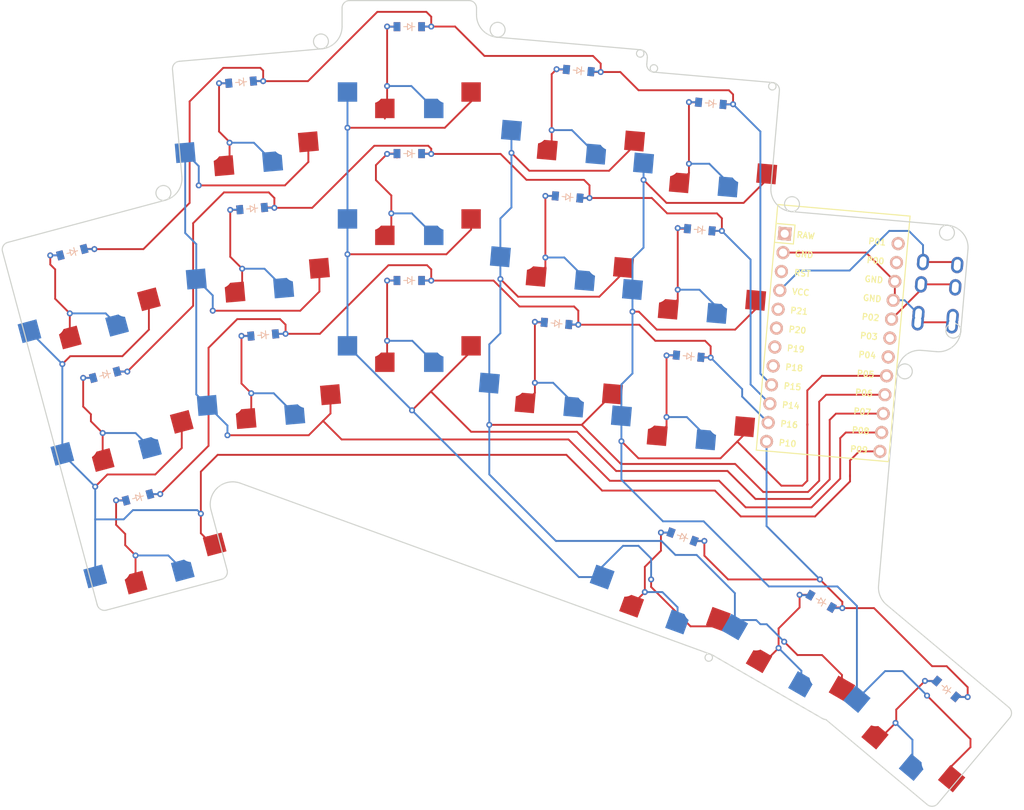
<source format=kicad_pcb>
(kicad_pcb (version 20171130) (host pcbnew "(5.1.10)-1")

  (general
    (thickness 1.6)
    (drawings 55)
    (tracks 664)
    (zones 0)
    (modules 38)
    (nets 41)
  )

  (page A3)
  (title_block
    (title KEYBOARD_NAME_HERE)
    (rev VERSION_HERE)
    (company YOUR_NAME_HERE)
  )

  (layers
    (0 F.Cu signal)
    (31 B.Cu signal)
    (32 B.Adhes user)
    (33 F.Adhes user)
    (34 B.Paste user)
    (35 F.Paste user)
    (36 B.SilkS user)
    (37 F.SilkS user)
    (38 B.Mask user)
    (39 F.Mask user)
    (40 Dwgs.User user)
    (41 Cmts.User user)
    (42 Eco1.User user)
    (43 Eco2.User user)
    (44 Edge.Cuts user)
    (45 Margin user)
    (46 B.CrtYd user)
    (47 F.CrtYd user)
    (48 B.Fab user)
    (49 F.Fab user)
  )

  (setup
    (last_trace_width 0.25)
    (trace_clearance 0.2)
    (zone_clearance 0.508)
    (zone_45_only no)
    (trace_min 0.2)
    (via_size 0.8)
    (via_drill 0.4)
    (via_min_size 0.4)
    (via_min_drill 0.3)
    (uvia_size 0.3)
    (uvia_drill 0.1)
    (uvias_allowed no)
    (uvia_min_size 0.2)
    (uvia_min_drill 0.1)
    (edge_width 0.05)
    (segment_width 0.2)
    (pcb_text_width 0.3)
    (pcb_text_size 1.5 1.5)
    (mod_edge_width 0.12)
    (mod_text_size 1 1)
    (mod_text_width 0.15)
    (pad_size 1.7526 1.7526)
    (pad_drill 1.0922)
    (pad_to_mask_clearance 0.05)
    (aux_axis_origin 0 0)
    (visible_elements 7FFFFFFF)
    (pcbplotparams
      (layerselection 0x010fc_ffffffff)
      (usegerberextensions false)
      (usegerberattributes true)
      (usegerberadvancedattributes true)
      (creategerberjobfile true)
      (excludeedgelayer true)
      (linewidth 0.100000)
      (plotframeref false)
      (viasonmask false)
      (mode 1)
      (useauxorigin false)
      (hpglpennumber 1)
      (hpglpenspeed 20)
      (hpglpendiameter 15.000000)
      (psnegative false)
      (psa4output false)
      (plotreference true)
      (plotvalue true)
      (plotinvisibletext false)
      (padsonsilk false)
      (subtractmaskfromsilk false)
      (outputformat 1)
      (mirror false)
      (drillshape 1)
      (scaleselection 1)
      (outputdirectory ""))
  )

  (net 0 "")
  (net 1 pinky_bottom)
  (net 2 P9)
  (net 3 P16)
  (net 4 pinky_home)
  (net 5 P14)
  (net 6 pinky_top)
  (net 7 P15)
  (net 8 ring_bottom)
  (net 9 P8)
  (net 10 ring_home)
  (net 11 ring_top)
  (net 12 middle_bottom)
  (net 13 P7)
  (net 14 middle_home)
  (net 15 middle_top)
  (net 16 index_bottom)
  (net 17 P6)
  (net 18 index_home)
  (net 19 index_top)
  (net 20 inner_bottom)
  (net 21 P5)
  (net 22 inner_home)
  (net 23 inner_top)
  (net 24 first_only)
  (net 25 P10)
  (net 26 second_only)
  (net 27 third_only)
  (net 28 RAW)
  (net 29 GND)
  (net 30 RST)
  (net 31 VCC)
  (net 32 P21)
  (net 33 P20)
  (net 34 P19)
  (net 35 P18)
  (net 36 P1)
  (net 37 P0)
  (net 38 P2)
  (net 39 P3)
  (net 40 P4)

  (net_class Default "This is the default net class."
    (clearance 0.2)
    (trace_width 0.25)
    (via_dia 0.8)
    (via_drill 0.4)
    (uvia_dia 0.3)
    (uvia_drill 0.1)
    (add_net GND)
    (add_net P0)
    (add_net P1)
    (add_net P10)
    (add_net P14)
    (add_net P15)
    (add_net P16)
    (add_net P18)
    (add_net P19)
    (add_net P2)
    (add_net P20)
    (add_net P21)
    (add_net P3)
    (add_net P4)
    (add_net P5)
    (add_net P6)
    (add_net P7)
    (add_net P8)
    (add_net P9)
    (add_net RAW)
    (add_net RST)
    (add_net VCC)
    (add_net first_only)
    (add_net index_bottom)
    (add_net index_home)
    (add_net index_top)
    (add_net inner_bottom)
    (add_net inner_home)
    (add_net inner_top)
    (add_net middle_bottom)
    (add_net middle_home)
    (add_net middle_top)
    (add_net pinky_bottom)
    (add_net pinky_home)
    (add_net pinky_top)
    (add_net ring_bottom)
    (add_net ring_home)
    (add_net ring_top)
    (add_net second_only)
    (add_net third_only)
  )

  (module ProMicro (layer F.Cu) (tedit 5B307E4C) (tstamp 0)
    (at 105.259097 -24.982373 265)
    (fp_text reference MCU1 (at 0 0) (layer F.SilkS) hide
      (effects (font (size 1.27 1.27) (thickness 0.15)))
    )
    (fp_text value "" (at 0 0) (layer F.SilkS) hide
      (effects (font (size 1.27 1.27) (thickness 0.15)))
    )
    (fp_text user P09 (at 13.97 -4.8 -5) (layer F.SilkS)
      (effects (font (size 0.8 0.8) (thickness 0.15)))
    )
    (fp_text user P08 (at 11.43 -4.8 -5) (layer F.SilkS)
      (effects (font (size 0.8 0.8) (thickness 0.15)))
    )
    (fp_text user P07 (at 8.89 -4.8 -5) (layer F.SilkS)
      (effects (font (size 0.8 0.8) (thickness 0.15)))
    )
    (fp_text user P06 (at 6.35 -4.8 -5) (layer F.SilkS)
      (effects (font (size 0.8 0.8) (thickness 0.15)))
    )
    (fp_text user P05 (at 3.81 -4.8 -5) (layer F.SilkS)
      (effects (font (size 0.8 0.8) (thickness 0.15)))
    )
    (fp_text user P04 (at 1.27 -4.8 -5) (layer F.SilkS)
      (effects (font (size 0.8 0.8) (thickness 0.15)))
    )
    (fp_text user P03 (at -1.27 -4.8 -5) (layer F.SilkS)
      (effects (font (size 0.8 0.8) (thickness 0.15)))
    )
    (fp_text user P02 (at -3.81 -4.8 -5) (layer F.SilkS)
      (effects (font (size 0.8 0.8) (thickness 0.15)))
    )
    (fp_text user GND (at -6.35 -4.8 -5) (layer F.SilkS)
      (effects (font (size 0.8 0.8) (thickness 0.15)))
    )
    (fp_text user GND (at -8.89 -4.8 -5) (layer F.SilkS)
      (effects (font (size 0.8 0.8) (thickness 0.15)))
    )
    (fp_text user P00 (at -11.43 -4.8 -5) (layer F.SilkS)
      (effects (font (size 0.8 0.8) (thickness 0.15)))
    )
    (fp_text user P01 (at -13.97 -4.8 -5) (layer F.SilkS)
      (effects (font (size 0.8 0.8) (thickness 0.15)))
    )
    (fp_text user P10 (at 13.97 4.8 -5) (layer F.SilkS)
      (effects (font (size 0.8 0.8) (thickness 0.15)))
    )
    (fp_text user P16 (at 11.43 4.8 -5) (layer F.SilkS)
      (effects (font (size 0.8 0.8) (thickness 0.15)))
    )
    (fp_text user P14 (at 8.89 4.8 -5) (layer F.SilkS)
      (effects (font (size 0.8 0.8) (thickness 0.15)))
    )
    (fp_text user P15 (at 6.35 4.8 -5) (layer F.SilkS)
      (effects (font (size 0.8 0.8) (thickness 0.15)))
    )
    (fp_text user P18 (at 3.81 4.8 -5) (layer F.SilkS)
      (effects (font (size 0.8 0.8) (thickness 0.15)))
    )
    (fp_text user P19 (at 1.27 4.8 -5) (layer F.SilkS)
      (effects (font (size 0.8 0.8) (thickness 0.15)))
    )
    (fp_text user P20 (at -1.27 4.8 -5) (layer F.SilkS)
      (effects (font (size 0.8 0.8) (thickness 0.15)))
    )
    (fp_text user P21 (at -3.81 4.8 -5) (layer F.SilkS)
      (effects (font (size 0.8 0.8) (thickness 0.15)))
    )
    (fp_text user VCC (at -6.35 4.8 -5) (layer F.SilkS)
      (effects (font (size 0.8 0.8) (thickness 0.15)))
    )
    (fp_text user RST (at -8.89 4.8 -5) (layer F.SilkS)
      (effects (font (size 0.8 0.8) (thickness 0.15)))
    )
    (fp_text user GND (at -11.43 4.8 -5) (layer F.SilkS)
      (effects (font (size 0.8 0.8) (thickness 0.15)))
    )
    (fp_text user RAW (at -13.97 4.8 -5) (layer F.SilkS)
      (effects (font (size 0.8 0.8) (thickness 0.15)))
    )
    (fp_line (start -12.7 6.35) (end -12.7 8.89) (layer F.SilkS) (width 0.15))
    (fp_line (start -15.24 6.35) (end -15.24 8.89) (layer F.SilkS) (width 0.15))
    (fp_line (start -15.24 6.35) (end -12.7 6.35) (layer F.SilkS) (width 0.15))
    (fp_line (start -17.78 -8.89) (end -17.78 8.89) (layer F.SilkS) (width 0.15))
    (fp_line (start 15.24 -8.89) (end -17.78 -8.89) (layer F.SilkS) (width 0.15))
    (fp_line (start 15.24 8.89) (end 15.24 -8.89) (layer F.SilkS) (width 0.15))
    (fp_line (start -17.78 8.89) (end 15.24 8.89) (layer F.SilkS) (width 0.15))
    (fp_line (start -14.224 -3.81) (end -14.224 3.81) (layer Dwgs.User) (width 0.15))
    (fp_line (start -14.224 3.81) (end -19.304 3.81) (layer Dwgs.User) (width 0.15))
    (fp_line (start -19.304 3.81) (end -19.304 -3.81) (layer Dwgs.User) (width 0.15))
    (fp_line (start -19.304 -3.81) (end -14.224 -3.81) (layer Dwgs.User) (width 0.15))
    (pad 24 thru_hole circle (at 13.97 -7.62) (size 1.7526 1.7526) (drill 1.0922) (layers *.Cu *.SilkS *.Mask)
      (net 2 P9))
    (pad 23 thru_hole circle (at 11.43 -7.62) (size 1.7526 1.7526) (drill 1.0922) (layers *.Cu *.SilkS *.Mask)
      (net 9 P8))
    (pad 22 thru_hole circle (at 8.89 -7.62) (size 1.7526 1.7526) (drill 1.0922) (layers *.Cu *.SilkS *.Mask)
      (net 13 P7))
    (pad 21 thru_hole circle (at 6.35 -7.62) (size 1.7526 1.7526) (drill 1.0922) (layers *.Cu *.SilkS *.Mask)
      (net 17 P6))
    (pad 20 thru_hole circle (at 3.81 -7.62) (size 1.7526 1.7526) (drill 1.0922) (layers *.Cu *.SilkS *.Mask)
      (net 21 P5))
    (pad 19 thru_hole circle (at 1.27 -7.62) (size 1.7526 1.7526) (drill 1.0922) (layers *.Cu *.SilkS *.Mask)
      (net 40 P4))
    (pad 18 thru_hole circle (at -1.27 -7.62) (size 1.7526 1.7526) (drill 1.0922) (layers *.Cu *.SilkS *.Mask)
      (net 39 P3))
    (pad 17 thru_hole circle (at -3.81 -7.62) (size 1.7526 1.7526) (drill 1.0922) (layers *.Cu *.SilkS *.Mask)
      (net 38 P2))
    (pad 16 thru_hole circle (at -6.35 -7.62) (size 1.7526 1.7526) (drill 1.0922) (layers *.Cu *.SilkS *.Mask)
      (net 29 GND))
    (pad 15 thru_hole circle (at -8.89 -7.62) (size 1.7526 1.7526) (drill 1.0922) (layers *.Cu *.SilkS *.Mask)
      (net 29 GND))
    (pad 14 thru_hole circle (at -11.43 -7.62) (size 1.7526 1.7526) (drill 1.0922) (layers *.Cu *.SilkS *.Mask)
      (net 37 P0))
    (pad 13 thru_hole circle (at -13.97 -7.62) (size 1.7526 1.7526) (drill 1.0922) (layers *.Cu *.SilkS *.Mask)
      (net 36 P1))
    (pad 12 thru_hole circle (at 13.97 7.62) (size 1.7526 1.7526) (drill 1.0922) (layers *.Cu *.SilkS *.Mask)
      (net 25 P10))
    (pad 11 thru_hole circle (at 11.43 7.62) (size 1.7526 1.7526) (drill 1.0922) (layers *.Cu *.SilkS *.Mask)
      (net 3 P16))
    (pad 10 thru_hole circle (at 8.89 7.62) (size 1.7526 1.7526) (drill 1.0922) (layers *.Cu *.SilkS *.Mask)
      (net 5 P14))
    (pad 9 thru_hole circle (at 6.35 7.62) (size 1.7526 1.7526) (drill 1.0922) (layers *.Cu *.SilkS *.Mask)
      (net 7 P15))
    (pad 8 thru_hole circle (at 3.81 7.62) (size 1.7526 1.7526) (drill 1.0922) (layers *.Cu *.SilkS *.Mask)
      (net 35 P18))
    (pad 7 thru_hole circle (at 1.27 7.62) (size 1.7526 1.7526) (drill 1.0922) (layers *.Cu *.SilkS *.Mask)
      (net 34 P19))
    (pad 6 thru_hole circle (at -1.27 7.62) (size 1.7526 1.7526) (drill 1.0922) (layers *.Cu *.SilkS *.Mask)
      (net 33 P20))
    (pad 5 thru_hole circle (at -3.81 7.62) (size 1.7526 1.7526) (drill 1.0922) (layers *.Cu *.SilkS *.Mask)
      (net 32 P21))
    (pad 4 thru_hole circle (at -6.35 7.62) (size 1.7526 1.7526) (drill 1.0922) (layers *.Cu *.SilkS *.Mask)
      (net 31 VCC))
    (pad 3 thru_hole circle (at -8.89 7.62) (size 1.7526 1.7526) (drill 1.0922) (layers *.Cu *.SilkS *.Mask)
      (net 30 RST))
    (pad 2 thru_hole circle (at -11.43 7.62) (size 1.7526 1.7526) (drill 1.0922) (layers *.Cu *.SilkS *.Mask)
      (net 29 GND))
    (pad 1 thru_hole rect (at -13.97 7.62 265) (size 1.7526 1.7526) (drill 1.0922) (layers *.Cu *.SilkS *.Mask)
      (net 28 RAW))
  )

  (module PG1350 (layer F.Cu) (tedit 5DD50112) (tstamp 0)
    (at 13.600076 0.579261 195)
    (fp_text reference S1 (at 0 0) (layer F.SilkS) hide
      (effects (font (size 1.27 1.27) (thickness 0.15)))
    )
    (fp_text value "" (at 0 0) (layer F.SilkS) hide
      (effects (font (size 1.27 1.27) (thickness 0.15)))
    )
    (fp_line (start -7 -6) (end -7 -7) (layer Dwgs.User) (width 0.15))
    (fp_line (start -7 7) (end -6 7) (layer Dwgs.User) (width 0.15))
    (fp_line (start -6 -7) (end -7 -7) (layer Dwgs.User) (width 0.15))
    (fp_line (start -7 7) (end -7 6) (layer Dwgs.User) (width 0.15))
    (fp_line (start 7 6) (end 7 7) (layer Dwgs.User) (width 0.15))
    (fp_line (start 7 -7) (end 6 -7) (layer Dwgs.User) (width 0.15))
    (fp_line (start 6 7) (end 7 7) (layer Dwgs.User) (width 0.15))
    (fp_line (start 7 -7) (end 7 -6) (layer Dwgs.User) (width 0.15))
    (fp_line (start -9 -8.5) (end 9 -8.5) (layer Dwgs.User) (width 0.15))
    (fp_line (start 9 -8.5) (end 9 8.5) (layer Dwgs.User) (width 0.15))
    (fp_line (start 9 8.5) (end -9 8.5) (layer Dwgs.User) (width 0.15))
    (fp_line (start -9 8.5) (end -9 -8.5) (layer Dwgs.User) (width 0.15))
    (pad "" np_thru_hole circle (at 0 0) (size 3.429 3.429) (drill 3.429) (layers *.Cu *.Mask))
    (pad "" np_thru_hole circle (at 5.5 0) (size 1.7018 1.7018) (drill 1.7018) (layers *.Cu *.Mask))
    (pad "" np_thru_hole circle (at -5.5 0) (size 1.7018 1.7018) (drill 1.7018) (layers *.Cu *.Mask))
    (pad "" np_thru_hole circle (at 5 -3.75) (size 3 3) (drill 3) (layers *.Cu *.Mask))
    (pad "" np_thru_hole circle (at 0 -5.95) (size 3 3) (drill 3) (layers *.Cu *.Mask))
    (pad 1 smd rect (at -3.275 -5.95 195) (size 2.6 2.6) (layers B.Cu B.Paste B.Mask)
      (net 1 pinky_bottom))
    (pad 2 smd rect (at 8.275 -3.75 195) (size 2.6 2.6) (layers B.Cu B.Paste B.Mask)
      (net 2 P9))
    (pad "" np_thru_hole circle (at -5 -3.75) (size 3 3) (drill 3) (layers *.Cu *.Mask))
    (pad "" np_thru_hole circle (at 0 -5.95) (size 3 3) (drill 3) (layers *.Cu *.Mask))
    (pad 1 smd rect (at 3.275 -5.95 195) (size 2.6 2.6) (layers F.Cu F.Paste F.Mask)
      (net 1 pinky_bottom))
    (pad 2 smd rect (at -8.275 -3.75 195) (size 2.6 2.6) (layers F.Cu F.Paste F.Mask)
      (net 2 P9))
  )

  (module PG1350 (layer F.Cu) (tedit 5DD50112) (tstamp 0)
    (at 83.498836 5.737996 160)
    (fp_text reference S16 (at 0 0) (layer F.SilkS) hide
      (effects (font (size 1.27 1.27) (thickness 0.15)))
    )
    (fp_text value "" (at 0 0) (layer F.SilkS) hide
      (effects (font (size 1.27 1.27) (thickness 0.15)))
    )
    (fp_line (start -7 -6) (end -7 -7) (layer Dwgs.User) (width 0.15))
    (fp_line (start -7 7) (end -6 7) (layer Dwgs.User) (width 0.15))
    (fp_line (start -6 -7) (end -7 -7) (layer Dwgs.User) (width 0.15))
    (fp_line (start -7 7) (end -7 6) (layer Dwgs.User) (width 0.15))
    (fp_line (start 7 6) (end 7 7) (layer Dwgs.User) (width 0.15))
    (fp_line (start 7 -7) (end 6 -7) (layer Dwgs.User) (width 0.15))
    (fp_line (start 6 7) (end 7 7) (layer Dwgs.User) (width 0.15))
    (fp_line (start 7 -7) (end 7 -6) (layer Dwgs.User) (width 0.15))
    (fp_line (start -9 -8.5) (end 9 -8.5) (layer Dwgs.User) (width 0.15))
    (fp_line (start 9 -8.5) (end 9 8.5) (layer Dwgs.User) (width 0.15))
    (fp_line (start 9 8.5) (end -9 8.5) (layer Dwgs.User) (width 0.15))
    (fp_line (start -9 8.5) (end -9 -8.5) (layer Dwgs.User) (width 0.15))
    (pad "" np_thru_hole circle (at 0 0) (size 3.429 3.429) (drill 3.429) (layers *.Cu *.Mask))
    (pad "" np_thru_hole circle (at 5.5 0) (size 1.7018 1.7018) (drill 1.7018) (layers *.Cu *.Mask))
    (pad "" np_thru_hole circle (at -5.5 0) (size 1.7018 1.7018) (drill 1.7018) (layers *.Cu *.Mask))
    (pad "" np_thru_hole circle (at 5 -3.75) (size 3 3) (drill 3) (layers *.Cu *.Mask))
    (pad "" np_thru_hole circle (at 0 -5.95) (size 3 3) (drill 3) (layers *.Cu *.Mask))
    (pad 1 smd rect (at -3.275 -5.95 160) (size 2.6 2.6) (layers B.Cu B.Paste B.Mask)
      (net 24 first_only))
    (pad 2 smd rect (at 8.275 -3.75 160) (size 2.6 2.6) (layers B.Cu B.Paste B.Mask)
      (net 13 P7))
    (pad "" np_thru_hole circle (at -5 -3.75) (size 3 3) (drill 3) (layers *.Cu *.Mask))
    (pad "" np_thru_hole circle (at 0 -5.95) (size 3 3) (drill 3) (layers *.Cu *.Mask))
    (pad 1 smd rect (at 3.275 -5.95 160) (size 2.6 2.6) (layers F.Cu F.Paste F.Mask)
      (net 24 first_only))
    (pad 2 smd rect (at -8.275 -3.75 160) (size 2.6 2.6) (layers F.Cu F.Paste F.Mask)
      (net 13 P7))
  )

  (module PG1350 (layer F.Cu) (tedit 5DD50112) (tstamp 0)
    (at 48.624363 -28.293389 180)
    (fp_text reference S7 (at 0 0) (layer F.SilkS) hide
      (effects (font (size 1.27 1.27) (thickness 0.15)))
    )
    (fp_text value "" (at 0 0) (layer F.SilkS) hide
      (effects (font (size 1.27 1.27) (thickness 0.15)))
    )
    (fp_line (start -7 -6) (end -7 -7) (layer Dwgs.User) (width 0.15))
    (fp_line (start -7 7) (end -6 7) (layer Dwgs.User) (width 0.15))
    (fp_line (start -6 -7) (end -7 -7) (layer Dwgs.User) (width 0.15))
    (fp_line (start -7 7) (end -7 6) (layer Dwgs.User) (width 0.15))
    (fp_line (start 7 6) (end 7 7) (layer Dwgs.User) (width 0.15))
    (fp_line (start 7 -7) (end 6 -7) (layer Dwgs.User) (width 0.15))
    (fp_line (start 6 7) (end 7 7) (layer Dwgs.User) (width 0.15))
    (fp_line (start 7 -7) (end 7 -6) (layer Dwgs.User) (width 0.15))
    (fp_line (start -9 -8.5) (end 9 -8.5) (layer Dwgs.User) (width 0.15))
    (fp_line (start 9 -8.5) (end 9 8.5) (layer Dwgs.User) (width 0.15))
    (fp_line (start 9 8.5) (end -9 8.5) (layer Dwgs.User) (width 0.15))
    (fp_line (start -9 8.5) (end -9 -8.5) (layer Dwgs.User) (width 0.15))
    (pad "" np_thru_hole circle (at 0 0) (size 3.429 3.429) (drill 3.429) (layers *.Cu *.Mask))
    (pad "" np_thru_hole circle (at 5.5 0) (size 1.7018 1.7018) (drill 1.7018) (layers *.Cu *.Mask))
    (pad "" np_thru_hole circle (at -5.5 0) (size 1.7018 1.7018) (drill 1.7018) (layers *.Cu *.Mask))
    (pad "" np_thru_hole circle (at 5 -3.75) (size 3 3) (drill 3) (layers *.Cu *.Mask))
    (pad "" np_thru_hole circle (at 0 -5.95) (size 3 3) (drill 3) (layers *.Cu *.Mask))
    (pad 1 smd rect (at -3.275 -5.95 180) (size 2.6 2.6) (layers B.Cu B.Paste B.Mask)
      (net 12 middle_bottom))
    (pad 2 smd rect (at 8.275 -3.75 180) (size 2.6 2.6) (layers B.Cu B.Paste B.Mask)
      (net 13 P7))
    (pad "" np_thru_hole circle (at -5 -3.75) (size 3 3) (drill 3) (layers *.Cu *.Mask))
    (pad "" np_thru_hole circle (at 0 -5.95) (size 3 3) (drill 3) (layers *.Cu *.Mask))
    (pad 1 smd rect (at 3.275 -5.95 180) (size 2.6 2.6) (layers F.Cu F.Paste F.Mask)
      (net 12 middle_bottom))
    (pad 2 smd rect (at -8.275 -3.75 180) (size 2.6 2.6) (layers F.Cu F.Paste F.Mask)
      (net 13 P7))
  )

  (module PG1350 (layer F.Cu) (tedit 5DD50112) (tstamp 0)
    (at 48.624363 -45.293389 180)
    (fp_text reference S8 (at 0 0) (layer F.SilkS) hide
      (effects (font (size 1.27 1.27) (thickness 0.15)))
    )
    (fp_text value "" (at 0 0) (layer F.SilkS) hide
      (effects (font (size 1.27 1.27) (thickness 0.15)))
    )
    (fp_line (start -7 -6) (end -7 -7) (layer Dwgs.User) (width 0.15))
    (fp_line (start -7 7) (end -6 7) (layer Dwgs.User) (width 0.15))
    (fp_line (start -6 -7) (end -7 -7) (layer Dwgs.User) (width 0.15))
    (fp_line (start -7 7) (end -7 6) (layer Dwgs.User) (width 0.15))
    (fp_line (start 7 6) (end 7 7) (layer Dwgs.User) (width 0.15))
    (fp_line (start 7 -7) (end 6 -7) (layer Dwgs.User) (width 0.15))
    (fp_line (start 6 7) (end 7 7) (layer Dwgs.User) (width 0.15))
    (fp_line (start 7 -7) (end 7 -6) (layer Dwgs.User) (width 0.15))
    (fp_line (start -9 -8.5) (end 9 -8.5) (layer Dwgs.User) (width 0.15))
    (fp_line (start 9 -8.5) (end 9 8.5) (layer Dwgs.User) (width 0.15))
    (fp_line (start 9 8.5) (end -9 8.5) (layer Dwgs.User) (width 0.15))
    (fp_line (start -9 8.5) (end -9 -8.5) (layer Dwgs.User) (width 0.15))
    (pad "" np_thru_hole circle (at 0 0) (size 3.429 3.429) (drill 3.429) (layers *.Cu *.Mask))
    (pad "" np_thru_hole circle (at 5.5 0) (size 1.7018 1.7018) (drill 1.7018) (layers *.Cu *.Mask))
    (pad "" np_thru_hole circle (at -5.5 0) (size 1.7018 1.7018) (drill 1.7018) (layers *.Cu *.Mask))
    (pad "" np_thru_hole circle (at 5 -3.75) (size 3 3) (drill 3) (layers *.Cu *.Mask))
    (pad "" np_thru_hole circle (at 0 -5.95) (size 3 3) (drill 3) (layers *.Cu *.Mask))
    (pad 1 smd rect (at -3.275 -5.95 180) (size 2.6 2.6) (layers B.Cu B.Paste B.Mask)
      (net 14 middle_home))
    (pad 2 smd rect (at 8.275 -3.75 180) (size 2.6 2.6) (layers B.Cu B.Paste B.Mask)
      (net 13 P7))
    (pad "" np_thru_hole circle (at -5 -3.75) (size 3 3) (drill 3) (layers *.Cu *.Mask))
    (pad "" np_thru_hole circle (at 0 -5.95) (size 3 3) (drill 3) (layers *.Cu *.Mask))
    (pad 1 smd rect (at 3.275 -5.95 180) (size 2.6 2.6) (layers F.Cu F.Paste F.Mask)
      (net 14 middle_home))
    (pad 2 smd rect (at -8.275 -3.75 180) (size 2.6 2.6) (layers F.Cu F.Paste F.Mask)
      (net 13 P7))
  )

  (module PG1350 (layer F.Cu) (tedit 5DD50112) (tstamp 0)
    (at 26.541798 -54.885412 185)
    (fp_text reference S6 (at 0 0) (layer F.SilkS) hide
      (effects (font (size 1.27 1.27) (thickness 0.15)))
    )
    (fp_text value "" (at 0 0) (layer F.SilkS) hide
      (effects (font (size 1.27 1.27) (thickness 0.15)))
    )
    (fp_line (start -7 -6) (end -7 -7) (layer Dwgs.User) (width 0.15))
    (fp_line (start -7 7) (end -6 7) (layer Dwgs.User) (width 0.15))
    (fp_line (start -6 -7) (end -7 -7) (layer Dwgs.User) (width 0.15))
    (fp_line (start -7 7) (end -7 6) (layer Dwgs.User) (width 0.15))
    (fp_line (start 7 6) (end 7 7) (layer Dwgs.User) (width 0.15))
    (fp_line (start 7 -7) (end 6 -7) (layer Dwgs.User) (width 0.15))
    (fp_line (start 6 7) (end 7 7) (layer Dwgs.User) (width 0.15))
    (fp_line (start 7 -7) (end 7 -6) (layer Dwgs.User) (width 0.15))
    (fp_line (start -9 -8.5) (end 9 -8.5) (layer Dwgs.User) (width 0.15))
    (fp_line (start 9 -8.5) (end 9 8.5) (layer Dwgs.User) (width 0.15))
    (fp_line (start 9 8.5) (end -9 8.5) (layer Dwgs.User) (width 0.15))
    (fp_line (start -9 8.5) (end -9 -8.5) (layer Dwgs.User) (width 0.15))
    (pad "" np_thru_hole circle (at 0 0) (size 3.429 3.429) (drill 3.429) (layers *.Cu *.Mask))
    (pad "" np_thru_hole circle (at 5.5 0) (size 1.7018 1.7018) (drill 1.7018) (layers *.Cu *.Mask))
    (pad "" np_thru_hole circle (at -5.5 0) (size 1.7018 1.7018) (drill 1.7018) (layers *.Cu *.Mask))
    (pad "" np_thru_hole circle (at 5 -3.75) (size 3 3) (drill 3) (layers *.Cu *.Mask))
    (pad "" np_thru_hole circle (at 0 -5.95) (size 3 3) (drill 3) (layers *.Cu *.Mask))
    (pad 1 smd rect (at -3.275 -5.95 185) (size 2.6 2.6) (layers B.Cu B.Paste B.Mask)
      (net 11 ring_top))
    (pad 2 smd rect (at 8.275 -3.75 185) (size 2.6 2.6) (layers B.Cu B.Paste B.Mask)
      (net 9 P8))
    (pad "" np_thru_hole circle (at -5 -3.75) (size 3 3) (drill 3) (layers *.Cu *.Mask))
    (pad "" np_thru_hole circle (at 0 -5.95) (size 3 3) (drill 3) (layers *.Cu *.Mask))
    (pad 1 smd rect (at 3.275 -5.95 185) (size 2.6 2.6) (layers F.Cu F.Paste F.Mask)
      (net 11 ring_top))
    (pad 2 smd rect (at -8.275 -3.75 185) (size 2.6 2.6) (layers F.Cu F.Paste F.Mask)
      (net 9 P8))
  )

  (module PG1350 (layer F.Cu) (tedit 5DD50112) (tstamp 0)
    (at 48.624363 -62.293389 180)
    (fp_text reference S9 (at 0 0) (layer F.SilkS) hide
      (effects (font (size 1.27 1.27) (thickness 0.15)))
    )
    (fp_text value "" (at 0 0) (layer F.SilkS) hide
      (effects (font (size 1.27 1.27) (thickness 0.15)))
    )
    (fp_line (start -7 -6) (end -7 -7) (layer Dwgs.User) (width 0.15))
    (fp_line (start -7 7) (end -6 7) (layer Dwgs.User) (width 0.15))
    (fp_line (start -6 -7) (end -7 -7) (layer Dwgs.User) (width 0.15))
    (fp_line (start -7 7) (end -7 6) (layer Dwgs.User) (width 0.15))
    (fp_line (start 7 6) (end 7 7) (layer Dwgs.User) (width 0.15))
    (fp_line (start 7 -7) (end 6 -7) (layer Dwgs.User) (width 0.15))
    (fp_line (start 6 7) (end 7 7) (layer Dwgs.User) (width 0.15))
    (fp_line (start 7 -7) (end 7 -6) (layer Dwgs.User) (width 0.15))
    (fp_line (start -9 -8.5) (end 9 -8.5) (layer Dwgs.User) (width 0.15))
    (fp_line (start 9 -8.5) (end 9 8.5) (layer Dwgs.User) (width 0.15))
    (fp_line (start 9 8.5) (end -9 8.5) (layer Dwgs.User) (width 0.15))
    (fp_line (start -9 8.5) (end -9 -8.5) (layer Dwgs.User) (width 0.15))
    (pad "" np_thru_hole circle (at 0 0) (size 3.429 3.429) (drill 3.429) (layers *.Cu *.Mask))
    (pad "" np_thru_hole circle (at 5.5 0) (size 1.7018 1.7018) (drill 1.7018) (layers *.Cu *.Mask))
    (pad "" np_thru_hole circle (at -5.5 0) (size 1.7018 1.7018) (drill 1.7018) (layers *.Cu *.Mask))
    (pad "" np_thru_hole circle (at 5 -3.75) (size 3 3) (drill 3) (layers *.Cu *.Mask))
    (pad "" np_thru_hole circle (at 0 -5.95) (size 3 3) (drill 3) (layers *.Cu *.Mask))
    (pad 1 smd rect (at -3.275 -5.95 180) (size 2.6 2.6) (layers B.Cu B.Paste B.Mask)
      (net 15 middle_top))
    (pad 2 smd rect (at 8.275 -3.75 180) (size 2.6 2.6) (layers B.Cu B.Paste B.Mask)
      (net 13 P7))
    (pad "" np_thru_hole circle (at -5 -3.75) (size 3 3) (drill 3) (layers *.Cu *.Mask))
    (pad "" np_thru_hole circle (at 0 -5.95) (size 3 3) (drill 3) (layers *.Cu *.Mask))
    (pad 1 smd rect (at 3.275 -5.95 180) (size 2.6 2.6) (layers F.Cu F.Paste F.Mask)
      (net 15 middle_top))
    (pad 2 smd rect (at -8.275 -3.75 180) (size 2.6 2.6) (layers F.Cu F.Paste F.Mask)
      (net 13 P7))
  )

  (module ComboDiode (layer F.Cu) (tedit 5B24D78E) (tstamp 0)
    (at 12.305981 -4.250368 195)
    (fp_text reference D1 (at 0 0) (layer F.SilkS) hide
      (effects (font (size 1.27 1.27) (thickness 0.15)))
    )
    (fp_text value "" (at 0 0) (layer F.SilkS) hide
      (effects (font (size 1.27 1.27) (thickness 0.15)))
    )
    (fp_line (start 0.25 0) (end 0.75 0) (layer F.SilkS) (width 0.1))
    (fp_line (start 0.25 0.4) (end -0.35 0) (layer F.SilkS) (width 0.1))
    (fp_line (start 0.25 -0.4) (end 0.25 0.4) (layer F.SilkS) (width 0.1))
    (fp_line (start -0.35 0) (end 0.25 -0.4) (layer F.SilkS) (width 0.1))
    (fp_line (start -0.35 0) (end -0.35 0.55) (layer F.SilkS) (width 0.1))
    (fp_line (start -0.35 0) (end -0.35 -0.55) (layer F.SilkS) (width 0.1))
    (fp_line (start -0.75 0) (end -0.35 0) (layer F.SilkS) (width 0.1))
    (fp_line (start 0.25 0) (end 0.75 0) (layer B.SilkS) (width 0.1))
    (fp_line (start 0.25 0.4) (end -0.35 0) (layer B.SilkS) (width 0.1))
    (fp_line (start 0.25 -0.4) (end 0.25 0.4) (layer B.SilkS) (width 0.1))
    (fp_line (start -0.35 0) (end 0.25 -0.4) (layer B.SilkS) (width 0.1))
    (fp_line (start -0.35 0) (end -0.35 0.55) (layer B.SilkS) (width 0.1))
    (fp_line (start -0.35 0) (end -0.35 -0.55) (layer B.SilkS) (width 0.1))
    (fp_line (start -0.75 0) (end -0.35 0) (layer B.SilkS) (width 0.1))
    (pad 1 smd rect (at -1.65 0 195) (size 0.9 1.2) (layers F.Cu F.Paste F.Mask)
      (net 3 P16))
    (pad 2 smd rect (at 1.65 0 195) (size 0.9 1.2) (layers B.Cu B.Paste B.Mask)
      (net 1 pinky_bottom))
    (pad 1 smd rect (at -1.65 0 195) (size 0.9 1.2) (layers B.Cu B.Paste B.Mask)
      (net 3 P16))
    (pad 2 smd rect (at 1.65 0 195) (size 0.9 1.2) (layers F.Cu F.Paste F.Mask)
      (net 1 pinky_bottom))
  )

  (module PG1350 (layer F.Cu) (tedit 5DD50112) (tstamp 0)
    (at 9.200153 -15.841478 195)
    (fp_text reference S2 (at 0 0) (layer F.SilkS) hide
      (effects (font (size 1.27 1.27) (thickness 0.15)))
    )
    (fp_text value "" (at 0 0) (layer F.SilkS) hide
      (effects (font (size 1.27 1.27) (thickness 0.15)))
    )
    (fp_line (start -7 -6) (end -7 -7) (layer Dwgs.User) (width 0.15))
    (fp_line (start -7 7) (end -6 7) (layer Dwgs.User) (width 0.15))
    (fp_line (start -6 -7) (end -7 -7) (layer Dwgs.User) (width 0.15))
    (fp_line (start -7 7) (end -7 6) (layer Dwgs.User) (width 0.15))
    (fp_line (start 7 6) (end 7 7) (layer Dwgs.User) (width 0.15))
    (fp_line (start 7 -7) (end 6 -7) (layer Dwgs.User) (width 0.15))
    (fp_line (start 6 7) (end 7 7) (layer Dwgs.User) (width 0.15))
    (fp_line (start 7 -7) (end 7 -6) (layer Dwgs.User) (width 0.15))
    (fp_line (start -9 -8.5) (end 9 -8.5) (layer Dwgs.User) (width 0.15))
    (fp_line (start 9 -8.5) (end 9 8.5) (layer Dwgs.User) (width 0.15))
    (fp_line (start 9 8.5) (end -9 8.5) (layer Dwgs.User) (width 0.15))
    (fp_line (start -9 8.5) (end -9 -8.5) (layer Dwgs.User) (width 0.15))
    (pad "" np_thru_hole circle (at 0 0) (size 3.429 3.429) (drill 3.429) (layers *.Cu *.Mask))
    (pad "" np_thru_hole circle (at 5.5 0) (size 1.7018 1.7018) (drill 1.7018) (layers *.Cu *.Mask))
    (pad "" np_thru_hole circle (at -5.5 0) (size 1.7018 1.7018) (drill 1.7018) (layers *.Cu *.Mask))
    (pad "" np_thru_hole circle (at 5 -3.75) (size 3 3) (drill 3) (layers *.Cu *.Mask))
    (pad "" np_thru_hole circle (at 0 -5.95) (size 3 3) (drill 3) (layers *.Cu *.Mask))
    (pad 1 smd rect (at -3.275 -5.95 195) (size 2.6 2.6) (layers B.Cu B.Paste B.Mask)
      (net 4 pinky_home))
    (pad 2 smd rect (at 8.275 -3.75 195) (size 2.6 2.6) (layers B.Cu B.Paste B.Mask)
      (net 2 P9))
    (pad "" np_thru_hole circle (at -5 -3.75) (size 3 3) (drill 3) (layers *.Cu *.Mask))
    (pad "" np_thru_hole circle (at 0 -5.95) (size 3 3) (drill 3) (layers *.Cu *.Mask))
    (pad 1 smd rect (at 3.275 -5.95 195) (size 2.6 2.6) (layers F.Cu F.Paste F.Mask)
      (net 4 pinky_home))
    (pad 2 smd rect (at -8.275 -3.75 195) (size 2.6 2.6) (layers F.Cu F.Paste F.Mask)
      (net 2 P9))
  )

  (module ComboDiode (layer F.Cu) (tedit 5B24D78E) (tstamp 0)
    (at 7.906057 -20.671107 195)
    (fp_text reference D2 (at 0 0) (layer F.SilkS) hide
      (effects (font (size 1.27 1.27) (thickness 0.15)))
    )
    (fp_text value "" (at 0 0) (layer F.SilkS) hide
      (effects (font (size 1.27 1.27) (thickness 0.15)))
    )
    (fp_line (start 0.25 0) (end 0.75 0) (layer F.SilkS) (width 0.1))
    (fp_line (start 0.25 0.4) (end -0.35 0) (layer F.SilkS) (width 0.1))
    (fp_line (start 0.25 -0.4) (end 0.25 0.4) (layer F.SilkS) (width 0.1))
    (fp_line (start -0.35 0) (end 0.25 -0.4) (layer F.SilkS) (width 0.1))
    (fp_line (start -0.35 0) (end -0.35 0.55) (layer F.SilkS) (width 0.1))
    (fp_line (start -0.35 0) (end -0.35 -0.55) (layer F.SilkS) (width 0.1))
    (fp_line (start -0.75 0) (end -0.35 0) (layer F.SilkS) (width 0.1))
    (fp_line (start 0.25 0) (end 0.75 0) (layer B.SilkS) (width 0.1))
    (fp_line (start 0.25 0.4) (end -0.35 0) (layer B.SilkS) (width 0.1))
    (fp_line (start 0.25 -0.4) (end 0.25 0.4) (layer B.SilkS) (width 0.1))
    (fp_line (start -0.35 0) (end 0.25 -0.4) (layer B.SilkS) (width 0.1))
    (fp_line (start -0.35 0) (end -0.35 0.55) (layer B.SilkS) (width 0.1))
    (fp_line (start -0.35 0) (end -0.35 -0.55) (layer B.SilkS) (width 0.1))
    (fp_line (start -0.75 0) (end -0.35 0) (layer B.SilkS) (width 0.1))
    (pad 1 smd rect (at -1.65 0 195) (size 0.9 1.2) (layers F.Cu F.Paste F.Mask)
      (net 5 P14))
    (pad 2 smd rect (at 1.65 0 195) (size 0.9 1.2) (layers B.Cu B.Paste B.Mask)
      (net 4 pinky_home))
    (pad 1 smd rect (at -1.65 0 195) (size 0.9 1.2) (layers B.Cu B.Paste B.Mask)
      (net 5 P14))
    (pad 2 smd rect (at 1.65 0 195) (size 0.9 1.2) (layers F.Cu F.Paste F.Mask)
      (net 4 pinky_home))
  )

  (module PG1350 (layer F.Cu) (tedit 5DD50112) (tstamp 0)
    (at 4.800229 -32.262217 195)
    (fp_text reference S3 (at 0 0) (layer F.SilkS) hide
      (effects (font (size 1.27 1.27) (thickness 0.15)))
    )
    (fp_text value "" (at 0 0) (layer F.SilkS) hide
      (effects (font (size 1.27 1.27) (thickness 0.15)))
    )
    (fp_line (start -7 -6) (end -7 -7) (layer Dwgs.User) (width 0.15))
    (fp_line (start -7 7) (end -6 7) (layer Dwgs.User) (width 0.15))
    (fp_line (start -6 -7) (end -7 -7) (layer Dwgs.User) (width 0.15))
    (fp_line (start -7 7) (end -7 6) (layer Dwgs.User) (width 0.15))
    (fp_line (start 7 6) (end 7 7) (layer Dwgs.User) (width 0.15))
    (fp_line (start 7 -7) (end 6 -7) (layer Dwgs.User) (width 0.15))
    (fp_line (start 6 7) (end 7 7) (layer Dwgs.User) (width 0.15))
    (fp_line (start 7 -7) (end 7 -6) (layer Dwgs.User) (width 0.15))
    (fp_line (start -9 -8.5) (end 9 -8.5) (layer Dwgs.User) (width 0.15))
    (fp_line (start 9 -8.5) (end 9 8.5) (layer Dwgs.User) (width 0.15))
    (fp_line (start 9 8.5) (end -9 8.5) (layer Dwgs.User) (width 0.15))
    (fp_line (start -9 8.5) (end -9 -8.5) (layer Dwgs.User) (width 0.15))
    (pad "" np_thru_hole circle (at 0 0) (size 3.429 3.429) (drill 3.429) (layers *.Cu *.Mask))
    (pad "" np_thru_hole circle (at 5.5 0) (size 1.7018 1.7018) (drill 1.7018) (layers *.Cu *.Mask))
    (pad "" np_thru_hole circle (at -5.5 0) (size 1.7018 1.7018) (drill 1.7018) (layers *.Cu *.Mask))
    (pad "" np_thru_hole circle (at 5 -3.75) (size 3 3) (drill 3) (layers *.Cu *.Mask))
    (pad "" np_thru_hole circle (at 0 -5.95) (size 3 3) (drill 3) (layers *.Cu *.Mask))
    (pad 1 smd rect (at -3.275 -5.95 195) (size 2.6 2.6) (layers B.Cu B.Paste B.Mask)
      (net 6 pinky_top))
    (pad 2 smd rect (at 8.275 -3.75 195) (size 2.6 2.6) (layers B.Cu B.Paste B.Mask)
      (net 2 P9))
    (pad "" np_thru_hole circle (at -5 -3.75) (size 3 3) (drill 3) (layers *.Cu *.Mask))
    (pad "" np_thru_hole circle (at 0 -5.95) (size 3 3) (drill 3) (layers *.Cu *.Mask))
    (pad 1 smd rect (at 3.275 -5.95 195) (size 2.6 2.6) (layers F.Cu F.Paste F.Mask)
      (net 6 pinky_top))
    (pad 2 smd rect (at -8.275 -3.75 195) (size 2.6 2.6) (layers F.Cu F.Paste F.Mask)
      (net 2 P9))
  )

  (module ComboDiode (layer F.Cu) (tedit 5B24D78E) (tstamp 0)
    (at 3.506134 -37.091846 195)
    (fp_text reference D3 (at 0 0) (layer F.SilkS) hide
      (effects (font (size 1.27 1.27) (thickness 0.15)))
    )
    (fp_text value "" (at 0 0) (layer F.SilkS) hide
      (effects (font (size 1.27 1.27) (thickness 0.15)))
    )
    (fp_line (start 0.25 0) (end 0.75 0) (layer F.SilkS) (width 0.1))
    (fp_line (start 0.25 0.4) (end -0.35 0) (layer F.SilkS) (width 0.1))
    (fp_line (start 0.25 -0.4) (end 0.25 0.4) (layer F.SilkS) (width 0.1))
    (fp_line (start -0.35 0) (end 0.25 -0.4) (layer F.SilkS) (width 0.1))
    (fp_line (start -0.35 0) (end -0.35 0.55) (layer F.SilkS) (width 0.1))
    (fp_line (start -0.35 0) (end -0.35 -0.55) (layer F.SilkS) (width 0.1))
    (fp_line (start -0.75 0) (end -0.35 0) (layer F.SilkS) (width 0.1))
    (fp_line (start 0.25 0) (end 0.75 0) (layer B.SilkS) (width 0.1))
    (fp_line (start 0.25 0.4) (end -0.35 0) (layer B.SilkS) (width 0.1))
    (fp_line (start 0.25 -0.4) (end 0.25 0.4) (layer B.SilkS) (width 0.1))
    (fp_line (start -0.35 0) (end 0.25 -0.4) (layer B.SilkS) (width 0.1))
    (fp_line (start -0.35 0) (end -0.35 0.55) (layer B.SilkS) (width 0.1))
    (fp_line (start -0.35 0) (end -0.35 -0.55) (layer B.SilkS) (width 0.1))
    (fp_line (start -0.75 0) (end -0.35 0) (layer B.SilkS) (width 0.1))
    (pad 1 smd rect (at -1.65 0 195) (size 0.9 1.2) (layers F.Cu F.Paste F.Mask)
      (net 7 P15))
    (pad 2 smd rect (at 1.65 0 195) (size 0.9 1.2) (layers B.Cu B.Paste B.Mask)
      (net 6 pinky_top))
    (pad 1 smd rect (at -1.65 0 195) (size 0.9 1.2) (layers B.Cu B.Paste B.Mask)
      (net 7 P15))
    (pad 2 smd rect (at 1.65 0 195) (size 0.9 1.2) (layers F.Cu F.Paste F.Mask)
      (net 6 pinky_top))
  )

  (module PG1350 (layer F.Cu) (tedit 5DD50112) (tstamp 0)
    (at 29.505093 -21.014792 185)
    (fp_text reference S4 (at 0 0) (layer F.SilkS) hide
      (effects (font (size 1.27 1.27) (thickness 0.15)))
    )
    (fp_text value "" (at 0 0) (layer F.SilkS) hide
      (effects (font (size 1.27 1.27) (thickness 0.15)))
    )
    (fp_line (start -7 -6) (end -7 -7) (layer Dwgs.User) (width 0.15))
    (fp_line (start -7 7) (end -6 7) (layer Dwgs.User) (width 0.15))
    (fp_line (start -6 -7) (end -7 -7) (layer Dwgs.User) (width 0.15))
    (fp_line (start -7 7) (end -7 6) (layer Dwgs.User) (width 0.15))
    (fp_line (start 7 6) (end 7 7) (layer Dwgs.User) (width 0.15))
    (fp_line (start 7 -7) (end 6 -7) (layer Dwgs.User) (width 0.15))
    (fp_line (start 6 7) (end 7 7) (layer Dwgs.User) (width 0.15))
    (fp_line (start 7 -7) (end 7 -6) (layer Dwgs.User) (width 0.15))
    (fp_line (start -9 -8.5) (end 9 -8.5) (layer Dwgs.User) (width 0.15))
    (fp_line (start 9 -8.5) (end 9 8.5) (layer Dwgs.User) (width 0.15))
    (fp_line (start 9 8.5) (end -9 8.5) (layer Dwgs.User) (width 0.15))
    (fp_line (start -9 8.5) (end -9 -8.5) (layer Dwgs.User) (width 0.15))
    (pad "" np_thru_hole circle (at 0 0) (size 3.429 3.429) (drill 3.429) (layers *.Cu *.Mask))
    (pad "" np_thru_hole circle (at 5.5 0) (size 1.7018 1.7018) (drill 1.7018) (layers *.Cu *.Mask))
    (pad "" np_thru_hole circle (at -5.5 0) (size 1.7018 1.7018) (drill 1.7018) (layers *.Cu *.Mask))
    (pad "" np_thru_hole circle (at 5 -3.75) (size 3 3) (drill 3) (layers *.Cu *.Mask))
    (pad "" np_thru_hole circle (at 0 -5.95) (size 3 3) (drill 3) (layers *.Cu *.Mask))
    (pad 1 smd rect (at -3.275 -5.95 185) (size 2.6 2.6) (layers B.Cu B.Paste B.Mask)
      (net 8 ring_bottom))
    (pad 2 smd rect (at 8.275 -3.75 185) (size 2.6 2.6) (layers B.Cu B.Paste B.Mask)
      (net 9 P8))
    (pad "" np_thru_hole circle (at -5 -3.75) (size 3 3) (drill 3) (layers *.Cu *.Mask))
    (pad "" np_thru_hole circle (at 0 -5.95) (size 3 3) (drill 3) (layers *.Cu *.Mask))
    (pad 1 smd rect (at 3.275 -5.95 185) (size 2.6 2.6) (layers F.Cu F.Paste F.Mask)
      (net 8 ring_bottom))
    (pad 2 smd rect (at -8.275 -3.75 185) (size 2.6 2.6) (layers F.Cu F.Paste F.Mask)
      (net 9 P8))
  )

  (module ComboDiode (layer F.Cu) (tedit 5B24D78E) (tstamp 0)
    (at 29.069315 -25.995765 185)
    (fp_text reference D4 (at 0 0) (layer F.SilkS) hide
      (effects (font (size 1.27 1.27) (thickness 0.15)))
    )
    (fp_text value "" (at 0 0) (layer F.SilkS) hide
      (effects (font (size 1.27 1.27) (thickness 0.15)))
    )
    (fp_line (start 0.25 0) (end 0.75 0) (layer F.SilkS) (width 0.1))
    (fp_line (start 0.25 0.4) (end -0.35 0) (layer F.SilkS) (width 0.1))
    (fp_line (start 0.25 -0.4) (end 0.25 0.4) (layer F.SilkS) (width 0.1))
    (fp_line (start -0.35 0) (end 0.25 -0.4) (layer F.SilkS) (width 0.1))
    (fp_line (start -0.35 0) (end -0.35 0.55) (layer F.SilkS) (width 0.1))
    (fp_line (start -0.35 0) (end -0.35 -0.55) (layer F.SilkS) (width 0.1))
    (fp_line (start -0.75 0) (end -0.35 0) (layer F.SilkS) (width 0.1))
    (fp_line (start 0.25 0) (end 0.75 0) (layer B.SilkS) (width 0.1))
    (fp_line (start 0.25 0.4) (end -0.35 0) (layer B.SilkS) (width 0.1))
    (fp_line (start 0.25 -0.4) (end 0.25 0.4) (layer B.SilkS) (width 0.1))
    (fp_line (start -0.35 0) (end 0.25 -0.4) (layer B.SilkS) (width 0.1))
    (fp_line (start -0.35 0) (end -0.35 0.55) (layer B.SilkS) (width 0.1))
    (fp_line (start -0.35 0) (end -0.35 -0.55) (layer B.SilkS) (width 0.1))
    (fp_line (start -0.75 0) (end -0.35 0) (layer B.SilkS) (width 0.1))
    (pad 1 smd rect (at -1.65 0 185) (size 0.9 1.2) (layers F.Cu F.Paste F.Mask)
      (net 3 P16))
    (pad 2 smd rect (at 1.65 0 185) (size 0.9 1.2) (layers B.Cu B.Paste B.Mask)
      (net 8 ring_bottom))
    (pad 1 smd rect (at -1.65 0 185) (size 0.9 1.2) (layers B.Cu B.Paste B.Mask)
      (net 3 P16))
    (pad 2 smd rect (at 1.65 0 185) (size 0.9 1.2) (layers F.Cu F.Paste F.Mask)
      (net 8 ring_bottom))
  )

  (module PG1350 (layer F.Cu) (tedit 5DD50112) (tstamp 0)
    (at 28.023446 -37.950102 185)
    (fp_text reference S5 (at 0 0) (layer F.SilkS) hide
      (effects (font (size 1.27 1.27) (thickness 0.15)))
    )
    (fp_text value "" (at 0 0) (layer F.SilkS) hide
      (effects (font (size 1.27 1.27) (thickness 0.15)))
    )
    (fp_line (start -7 -6) (end -7 -7) (layer Dwgs.User) (width 0.15))
    (fp_line (start -7 7) (end -6 7) (layer Dwgs.User) (width 0.15))
    (fp_line (start -6 -7) (end -7 -7) (layer Dwgs.User) (width 0.15))
    (fp_line (start -7 7) (end -7 6) (layer Dwgs.User) (width 0.15))
    (fp_line (start 7 6) (end 7 7) (layer Dwgs.User) (width 0.15))
    (fp_line (start 7 -7) (end 6 -7) (layer Dwgs.User) (width 0.15))
    (fp_line (start 6 7) (end 7 7) (layer Dwgs.User) (width 0.15))
    (fp_line (start 7 -7) (end 7 -6) (layer Dwgs.User) (width 0.15))
    (fp_line (start -9 -8.5) (end 9 -8.5) (layer Dwgs.User) (width 0.15))
    (fp_line (start 9 -8.5) (end 9 8.5) (layer Dwgs.User) (width 0.15))
    (fp_line (start 9 8.5) (end -9 8.5) (layer Dwgs.User) (width 0.15))
    (fp_line (start -9 8.5) (end -9 -8.5) (layer Dwgs.User) (width 0.15))
    (pad "" np_thru_hole circle (at 0 0) (size 3.429 3.429) (drill 3.429) (layers *.Cu *.Mask))
    (pad "" np_thru_hole circle (at 5.5 0) (size 1.7018 1.7018) (drill 1.7018) (layers *.Cu *.Mask))
    (pad "" np_thru_hole circle (at -5.5 0) (size 1.7018 1.7018) (drill 1.7018) (layers *.Cu *.Mask))
    (pad "" np_thru_hole circle (at 5 -3.75) (size 3 3) (drill 3) (layers *.Cu *.Mask))
    (pad "" np_thru_hole circle (at 0 -5.95) (size 3 3) (drill 3) (layers *.Cu *.Mask))
    (pad 1 smd rect (at -3.275 -5.95 185) (size 2.6 2.6) (layers B.Cu B.Paste B.Mask)
      (net 10 ring_home))
    (pad 2 smd rect (at 8.275 -3.75 185) (size 2.6 2.6) (layers B.Cu B.Paste B.Mask)
      (net 9 P8))
    (pad "" np_thru_hole circle (at -5 -3.75) (size 3 3) (drill 3) (layers *.Cu *.Mask))
    (pad "" np_thru_hole circle (at 0 -5.95) (size 3 3) (drill 3) (layers *.Cu *.Mask))
    (pad 1 smd rect (at 3.275 -5.95 185) (size 2.6 2.6) (layers F.Cu F.Paste F.Mask)
      (net 10 ring_home))
    (pad 2 smd rect (at -8.275 -3.75 185) (size 2.6 2.6) (layers F.Cu F.Paste F.Mask)
      (net 9 P8))
  )

  (module ComboDiode (layer F.Cu) (tedit 5B24D78E) (tstamp 0)
    (at 27.587667 -42.931075 185)
    (fp_text reference D5 (at 0 0) (layer F.SilkS) hide
      (effects (font (size 1.27 1.27) (thickness 0.15)))
    )
    (fp_text value "" (at 0 0) (layer F.SilkS) hide
      (effects (font (size 1.27 1.27) (thickness 0.15)))
    )
    (fp_line (start 0.25 0) (end 0.75 0) (layer F.SilkS) (width 0.1))
    (fp_line (start 0.25 0.4) (end -0.35 0) (layer F.SilkS) (width 0.1))
    (fp_line (start 0.25 -0.4) (end 0.25 0.4) (layer F.SilkS) (width 0.1))
    (fp_line (start -0.35 0) (end 0.25 -0.4) (layer F.SilkS) (width 0.1))
    (fp_line (start -0.35 0) (end -0.35 0.55) (layer F.SilkS) (width 0.1))
    (fp_line (start -0.35 0) (end -0.35 -0.55) (layer F.SilkS) (width 0.1))
    (fp_line (start -0.75 0) (end -0.35 0) (layer F.SilkS) (width 0.1))
    (fp_line (start 0.25 0) (end 0.75 0) (layer B.SilkS) (width 0.1))
    (fp_line (start 0.25 0.4) (end -0.35 0) (layer B.SilkS) (width 0.1))
    (fp_line (start 0.25 -0.4) (end 0.25 0.4) (layer B.SilkS) (width 0.1))
    (fp_line (start -0.35 0) (end 0.25 -0.4) (layer B.SilkS) (width 0.1))
    (fp_line (start -0.35 0) (end -0.35 0.55) (layer B.SilkS) (width 0.1))
    (fp_line (start -0.35 0) (end -0.35 -0.55) (layer B.SilkS) (width 0.1))
    (fp_line (start -0.75 0) (end -0.35 0) (layer B.SilkS) (width 0.1))
    (pad 1 smd rect (at -1.65 0 185) (size 0.9 1.2) (layers F.Cu F.Paste F.Mask)
      (net 5 P14))
    (pad 2 smd rect (at 1.65 0 185) (size 0.9 1.2) (layers B.Cu B.Paste B.Mask)
      (net 10 ring_home))
    (pad 1 smd rect (at -1.65 0 185) (size 0.9 1.2) (layers B.Cu B.Paste B.Mask)
      (net 5 P14))
    (pad 2 smd rect (at 1.65 0 185) (size 0.9 1.2) (layers F.Cu F.Paste F.Mask)
      (net 10 ring_home))
  )

  (module ComboDiode (layer F.Cu) (tedit 5B24D78E) (tstamp 0)
    (at 26.10602 -59.866385 185)
    (fp_text reference D6 (at 0 0) (layer F.SilkS) hide
      (effects (font (size 1.27 1.27) (thickness 0.15)))
    )
    (fp_text value "" (at 0 0) (layer F.SilkS) hide
      (effects (font (size 1.27 1.27) (thickness 0.15)))
    )
    (fp_line (start 0.25 0) (end 0.75 0) (layer F.SilkS) (width 0.1))
    (fp_line (start 0.25 0.4) (end -0.35 0) (layer F.SilkS) (width 0.1))
    (fp_line (start 0.25 -0.4) (end 0.25 0.4) (layer F.SilkS) (width 0.1))
    (fp_line (start -0.35 0) (end 0.25 -0.4) (layer F.SilkS) (width 0.1))
    (fp_line (start -0.35 0) (end -0.35 0.55) (layer F.SilkS) (width 0.1))
    (fp_line (start -0.35 0) (end -0.35 -0.55) (layer F.SilkS) (width 0.1))
    (fp_line (start -0.75 0) (end -0.35 0) (layer F.SilkS) (width 0.1))
    (fp_line (start 0.25 0) (end 0.75 0) (layer B.SilkS) (width 0.1))
    (fp_line (start 0.25 0.4) (end -0.35 0) (layer B.SilkS) (width 0.1))
    (fp_line (start 0.25 -0.4) (end 0.25 0.4) (layer B.SilkS) (width 0.1))
    (fp_line (start -0.35 0) (end 0.25 -0.4) (layer B.SilkS) (width 0.1))
    (fp_line (start -0.35 0) (end -0.35 0.55) (layer B.SilkS) (width 0.1))
    (fp_line (start -0.35 0) (end -0.35 -0.55) (layer B.SilkS) (width 0.1))
    (fp_line (start -0.75 0) (end -0.35 0) (layer B.SilkS) (width 0.1))
    (pad 1 smd rect (at -1.65 0 185) (size 0.9 1.2) (layers F.Cu F.Paste F.Mask)
      (net 7 P15))
    (pad 2 smd rect (at 1.65 0 185) (size 0.9 1.2) (layers B.Cu B.Paste B.Mask)
      (net 11 ring_top))
    (pad 1 smd rect (at -1.65 0 185) (size 0.9 1.2) (layers B.Cu B.Paste B.Mask)
      (net 7 P15))
    (pad 2 smd rect (at 1.65 0 185) (size 0.9 1.2) (layers F.Cu F.Paste F.Mask)
      (net 11 ring_top))
  )

  (module ComboDiode (layer F.Cu) (tedit 5B24D78E) (tstamp 0)
    (at 48.624363 -33.293389 180)
    (fp_text reference D7 (at 0 0) (layer F.SilkS) hide
      (effects (font (size 1.27 1.27) (thickness 0.15)))
    )
    (fp_text value "" (at 0 0) (layer F.SilkS) hide
      (effects (font (size 1.27 1.27) (thickness 0.15)))
    )
    (fp_line (start 0.25 0) (end 0.75 0) (layer F.SilkS) (width 0.1))
    (fp_line (start 0.25 0.4) (end -0.35 0) (layer F.SilkS) (width 0.1))
    (fp_line (start 0.25 -0.4) (end 0.25 0.4) (layer F.SilkS) (width 0.1))
    (fp_line (start -0.35 0) (end 0.25 -0.4) (layer F.SilkS) (width 0.1))
    (fp_line (start -0.35 0) (end -0.35 0.55) (layer F.SilkS) (width 0.1))
    (fp_line (start -0.35 0) (end -0.35 -0.55) (layer F.SilkS) (width 0.1))
    (fp_line (start -0.75 0) (end -0.35 0) (layer F.SilkS) (width 0.1))
    (fp_line (start 0.25 0) (end 0.75 0) (layer B.SilkS) (width 0.1))
    (fp_line (start 0.25 0.4) (end -0.35 0) (layer B.SilkS) (width 0.1))
    (fp_line (start 0.25 -0.4) (end 0.25 0.4) (layer B.SilkS) (width 0.1))
    (fp_line (start -0.35 0) (end 0.25 -0.4) (layer B.SilkS) (width 0.1))
    (fp_line (start -0.35 0) (end -0.35 0.55) (layer B.SilkS) (width 0.1))
    (fp_line (start -0.35 0) (end -0.35 -0.55) (layer B.SilkS) (width 0.1))
    (fp_line (start -0.75 0) (end -0.35 0) (layer B.SilkS) (width 0.1))
    (pad 1 smd rect (at -1.65 0 180) (size 0.9 1.2) (layers F.Cu F.Paste F.Mask)
      (net 3 P16))
    (pad 2 smd rect (at 1.65 0 180) (size 0.9 1.2) (layers B.Cu B.Paste B.Mask)
      (net 12 middle_bottom))
    (pad 1 smd rect (at -1.65 0 180) (size 0.9 1.2) (layers B.Cu B.Paste B.Mask)
      (net 3 P16))
    (pad 2 smd rect (at 1.65 0 180) (size 0.9 1.2) (layers F.Cu F.Paste F.Mask)
      (net 12 middle_bottom))
  )

  (module ComboDiode (layer F.Cu) (tedit 5B24D78E) (tstamp 0)
    (at 48.624363 -50.293389 180)
    (fp_text reference D8 (at 0 0) (layer F.SilkS) hide
      (effects (font (size 1.27 1.27) (thickness 0.15)))
    )
    (fp_text value "" (at 0 0) (layer F.SilkS) hide
      (effects (font (size 1.27 1.27) (thickness 0.15)))
    )
    (fp_line (start 0.25 0) (end 0.75 0) (layer F.SilkS) (width 0.1))
    (fp_line (start 0.25 0.4) (end -0.35 0) (layer F.SilkS) (width 0.1))
    (fp_line (start 0.25 -0.4) (end 0.25 0.4) (layer F.SilkS) (width 0.1))
    (fp_line (start -0.35 0) (end 0.25 -0.4) (layer F.SilkS) (width 0.1))
    (fp_line (start -0.35 0) (end -0.35 0.55) (layer F.SilkS) (width 0.1))
    (fp_line (start -0.35 0) (end -0.35 -0.55) (layer F.SilkS) (width 0.1))
    (fp_line (start -0.75 0) (end -0.35 0) (layer F.SilkS) (width 0.1))
    (fp_line (start 0.25 0) (end 0.75 0) (layer B.SilkS) (width 0.1))
    (fp_line (start 0.25 0.4) (end -0.35 0) (layer B.SilkS) (width 0.1))
    (fp_line (start 0.25 -0.4) (end 0.25 0.4) (layer B.SilkS) (width 0.1))
    (fp_line (start -0.35 0) (end 0.25 -0.4) (layer B.SilkS) (width 0.1))
    (fp_line (start -0.35 0) (end -0.35 0.55) (layer B.SilkS) (width 0.1))
    (fp_line (start -0.35 0) (end -0.35 -0.55) (layer B.SilkS) (width 0.1))
    (fp_line (start -0.75 0) (end -0.35 0) (layer B.SilkS) (width 0.1))
    (pad 1 smd rect (at -1.65 0 180) (size 0.9 1.2) (layers F.Cu F.Paste F.Mask)
      (net 5 P14))
    (pad 2 smd rect (at 1.65 0 180) (size 0.9 1.2) (layers B.Cu B.Paste B.Mask)
      (net 14 middle_home))
    (pad 1 smd rect (at -1.65 0 180) (size 0.9 1.2) (layers B.Cu B.Paste B.Mask)
      (net 5 P14))
    (pad 2 smd rect (at 1.65 0 180) (size 0.9 1.2) (layers F.Cu F.Paste F.Mask)
      (net 14 middle_home))
  )

  (module ComboDiode (layer F.Cu) (tedit 5B24D78E) (tstamp 0)
    (at 48.624363 -67.293388 180)
    (fp_text reference D9 (at 0 0) (layer F.SilkS) hide
      (effects (font (size 1.27 1.27) (thickness 0.15)))
    )
    (fp_text value "" (at 0 0) (layer F.SilkS) hide
      (effects (font (size 1.27 1.27) (thickness 0.15)))
    )
    (fp_line (start 0.25 0) (end 0.75 0) (layer F.SilkS) (width 0.1))
    (fp_line (start 0.25 0.4) (end -0.35 0) (layer F.SilkS) (width 0.1))
    (fp_line (start 0.25 -0.4) (end 0.25 0.4) (layer F.SilkS) (width 0.1))
    (fp_line (start -0.35 0) (end 0.25 -0.4) (layer F.SilkS) (width 0.1))
    (fp_line (start -0.35 0) (end -0.35 0.55) (layer F.SilkS) (width 0.1))
    (fp_line (start -0.35 0) (end -0.35 -0.55) (layer F.SilkS) (width 0.1))
    (fp_line (start -0.75 0) (end -0.35 0) (layer F.SilkS) (width 0.1))
    (fp_line (start 0.25 0) (end 0.75 0) (layer B.SilkS) (width 0.1))
    (fp_line (start 0.25 0.4) (end -0.35 0) (layer B.SilkS) (width 0.1))
    (fp_line (start 0.25 -0.4) (end 0.25 0.4) (layer B.SilkS) (width 0.1))
    (fp_line (start -0.35 0) (end 0.25 -0.4) (layer B.SilkS) (width 0.1))
    (fp_line (start -0.35 0) (end -0.35 0.55) (layer B.SilkS) (width 0.1))
    (fp_line (start -0.35 0) (end -0.35 -0.55) (layer B.SilkS) (width 0.1))
    (fp_line (start -0.75 0) (end -0.35 0) (layer B.SilkS) (width 0.1))
    (pad 1 smd rect (at -1.65 0 180) (size 0.9 1.2) (layers F.Cu F.Paste F.Mask)
      (net 7 P15))
    (pad 2 smd rect (at 1.65 0 180) (size 0.9 1.2) (layers B.Cu B.Paste B.Mask)
      (net 15 middle_top))
    (pad 1 smd rect (at -1.65 0 180) (size 0.9 1.2) (layers B.Cu B.Paste B.Mask)
      (net 7 P15))
    (pad 2 smd rect (at 1.65 0 180) (size 0.9 1.2) (layers F.Cu F.Paste F.Mask)
      (net 15 middle_top))
  )

  (module PG1350 (layer F.Cu) (tedit 5DD50112) (tstamp 0)
    (at 67.906011 -22.562032 175)
    (fp_text reference S10 (at 0 0) (layer F.SilkS) hide
      (effects (font (size 1.27 1.27) (thickness 0.15)))
    )
    (fp_text value "" (at 0 0) (layer F.SilkS) hide
      (effects (font (size 1.27 1.27) (thickness 0.15)))
    )
    (fp_line (start -7 -6) (end -7 -7) (layer Dwgs.User) (width 0.15))
    (fp_line (start -7 7) (end -6 7) (layer Dwgs.User) (width 0.15))
    (fp_line (start -6 -7) (end -7 -7) (layer Dwgs.User) (width 0.15))
    (fp_line (start -7 7) (end -7 6) (layer Dwgs.User) (width 0.15))
    (fp_line (start 7 6) (end 7 7) (layer Dwgs.User) (width 0.15))
    (fp_line (start 7 -7) (end 6 -7) (layer Dwgs.User) (width 0.15))
    (fp_line (start 6 7) (end 7 7) (layer Dwgs.User) (width 0.15))
    (fp_line (start 7 -7) (end 7 -6) (layer Dwgs.User) (width 0.15))
    (fp_line (start -9 -8.5) (end 9 -8.5) (layer Dwgs.User) (width 0.15))
    (fp_line (start 9 -8.5) (end 9 8.5) (layer Dwgs.User) (width 0.15))
    (fp_line (start 9 8.5) (end -9 8.5) (layer Dwgs.User) (width 0.15))
    (fp_line (start -9 8.5) (end -9 -8.5) (layer Dwgs.User) (width 0.15))
    (pad "" np_thru_hole circle (at 0 0) (size 3.429 3.429) (drill 3.429) (layers *.Cu *.Mask))
    (pad "" np_thru_hole circle (at 5.5 0) (size 1.7018 1.7018) (drill 1.7018) (layers *.Cu *.Mask))
    (pad "" np_thru_hole circle (at -5.5 0) (size 1.7018 1.7018) (drill 1.7018) (layers *.Cu *.Mask))
    (pad "" np_thru_hole circle (at 5 -3.75) (size 3 3) (drill 3) (layers *.Cu *.Mask))
    (pad "" np_thru_hole circle (at 0 -5.95) (size 3 3) (drill 3) (layers *.Cu *.Mask))
    (pad 1 smd rect (at -3.275 -5.95 175) (size 2.6 2.6) (layers B.Cu B.Paste B.Mask)
      (net 16 index_bottom))
    (pad 2 smd rect (at 8.275 -3.75 175) (size 2.6 2.6) (layers B.Cu B.Paste B.Mask)
      (net 17 P6))
    (pad "" np_thru_hole circle (at -5 -3.75) (size 3 3) (drill 3) (layers *.Cu *.Mask))
    (pad "" np_thru_hole circle (at 0 -5.95) (size 3 3) (drill 3) (layers *.Cu *.Mask))
    (pad 1 smd rect (at 3.275 -5.95 175) (size 2.6 2.6) (layers F.Cu F.Paste F.Mask)
      (net 16 index_bottom))
    (pad 2 smd rect (at -8.275 -3.75 175) (size 2.6 2.6) (layers F.Cu F.Paste F.Mask)
      (net 17 P6))
  )

  (module ComboDiode (layer F.Cu) (tedit 5B24D78E) (tstamp 0)
    (at 68.341789 -27.543005 175)
    (fp_text reference D10 (at 0 0) (layer F.SilkS) hide
      (effects (font (size 1.27 1.27) (thickness 0.15)))
    )
    (fp_text value "" (at 0 0) (layer F.SilkS) hide
      (effects (font (size 1.27 1.27) (thickness 0.15)))
    )
    (fp_line (start 0.25 0) (end 0.75 0) (layer F.SilkS) (width 0.1))
    (fp_line (start 0.25 0.4) (end -0.35 0) (layer F.SilkS) (width 0.1))
    (fp_line (start 0.25 -0.4) (end 0.25 0.4) (layer F.SilkS) (width 0.1))
    (fp_line (start -0.35 0) (end 0.25 -0.4) (layer F.SilkS) (width 0.1))
    (fp_line (start -0.35 0) (end -0.35 0.55) (layer F.SilkS) (width 0.1))
    (fp_line (start -0.35 0) (end -0.35 -0.55) (layer F.SilkS) (width 0.1))
    (fp_line (start -0.75 0) (end -0.35 0) (layer F.SilkS) (width 0.1))
    (fp_line (start 0.25 0) (end 0.75 0) (layer B.SilkS) (width 0.1))
    (fp_line (start 0.25 0.4) (end -0.35 0) (layer B.SilkS) (width 0.1))
    (fp_line (start 0.25 -0.4) (end 0.25 0.4) (layer B.SilkS) (width 0.1))
    (fp_line (start -0.35 0) (end 0.25 -0.4) (layer B.SilkS) (width 0.1))
    (fp_line (start -0.35 0) (end -0.35 0.55) (layer B.SilkS) (width 0.1))
    (fp_line (start -0.35 0) (end -0.35 -0.55) (layer B.SilkS) (width 0.1))
    (fp_line (start -0.75 0) (end -0.35 0) (layer B.SilkS) (width 0.1))
    (pad 1 smd rect (at -1.65 0 175) (size 0.9 1.2) (layers F.Cu F.Paste F.Mask)
      (net 3 P16))
    (pad 2 smd rect (at 1.65 0 175) (size 0.9 1.2) (layers B.Cu B.Paste B.Mask)
      (net 16 index_bottom))
    (pad 1 smd rect (at -1.65 0 175) (size 0.9 1.2) (layers B.Cu B.Paste B.Mask)
      (net 3 P16))
    (pad 2 smd rect (at 1.65 0 175) (size 0.9 1.2) (layers F.Cu F.Paste F.Mask)
      (net 16 index_bottom))
  )

  (module PG1350 (layer F.Cu) (tedit 5DD50112) (tstamp 0)
    (at 69.387658 -39.497342 175)
    (fp_text reference S11 (at 0 0) (layer F.SilkS) hide
      (effects (font (size 1.27 1.27) (thickness 0.15)))
    )
    (fp_text value "" (at 0 0) (layer F.SilkS) hide
      (effects (font (size 1.27 1.27) (thickness 0.15)))
    )
    (fp_line (start -7 -6) (end -7 -7) (layer Dwgs.User) (width 0.15))
    (fp_line (start -7 7) (end -6 7) (layer Dwgs.User) (width 0.15))
    (fp_line (start -6 -7) (end -7 -7) (layer Dwgs.User) (width 0.15))
    (fp_line (start -7 7) (end -7 6) (layer Dwgs.User) (width 0.15))
    (fp_line (start 7 6) (end 7 7) (layer Dwgs.User) (width 0.15))
    (fp_line (start 7 -7) (end 6 -7) (layer Dwgs.User) (width 0.15))
    (fp_line (start 6 7) (end 7 7) (layer Dwgs.User) (width 0.15))
    (fp_line (start 7 -7) (end 7 -6) (layer Dwgs.User) (width 0.15))
    (fp_line (start -9 -8.5) (end 9 -8.5) (layer Dwgs.User) (width 0.15))
    (fp_line (start 9 -8.5) (end 9 8.5) (layer Dwgs.User) (width 0.15))
    (fp_line (start 9 8.5) (end -9 8.5) (layer Dwgs.User) (width 0.15))
    (fp_line (start -9 8.5) (end -9 -8.5) (layer Dwgs.User) (width 0.15))
    (pad "" np_thru_hole circle (at 0 0) (size 3.429 3.429) (drill 3.429) (layers *.Cu *.Mask))
    (pad "" np_thru_hole circle (at 5.5 0) (size 1.7018 1.7018) (drill 1.7018) (layers *.Cu *.Mask))
    (pad "" np_thru_hole circle (at -5.5 0) (size 1.7018 1.7018) (drill 1.7018) (layers *.Cu *.Mask))
    (pad "" np_thru_hole circle (at 5 -3.75) (size 3 3) (drill 3) (layers *.Cu *.Mask))
    (pad "" np_thru_hole circle (at 0 -5.95) (size 3 3) (drill 3) (layers *.Cu *.Mask))
    (pad 1 smd rect (at -3.275 -5.95 175) (size 2.6 2.6) (layers B.Cu B.Paste B.Mask)
      (net 18 index_home))
    (pad 2 smd rect (at 8.275 -3.75 175) (size 2.6 2.6) (layers B.Cu B.Paste B.Mask)
      (net 17 P6))
    (pad "" np_thru_hole circle (at -5 -3.75) (size 3 3) (drill 3) (layers *.Cu *.Mask))
    (pad "" np_thru_hole circle (at 0 -5.95) (size 3 3) (drill 3) (layers *.Cu *.Mask))
    (pad 1 smd rect (at 3.275 -5.95 175) (size 2.6 2.6) (layers F.Cu F.Paste F.Mask)
      (net 18 index_home))
    (pad 2 smd rect (at -8.275 -3.75 175) (size 2.6 2.6) (layers F.Cu F.Paste F.Mask)
      (net 17 P6))
  )

  (module ComboDiode (layer F.Cu) (tedit 5B24D78E) (tstamp 0)
    (at 69.823437 -44.478315 175)
    (fp_text reference D11 (at 0 0) (layer F.SilkS) hide
      (effects (font (size 1.27 1.27) (thickness 0.15)))
    )
    (fp_text value "" (at 0 0) (layer F.SilkS) hide
      (effects (font (size 1.27 1.27) (thickness 0.15)))
    )
    (fp_line (start 0.25 0) (end 0.75 0) (layer F.SilkS) (width 0.1))
    (fp_line (start 0.25 0.4) (end -0.35 0) (layer F.SilkS) (width 0.1))
    (fp_line (start 0.25 -0.4) (end 0.25 0.4) (layer F.SilkS) (width 0.1))
    (fp_line (start -0.35 0) (end 0.25 -0.4) (layer F.SilkS) (width 0.1))
    (fp_line (start -0.35 0) (end -0.35 0.55) (layer F.SilkS) (width 0.1))
    (fp_line (start -0.35 0) (end -0.35 -0.55) (layer F.SilkS) (width 0.1))
    (fp_line (start -0.75 0) (end -0.35 0) (layer F.SilkS) (width 0.1))
    (fp_line (start 0.25 0) (end 0.75 0) (layer B.SilkS) (width 0.1))
    (fp_line (start 0.25 0.4) (end -0.35 0) (layer B.SilkS) (width 0.1))
    (fp_line (start 0.25 -0.4) (end 0.25 0.4) (layer B.SilkS) (width 0.1))
    (fp_line (start -0.35 0) (end 0.25 -0.4) (layer B.SilkS) (width 0.1))
    (fp_line (start -0.35 0) (end -0.35 0.55) (layer B.SilkS) (width 0.1))
    (fp_line (start -0.35 0) (end -0.35 -0.55) (layer B.SilkS) (width 0.1))
    (fp_line (start -0.75 0) (end -0.35 0) (layer B.SilkS) (width 0.1))
    (pad 1 smd rect (at -1.65 0 175) (size 0.9 1.2) (layers F.Cu F.Paste F.Mask)
      (net 5 P14))
    (pad 2 smd rect (at 1.65 0 175) (size 0.9 1.2) (layers B.Cu B.Paste B.Mask)
      (net 18 index_home))
    (pad 1 smd rect (at -1.65 0 175) (size 0.9 1.2) (layers B.Cu B.Paste B.Mask)
      (net 5 P14))
    (pad 2 smd rect (at 1.65 0 175) (size 0.9 1.2) (layers F.Cu F.Paste F.Mask)
      (net 18 index_home))
  )

  (module PG1350 (layer F.Cu) (tedit 5DD50112) (tstamp 0)
    (at 70.869306 -56.432651 175)
    (fp_text reference S12 (at 0 0) (layer F.SilkS) hide
      (effects (font (size 1.27 1.27) (thickness 0.15)))
    )
    (fp_text value "" (at 0 0) (layer F.SilkS) hide
      (effects (font (size 1.27 1.27) (thickness 0.15)))
    )
    (fp_line (start -7 -6) (end -7 -7) (layer Dwgs.User) (width 0.15))
    (fp_line (start -7 7) (end -6 7) (layer Dwgs.User) (width 0.15))
    (fp_line (start -6 -7) (end -7 -7) (layer Dwgs.User) (width 0.15))
    (fp_line (start -7 7) (end -7 6) (layer Dwgs.User) (width 0.15))
    (fp_line (start 7 6) (end 7 7) (layer Dwgs.User) (width 0.15))
    (fp_line (start 7 -7) (end 6 -7) (layer Dwgs.User) (width 0.15))
    (fp_line (start 6 7) (end 7 7) (layer Dwgs.User) (width 0.15))
    (fp_line (start 7 -7) (end 7 -6) (layer Dwgs.User) (width 0.15))
    (fp_line (start -9 -8.5) (end 9 -8.5) (layer Dwgs.User) (width 0.15))
    (fp_line (start 9 -8.5) (end 9 8.5) (layer Dwgs.User) (width 0.15))
    (fp_line (start 9 8.5) (end -9 8.5) (layer Dwgs.User) (width 0.15))
    (fp_line (start -9 8.5) (end -9 -8.5) (layer Dwgs.User) (width 0.15))
    (pad "" np_thru_hole circle (at 0 0) (size 3.429 3.429) (drill 3.429) (layers *.Cu *.Mask))
    (pad "" np_thru_hole circle (at 5.5 0) (size 1.7018 1.7018) (drill 1.7018) (layers *.Cu *.Mask))
    (pad "" np_thru_hole circle (at -5.5 0) (size 1.7018 1.7018) (drill 1.7018) (layers *.Cu *.Mask))
    (pad "" np_thru_hole circle (at 5 -3.75) (size 3 3) (drill 3) (layers *.Cu *.Mask))
    (pad "" np_thru_hole circle (at 0 -5.95) (size 3 3) (drill 3) (layers *.Cu *.Mask))
    (pad 1 smd rect (at -3.275 -5.95 175) (size 2.6 2.6) (layers B.Cu B.Paste B.Mask)
      (net 19 index_top))
    (pad 2 smd rect (at 8.275 -3.75 175) (size 2.6 2.6) (layers B.Cu B.Paste B.Mask)
      (net 17 P6))
    (pad "" np_thru_hole circle (at -5 -3.75) (size 3 3) (drill 3) (layers *.Cu *.Mask))
    (pad "" np_thru_hole circle (at 0 -5.95) (size 3 3) (drill 3) (layers *.Cu *.Mask))
    (pad 1 smd rect (at 3.275 -5.95 175) (size 2.6 2.6) (layers F.Cu F.Paste F.Mask)
      (net 19 index_top))
    (pad 2 smd rect (at -8.275 -3.75 175) (size 2.6 2.6) (layers F.Cu F.Paste F.Mask)
      (net 17 P6))
  )

  (module ComboDiode (layer F.Cu) (tedit 5B24D78E) (tstamp 0)
    (at 71.305085 -61.413625 175)
    (fp_text reference D12 (at 0 0) (layer F.SilkS) hide
      (effects (font (size 1.27 1.27) (thickness 0.15)))
    )
    (fp_text value "" (at 0 0) (layer F.SilkS) hide
      (effects (font (size 1.27 1.27) (thickness 0.15)))
    )
    (fp_line (start 0.25 0) (end 0.75 0) (layer F.SilkS) (width 0.1))
    (fp_line (start 0.25 0.4) (end -0.35 0) (layer F.SilkS) (width 0.1))
    (fp_line (start 0.25 -0.4) (end 0.25 0.4) (layer F.SilkS) (width 0.1))
    (fp_line (start -0.35 0) (end 0.25 -0.4) (layer F.SilkS) (width 0.1))
    (fp_line (start -0.35 0) (end -0.35 0.55) (layer F.SilkS) (width 0.1))
    (fp_line (start -0.35 0) (end -0.35 -0.55) (layer F.SilkS) (width 0.1))
    (fp_line (start -0.75 0) (end -0.35 0) (layer F.SilkS) (width 0.1))
    (fp_line (start 0.25 0) (end 0.75 0) (layer B.SilkS) (width 0.1))
    (fp_line (start 0.25 0.4) (end -0.35 0) (layer B.SilkS) (width 0.1))
    (fp_line (start 0.25 -0.4) (end 0.25 0.4) (layer B.SilkS) (width 0.1))
    (fp_line (start -0.35 0) (end 0.25 -0.4) (layer B.SilkS) (width 0.1))
    (fp_line (start -0.35 0) (end -0.35 0.55) (layer B.SilkS) (width 0.1))
    (fp_line (start -0.35 0) (end -0.35 -0.55) (layer B.SilkS) (width 0.1))
    (fp_line (start -0.75 0) (end -0.35 0) (layer B.SilkS) (width 0.1))
    (pad 1 smd rect (at -1.65 0 175) (size 0.9 1.2) (layers F.Cu F.Paste F.Mask)
      (net 7 P15))
    (pad 2 smd rect (at 1.65 0 175) (size 0.9 1.2) (layers B.Cu B.Paste B.Mask)
      (net 19 index_top))
    (pad 1 smd rect (at -1.65 0 175) (size 0.9 1.2) (layers B.Cu B.Paste B.Mask)
      (net 7 P15))
    (pad 2 smd rect (at 1.65 0 175) (size 0.9 1.2) (layers F.Cu F.Paste F.Mask)
      (net 19 index_top))
  )

  (module PG1350 (layer F.Cu) (tedit 5DD50112) (tstamp 0)
    (at 85.590574 -18.170677 175)
    (fp_text reference S13 (at 0 0) (layer F.SilkS) hide
      (effects (font (size 1.27 1.27) (thickness 0.15)))
    )
    (fp_text value "" (at 0 0) (layer F.SilkS) hide
      (effects (font (size 1.27 1.27) (thickness 0.15)))
    )
    (fp_line (start -7 -6) (end -7 -7) (layer Dwgs.User) (width 0.15))
    (fp_line (start -7 7) (end -6 7) (layer Dwgs.User) (width 0.15))
    (fp_line (start -6 -7) (end -7 -7) (layer Dwgs.User) (width 0.15))
    (fp_line (start -7 7) (end -7 6) (layer Dwgs.User) (width 0.15))
    (fp_line (start 7 6) (end 7 7) (layer Dwgs.User) (width 0.15))
    (fp_line (start 7 -7) (end 6 -7) (layer Dwgs.User) (width 0.15))
    (fp_line (start 6 7) (end 7 7) (layer Dwgs.User) (width 0.15))
    (fp_line (start 7 -7) (end 7 -6) (layer Dwgs.User) (width 0.15))
    (fp_line (start -9 -8.5) (end 9 -8.5) (layer Dwgs.User) (width 0.15))
    (fp_line (start 9 -8.5) (end 9 8.5) (layer Dwgs.User) (width 0.15))
    (fp_line (start 9 8.5) (end -9 8.5) (layer Dwgs.User) (width 0.15))
    (fp_line (start -9 8.5) (end -9 -8.5) (layer Dwgs.User) (width 0.15))
    (pad "" np_thru_hole circle (at 0 0) (size 3.429 3.429) (drill 3.429) (layers *.Cu *.Mask))
    (pad "" np_thru_hole circle (at 5.5 0) (size 1.7018 1.7018) (drill 1.7018) (layers *.Cu *.Mask))
    (pad "" np_thru_hole circle (at -5.5 0) (size 1.7018 1.7018) (drill 1.7018) (layers *.Cu *.Mask))
    (pad "" np_thru_hole circle (at 5 -3.75) (size 3 3) (drill 3) (layers *.Cu *.Mask))
    (pad "" np_thru_hole circle (at 0 -5.95) (size 3 3) (drill 3) (layers *.Cu *.Mask))
    (pad 1 smd rect (at -3.275 -5.95 175) (size 2.6 2.6) (layers B.Cu B.Paste B.Mask)
      (net 20 inner_bottom))
    (pad 2 smd rect (at 8.275 -3.75 175) (size 2.6 2.6) (layers B.Cu B.Paste B.Mask)
      (net 21 P5))
    (pad "" np_thru_hole circle (at -5 -3.75) (size 3 3) (drill 3) (layers *.Cu *.Mask))
    (pad "" np_thru_hole circle (at 0 -5.95) (size 3 3) (drill 3) (layers *.Cu *.Mask))
    (pad 1 smd rect (at 3.275 -5.95 175) (size 2.6 2.6) (layers F.Cu F.Paste F.Mask)
      (net 20 inner_bottom))
    (pad 2 smd rect (at -8.275 -3.75 175) (size 2.6 2.6) (layers F.Cu F.Paste F.Mask)
      (net 21 P5))
  )

  (module ComboDiode (layer F.Cu) (tedit 5B24D78E) (tstamp 0)
    (at 86.026353 -23.15165 175)
    (fp_text reference D13 (at 0 0) (layer F.SilkS) hide
      (effects (font (size 1.27 1.27) (thickness 0.15)))
    )
    (fp_text value "" (at 0 0) (layer F.SilkS) hide
      (effects (font (size 1.27 1.27) (thickness 0.15)))
    )
    (fp_line (start 0.25 0) (end 0.75 0) (layer F.SilkS) (width 0.1))
    (fp_line (start 0.25 0.4) (end -0.35 0) (layer F.SilkS) (width 0.1))
    (fp_line (start 0.25 -0.4) (end 0.25 0.4) (layer F.SilkS) (width 0.1))
    (fp_line (start -0.35 0) (end 0.25 -0.4) (layer F.SilkS) (width 0.1))
    (fp_line (start -0.35 0) (end -0.35 0.55) (layer F.SilkS) (width 0.1))
    (fp_line (start -0.35 0) (end -0.35 -0.55) (layer F.SilkS) (width 0.1))
    (fp_line (start -0.75 0) (end -0.35 0) (layer F.SilkS) (width 0.1))
    (fp_line (start 0.25 0) (end 0.75 0) (layer B.SilkS) (width 0.1))
    (fp_line (start 0.25 0.4) (end -0.35 0) (layer B.SilkS) (width 0.1))
    (fp_line (start 0.25 -0.4) (end 0.25 0.4) (layer B.SilkS) (width 0.1))
    (fp_line (start -0.35 0) (end 0.25 -0.4) (layer B.SilkS) (width 0.1))
    (fp_line (start -0.35 0) (end -0.35 0.55) (layer B.SilkS) (width 0.1))
    (fp_line (start -0.35 0) (end -0.35 -0.55) (layer B.SilkS) (width 0.1))
    (fp_line (start -0.75 0) (end -0.35 0) (layer B.SilkS) (width 0.1))
    (pad 1 smd rect (at -1.65 0 175) (size 0.9 1.2) (layers F.Cu F.Paste F.Mask)
      (net 3 P16))
    (pad 2 smd rect (at 1.65 0 175) (size 0.9 1.2) (layers B.Cu B.Paste B.Mask)
      (net 20 inner_bottom))
    (pad 1 smd rect (at -1.65 0 175) (size 0.9 1.2) (layers B.Cu B.Paste B.Mask)
      (net 3 P16))
    (pad 2 smd rect (at 1.65 0 175) (size 0.9 1.2) (layers F.Cu F.Paste F.Mask)
      (net 20 inner_bottom))
  )

  (module PG1350 (layer F.Cu) (tedit 5DD50112) (tstamp 0)
    (at 87.072222 -35.105987 175)
    (fp_text reference S14 (at 0 0) (layer F.SilkS) hide
      (effects (font (size 1.27 1.27) (thickness 0.15)))
    )
    (fp_text value "" (at 0 0) (layer F.SilkS) hide
      (effects (font (size 1.27 1.27) (thickness 0.15)))
    )
    (fp_line (start -7 -6) (end -7 -7) (layer Dwgs.User) (width 0.15))
    (fp_line (start -7 7) (end -6 7) (layer Dwgs.User) (width 0.15))
    (fp_line (start -6 -7) (end -7 -7) (layer Dwgs.User) (width 0.15))
    (fp_line (start -7 7) (end -7 6) (layer Dwgs.User) (width 0.15))
    (fp_line (start 7 6) (end 7 7) (layer Dwgs.User) (width 0.15))
    (fp_line (start 7 -7) (end 6 -7) (layer Dwgs.User) (width 0.15))
    (fp_line (start 6 7) (end 7 7) (layer Dwgs.User) (width 0.15))
    (fp_line (start 7 -7) (end 7 -6) (layer Dwgs.User) (width 0.15))
    (fp_line (start -9 -8.5) (end 9 -8.5) (layer Dwgs.User) (width 0.15))
    (fp_line (start 9 -8.5) (end 9 8.5) (layer Dwgs.User) (width 0.15))
    (fp_line (start 9 8.5) (end -9 8.5) (layer Dwgs.User) (width 0.15))
    (fp_line (start -9 8.5) (end -9 -8.5) (layer Dwgs.User) (width 0.15))
    (pad "" np_thru_hole circle (at 0 0) (size 3.429 3.429) (drill 3.429) (layers *.Cu *.Mask))
    (pad "" np_thru_hole circle (at 5.5 0) (size 1.7018 1.7018) (drill 1.7018) (layers *.Cu *.Mask))
    (pad "" np_thru_hole circle (at -5.5 0) (size 1.7018 1.7018) (drill 1.7018) (layers *.Cu *.Mask))
    (pad "" np_thru_hole circle (at 5 -3.75) (size 3 3) (drill 3) (layers *.Cu *.Mask))
    (pad "" np_thru_hole circle (at 0 -5.95) (size 3 3) (drill 3) (layers *.Cu *.Mask))
    (pad 1 smd rect (at -3.275 -5.95 175) (size 2.6 2.6) (layers B.Cu B.Paste B.Mask)
      (net 22 inner_home))
    (pad 2 smd rect (at 8.275 -3.75 175) (size 2.6 2.6) (layers B.Cu B.Paste B.Mask)
      (net 21 P5))
    (pad "" np_thru_hole circle (at -5 -3.75) (size 3 3) (drill 3) (layers *.Cu *.Mask))
    (pad "" np_thru_hole circle (at 0 -5.95) (size 3 3) (drill 3) (layers *.Cu *.Mask))
    (pad 1 smd rect (at 3.275 -5.95 175) (size 2.6 2.6) (layers F.Cu F.Paste F.Mask)
      (net 22 inner_home))
    (pad 2 smd rect (at -8.275 -3.75 175) (size 2.6 2.6) (layers F.Cu F.Paste F.Mask)
      (net 21 P5))
  )

  (module ComboDiode (layer F.Cu) (tedit 5B24D78E) (tstamp 0)
    (at 87.508 -40.08696 175)
    (fp_text reference D14 (at 0 0) (layer F.SilkS) hide
      (effects (font (size 1.27 1.27) (thickness 0.15)))
    )
    (fp_text value "" (at 0 0) (layer F.SilkS) hide
      (effects (font (size 1.27 1.27) (thickness 0.15)))
    )
    (fp_line (start 0.25 0) (end 0.75 0) (layer F.SilkS) (width 0.1))
    (fp_line (start 0.25 0.4) (end -0.35 0) (layer F.SilkS) (width 0.1))
    (fp_line (start 0.25 -0.4) (end 0.25 0.4) (layer F.SilkS) (width 0.1))
    (fp_line (start -0.35 0) (end 0.25 -0.4) (layer F.SilkS) (width 0.1))
    (fp_line (start -0.35 0) (end -0.35 0.55) (layer F.SilkS) (width 0.1))
    (fp_line (start -0.35 0) (end -0.35 -0.55) (layer F.SilkS) (width 0.1))
    (fp_line (start -0.75 0) (end -0.35 0) (layer F.SilkS) (width 0.1))
    (fp_line (start 0.25 0) (end 0.75 0) (layer B.SilkS) (width 0.1))
    (fp_line (start 0.25 0.4) (end -0.35 0) (layer B.SilkS) (width 0.1))
    (fp_line (start 0.25 -0.4) (end 0.25 0.4) (layer B.SilkS) (width 0.1))
    (fp_line (start -0.35 0) (end 0.25 -0.4) (layer B.SilkS) (width 0.1))
    (fp_line (start -0.35 0) (end -0.35 0.55) (layer B.SilkS) (width 0.1))
    (fp_line (start -0.35 0) (end -0.35 -0.55) (layer B.SilkS) (width 0.1))
    (fp_line (start -0.75 0) (end -0.35 0) (layer B.SilkS) (width 0.1))
    (pad 1 smd rect (at -1.65 0 175) (size 0.9 1.2) (layers F.Cu F.Paste F.Mask)
      (net 5 P14))
    (pad 2 smd rect (at 1.65 0 175) (size 0.9 1.2) (layers B.Cu B.Paste B.Mask)
      (net 22 inner_home))
    (pad 1 smd rect (at -1.65 0 175) (size 0.9 1.2) (layers B.Cu B.Paste B.Mask)
      (net 5 P14))
    (pad 2 smd rect (at 1.65 0 175) (size 0.9 1.2) (layers F.Cu F.Paste F.Mask)
      (net 22 inner_home))
  )

  (module PG1350 (layer F.Cu) (tedit 5DD50112) (tstamp 0)
    (at 88.553869 -52.041296 175)
    (fp_text reference S15 (at 0 0) (layer F.SilkS) hide
      (effects (font (size 1.27 1.27) (thickness 0.15)))
    )
    (fp_text value "" (at 0 0) (layer F.SilkS) hide
      (effects (font (size 1.27 1.27) (thickness 0.15)))
    )
    (fp_line (start -7 -6) (end -7 -7) (layer Dwgs.User) (width 0.15))
    (fp_line (start -7 7) (end -6 7) (layer Dwgs.User) (width 0.15))
    (fp_line (start -6 -7) (end -7 -7) (layer Dwgs.User) (width 0.15))
    (fp_line (start -7 7) (end -7 6) (layer Dwgs.User) (width 0.15))
    (fp_line (start 7 6) (end 7 7) (layer Dwgs.User) (width 0.15))
    (fp_line (start 7 -7) (end 6 -7) (layer Dwgs.User) (width 0.15))
    (fp_line (start 6 7) (end 7 7) (layer Dwgs.User) (width 0.15))
    (fp_line (start 7 -7) (end 7 -6) (layer Dwgs.User) (width 0.15))
    (fp_line (start -9 -8.5) (end 9 -8.5) (layer Dwgs.User) (width 0.15))
    (fp_line (start 9 -8.5) (end 9 8.5) (layer Dwgs.User) (width 0.15))
    (fp_line (start 9 8.5) (end -9 8.5) (layer Dwgs.User) (width 0.15))
    (fp_line (start -9 8.5) (end -9 -8.5) (layer Dwgs.User) (width 0.15))
    (pad "" np_thru_hole circle (at 0 0) (size 3.429 3.429) (drill 3.429) (layers *.Cu *.Mask))
    (pad "" np_thru_hole circle (at 5.5 0) (size 1.7018 1.7018) (drill 1.7018) (layers *.Cu *.Mask))
    (pad "" np_thru_hole circle (at -5.5 0) (size 1.7018 1.7018) (drill 1.7018) (layers *.Cu *.Mask))
    (pad "" np_thru_hole circle (at 5 -3.75) (size 3 3) (drill 3) (layers *.Cu *.Mask))
    (pad "" np_thru_hole circle (at 0 -5.95) (size 3 3) (drill 3) (layers *.Cu *.Mask))
    (pad 1 smd rect (at -3.275 -5.95 175) (size 2.6 2.6) (layers B.Cu B.Paste B.Mask)
      (net 23 inner_top))
    (pad 2 smd rect (at 8.275 -3.75 175) (size 2.6 2.6) (layers B.Cu B.Paste B.Mask)
      (net 21 P5))
    (pad "" np_thru_hole circle (at -5 -3.75) (size 3 3) (drill 3) (layers *.Cu *.Mask))
    (pad "" np_thru_hole circle (at 0 -5.95) (size 3 3) (drill 3) (layers *.Cu *.Mask))
    (pad 1 smd rect (at 3.275 -5.95 175) (size 2.6 2.6) (layers F.Cu F.Paste F.Mask)
      (net 23 inner_top))
    (pad 2 smd rect (at -8.275 -3.75 175) (size 2.6 2.6) (layers F.Cu F.Paste F.Mask)
      (net 21 P5))
  )

  (module ComboDiode (layer F.Cu) (tedit 5B24D78E) (tstamp 0)
    (at 88.989648 -57.02227 175)
    (fp_text reference D15 (at 0 0) (layer F.SilkS) hide
      (effects (font (size 1.27 1.27) (thickness 0.15)))
    )
    (fp_text value "" (at 0 0) (layer F.SilkS) hide
      (effects (font (size 1.27 1.27) (thickness 0.15)))
    )
    (fp_line (start 0.25 0) (end 0.75 0) (layer F.SilkS) (width 0.1))
    (fp_line (start 0.25 0.4) (end -0.35 0) (layer F.SilkS) (width 0.1))
    (fp_line (start 0.25 -0.4) (end 0.25 0.4) (layer F.SilkS) (width 0.1))
    (fp_line (start -0.35 0) (end 0.25 -0.4) (layer F.SilkS) (width 0.1))
    (fp_line (start -0.35 0) (end -0.35 0.55) (layer F.SilkS) (width 0.1))
    (fp_line (start -0.35 0) (end -0.35 -0.55) (layer F.SilkS) (width 0.1))
    (fp_line (start -0.75 0) (end -0.35 0) (layer F.SilkS) (width 0.1))
    (fp_line (start 0.25 0) (end 0.75 0) (layer B.SilkS) (width 0.1))
    (fp_line (start 0.25 0.4) (end -0.35 0) (layer B.SilkS) (width 0.1))
    (fp_line (start 0.25 -0.4) (end 0.25 0.4) (layer B.SilkS) (width 0.1))
    (fp_line (start -0.35 0) (end 0.25 -0.4) (layer B.SilkS) (width 0.1))
    (fp_line (start -0.35 0) (end -0.35 0.55) (layer B.SilkS) (width 0.1))
    (fp_line (start -0.35 0) (end -0.35 -0.55) (layer B.SilkS) (width 0.1))
    (fp_line (start -0.75 0) (end -0.35 0) (layer B.SilkS) (width 0.1))
    (pad 1 smd rect (at -1.65 0 175) (size 0.9 1.2) (layers F.Cu F.Paste F.Mask)
      (net 7 P15))
    (pad 2 smd rect (at 1.65 0 175) (size 0.9 1.2) (layers B.Cu B.Paste B.Mask)
      (net 23 inner_top))
    (pad 1 smd rect (at -1.65 0 175) (size 0.9 1.2) (layers B.Cu B.Paste B.Mask)
      (net 7 P15))
    (pad 2 smd rect (at 1.65 0 175) (size 0.9 1.2) (layers F.Cu F.Paste F.Mask)
      (net 23 inner_top))
  )

  (module ComboDiode (layer F.Cu) (tedit 5B24D78E) (tstamp 0)
    (at 85.208937 1.039533 160)
    (fp_text reference D16 (at 0 0) (layer F.SilkS) hide
      (effects (font (size 1.27 1.27) (thickness 0.15)))
    )
    (fp_text value "" (at 0 0) (layer F.SilkS) hide
      (effects (font (size 1.27 1.27) (thickness 0.15)))
    )
    (fp_line (start 0.25 0) (end 0.75 0) (layer F.SilkS) (width 0.1))
    (fp_line (start 0.25 0.4) (end -0.35 0) (layer F.SilkS) (width 0.1))
    (fp_line (start 0.25 -0.4) (end 0.25 0.4) (layer F.SilkS) (width 0.1))
    (fp_line (start -0.35 0) (end 0.25 -0.4) (layer F.SilkS) (width 0.1))
    (fp_line (start -0.35 0) (end -0.35 0.55) (layer F.SilkS) (width 0.1))
    (fp_line (start -0.35 0) (end -0.35 -0.55) (layer F.SilkS) (width 0.1))
    (fp_line (start -0.75 0) (end -0.35 0) (layer F.SilkS) (width 0.1))
    (fp_line (start 0.25 0) (end 0.75 0) (layer B.SilkS) (width 0.1))
    (fp_line (start 0.25 0.4) (end -0.35 0) (layer B.SilkS) (width 0.1))
    (fp_line (start 0.25 -0.4) (end 0.25 0.4) (layer B.SilkS) (width 0.1))
    (fp_line (start -0.35 0) (end 0.25 -0.4) (layer B.SilkS) (width 0.1))
    (fp_line (start -0.35 0) (end -0.35 0.55) (layer B.SilkS) (width 0.1))
    (fp_line (start -0.35 0) (end -0.35 -0.55) (layer B.SilkS) (width 0.1))
    (fp_line (start -0.75 0) (end -0.35 0) (layer B.SilkS) (width 0.1))
    (pad 1 smd rect (at -1.65 0 160) (size 0.9 1.2) (layers F.Cu F.Paste F.Mask)
      (net 25 P10))
    (pad 2 smd rect (at 1.65 0 160) (size 0.9 1.2) (layers B.Cu B.Paste B.Mask)
      (net 24 first_only))
    (pad 1 smd rect (at -1.65 0 160) (size 0.9 1.2) (layers B.Cu B.Paste B.Mask)
      (net 25 P10))
    (pad 2 smd rect (at 1.65 0 160) (size 0.9 1.2) (layers F.Cu F.Paste F.Mask)
      (net 24 first_only))
  )

  (module PG1350 (layer F.Cu) (tedit 5DD50112) (tstamp 0)
    (at 101.251107 14.016016 150)
    (fp_text reference S17 (at 0 0) (layer F.SilkS) hide
      (effects (font (size 1.27 1.27) (thickness 0.15)))
    )
    (fp_text value "" (at 0 0) (layer F.SilkS) hide
      (effects (font (size 1.27 1.27) (thickness 0.15)))
    )
    (fp_line (start -7 -6) (end -7 -7) (layer Dwgs.User) (width 0.15))
    (fp_line (start -7 7) (end -6 7) (layer Dwgs.User) (width 0.15))
    (fp_line (start -6 -7) (end -7 -7) (layer Dwgs.User) (width 0.15))
    (fp_line (start -7 7) (end -7 6) (layer Dwgs.User) (width 0.15))
    (fp_line (start 7 6) (end 7 7) (layer Dwgs.User) (width 0.15))
    (fp_line (start 7 -7) (end 6 -7) (layer Dwgs.User) (width 0.15))
    (fp_line (start 6 7) (end 7 7) (layer Dwgs.User) (width 0.15))
    (fp_line (start 7 -7) (end 7 -6) (layer Dwgs.User) (width 0.15))
    (fp_line (start -9 -8.5) (end 9 -8.5) (layer Dwgs.User) (width 0.15))
    (fp_line (start 9 -8.5) (end 9 8.5) (layer Dwgs.User) (width 0.15))
    (fp_line (start 9 8.5) (end -9 8.5) (layer Dwgs.User) (width 0.15))
    (fp_line (start -9 8.5) (end -9 -8.5) (layer Dwgs.User) (width 0.15))
    (pad "" np_thru_hole circle (at 0 0) (size 3.429 3.429) (drill 3.429) (layers *.Cu *.Mask))
    (pad "" np_thru_hole circle (at 5.5 0) (size 1.7018 1.7018) (drill 1.7018) (layers *.Cu *.Mask))
    (pad "" np_thru_hole circle (at -5.5 0) (size 1.7018 1.7018) (drill 1.7018) (layers *.Cu *.Mask))
    (pad "" np_thru_hole circle (at 5 -3.75) (size 3 3) (drill 3) (layers *.Cu *.Mask))
    (pad "" np_thru_hole circle (at 0 -5.95) (size 3 3) (drill 3) (layers *.Cu *.Mask))
    (pad 1 smd rect (at -3.275 -5.95 150) (size 2.6 2.6) (layers B.Cu B.Paste B.Mask)
      (net 26 second_only))
    (pad 2 smd rect (at 8.275 -3.75 150) (size 2.6 2.6) (layers B.Cu B.Paste B.Mask)
      (net 17 P6))
    (pad "" np_thru_hole circle (at -5 -3.75) (size 3 3) (drill 3) (layers *.Cu *.Mask))
    (pad "" np_thru_hole circle (at 0 -5.95) (size 3 3) (drill 3) (layers *.Cu *.Mask))
    (pad 1 smd rect (at 3.275 -5.95 150) (size 2.6 2.6) (layers F.Cu F.Paste F.Mask)
      (net 26 second_only))
    (pad 2 smd rect (at -8.275 -3.75 150) (size 2.6 2.6) (layers F.Cu F.Paste F.Mask)
      (net 17 P6))
  )

  (module ComboDiode (layer F.Cu) (tedit 5B24D78E) (tstamp 0)
    (at 103.751107 9.685889 150)
    (fp_text reference D17 (at 0 0) (layer F.SilkS) hide
      (effects (font (size 1.27 1.27) (thickness 0.15)))
    )
    (fp_text value "" (at 0 0) (layer F.SilkS) hide
      (effects (font (size 1.27 1.27) (thickness 0.15)))
    )
    (fp_line (start 0.25 0) (end 0.75 0) (layer F.SilkS) (width 0.1))
    (fp_line (start 0.25 0.4) (end -0.35 0) (layer F.SilkS) (width 0.1))
    (fp_line (start 0.25 -0.4) (end 0.25 0.4) (layer F.SilkS) (width 0.1))
    (fp_line (start -0.35 0) (end 0.25 -0.4) (layer F.SilkS) (width 0.1))
    (fp_line (start -0.35 0) (end -0.35 0.55) (layer F.SilkS) (width 0.1))
    (fp_line (start -0.35 0) (end -0.35 -0.55) (layer F.SilkS) (width 0.1))
    (fp_line (start -0.75 0) (end -0.35 0) (layer F.SilkS) (width 0.1))
    (fp_line (start 0.25 0) (end 0.75 0) (layer B.SilkS) (width 0.1))
    (fp_line (start 0.25 0.4) (end -0.35 0) (layer B.SilkS) (width 0.1))
    (fp_line (start 0.25 -0.4) (end 0.25 0.4) (layer B.SilkS) (width 0.1))
    (fp_line (start -0.35 0) (end 0.25 -0.4) (layer B.SilkS) (width 0.1))
    (fp_line (start -0.35 0) (end -0.35 0.55) (layer B.SilkS) (width 0.1))
    (fp_line (start -0.35 0) (end -0.35 -0.55) (layer B.SilkS) (width 0.1))
    (fp_line (start -0.75 0) (end -0.35 0) (layer B.SilkS) (width 0.1))
    (pad 1 smd rect (at -1.65 0 150) (size 0.9 1.2) (layers F.Cu F.Paste F.Mask)
      (net 25 P10))
    (pad 2 smd rect (at 1.65 0 150) (size 0.9 1.2) (layers B.Cu B.Paste B.Mask)
      (net 26 second_only))
    (pad 1 smd rect (at -1.65 0 150) (size 0.9 1.2) (layers B.Cu B.Paste B.Mask)
      (net 25 P10))
    (pad 2 smd rect (at 1.65 0 150) (size 0.9 1.2) (layers F.Cu F.Paste F.Mask)
      (net 26 second_only))
  )

  (module PG1350 (layer F.Cu) (tedit 5DD50112) (tstamp 0)
    (at 117.296218 25.250924 140)
    (fp_text reference S18 (at 0 0) (layer F.SilkS) hide
      (effects (font (size 1.27 1.27) (thickness 0.15)))
    )
    (fp_text value "" (at 0 0) (layer F.SilkS) hide
      (effects (font (size 1.27 1.27) (thickness 0.15)))
    )
    (fp_line (start -7 -6) (end -7 -7) (layer Dwgs.User) (width 0.15))
    (fp_line (start -7 7) (end -6 7) (layer Dwgs.User) (width 0.15))
    (fp_line (start -6 -7) (end -7 -7) (layer Dwgs.User) (width 0.15))
    (fp_line (start -7 7) (end -7 6) (layer Dwgs.User) (width 0.15))
    (fp_line (start 7 6) (end 7 7) (layer Dwgs.User) (width 0.15))
    (fp_line (start 7 -7) (end 6 -7) (layer Dwgs.User) (width 0.15))
    (fp_line (start 6 7) (end 7 7) (layer Dwgs.User) (width 0.15))
    (fp_line (start 7 -7) (end 7 -6) (layer Dwgs.User) (width 0.15))
    (fp_line (start -9 -8.5) (end 9 -8.5) (layer Dwgs.User) (width 0.15))
    (fp_line (start 9 -8.5) (end 9 8.5) (layer Dwgs.User) (width 0.15))
    (fp_line (start 9 8.5) (end -9 8.5) (layer Dwgs.User) (width 0.15))
    (fp_line (start -9 8.5) (end -9 -8.5) (layer Dwgs.User) (width 0.15))
    (pad "" np_thru_hole circle (at 0 0) (size 3.429 3.429) (drill 3.429) (layers *.Cu *.Mask))
    (pad "" np_thru_hole circle (at 5.5 0) (size 1.7018 1.7018) (drill 1.7018) (layers *.Cu *.Mask))
    (pad "" np_thru_hole circle (at -5.5 0) (size 1.7018 1.7018) (drill 1.7018) (layers *.Cu *.Mask))
    (pad "" np_thru_hole circle (at 5 -3.75) (size 3 3) (drill 3) (layers *.Cu *.Mask))
    (pad "" np_thru_hole circle (at 0 -5.95) (size 3 3) (drill 3) (layers *.Cu *.Mask))
    (pad 1 smd rect (at -3.275 -5.95 140) (size 2.6 2.6) (layers B.Cu B.Paste B.Mask)
      (net 27 third_only))
    (pad 2 smd rect (at 8.275 -3.75 140) (size 2.6 2.6) (layers B.Cu B.Paste B.Mask)
      (net 21 P5))
    (pad "" np_thru_hole circle (at -5 -3.75) (size 3 3) (drill 3) (layers *.Cu *.Mask))
    (pad "" np_thru_hole circle (at 0 -5.95) (size 3 3) (drill 3) (layers *.Cu *.Mask))
    (pad 1 smd rect (at 3.275 -5.95 140) (size 2.6 2.6) (layers F.Cu F.Paste F.Mask)
      (net 27 third_only))
    (pad 2 smd rect (at -8.275 -3.75 140) (size 2.6 2.6) (layers F.Cu F.Paste F.Mask)
      (net 21 P5))
  )

  (module ComboDiode (layer F.Cu) (tedit 5B24D78E) (tstamp 0)
    (at 120.510156 21.420701 140)
    (fp_text reference D18 (at 0 0) (layer F.SilkS) hide
      (effects (font (size 1.27 1.27) (thickness 0.15)))
    )
    (fp_text value "" (at 0 0) (layer F.SilkS) hide
      (effects (font (size 1.27 1.27) (thickness 0.15)))
    )
    (fp_line (start 0.25 0) (end 0.75 0) (layer F.SilkS) (width 0.1))
    (fp_line (start 0.25 0.4) (end -0.35 0) (layer F.SilkS) (width 0.1))
    (fp_line (start 0.25 -0.4) (end 0.25 0.4) (layer F.SilkS) (width 0.1))
    (fp_line (start -0.35 0) (end 0.25 -0.4) (layer F.SilkS) (width 0.1))
    (fp_line (start -0.35 0) (end -0.35 0.55) (layer F.SilkS) (width 0.1))
    (fp_line (start -0.35 0) (end -0.35 -0.55) (layer F.SilkS) (width 0.1))
    (fp_line (start -0.75 0) (end -0.35 0) (layer F.SilkS) (width 0.1))
    (fp_line (start 0.25 0) (end 0.75 0) (layer B.SilkS) (width 0.1))
    (fp_line (start 0.25 0.4) (end -0.35 0) (layer B.SilkS) (width 0.1))
    (fp_line (start 0.25 -0.4) (end 0.25 0.4) (layer B.SilkS) (width 0.1))
    (fp_line (start -0.35 0) (end 0.25 -0.4) (layer B.SilkS) (width 0.1))
    (fp_line (start -0.35 0) (end -0.35 0.55) (layer B.SilkS) (width 0.1))
    (fp_line (start -0.35 0) (end -0.35 -0.55) (layer B.SilkS) (width 0.1))
    (fp_line (start -0.75 0) (end -0.35 0) (layer B.SilkS) (width 0.1))
    (pad 1 smd rect (at -1.65 0 140) (size 0.9 1.2) (layers F.Cu F.Paste F.Mask)
      (net 25 P10))
    (pad 2 smd rect (at 1.65 0 140) (size 0.9 1.2) (layers B.Cu B.Paste B.Mask)
      (net 27 third_only))
    (pad 1 smd rect (at -1.65 0 140) (size 0.9 1.2) (layers B.Cu B.Paste B.Mask)
      (net 25 P10))
    (pad 2 smd rect (at 1.65 0 140) (size 0.9 1.2) (layers F.Cu F.Paste F.Mask)
      (net 27 third_only))
  )

  (module TRRS-PJ-320A-dual (layer F.Cu) (tedit 5970F8E5) (tstamp 0)
    (at 122.2565 -38.55259 355)
    (fp_text reference REF** (at 0 14.2) (layer Dwgs.User)
      (effects (font (size 1 1) (thickness 0.15)))
    )
    (fp_text value TRRS-PJ-320A-dual (at 0 -5.6) (layer F.Fab)
      (effects (font (size 1 1) (thickness 0.15)))
    )
    (fp_line (start 0.5 -2) (end -5.1 -2) (layer Dwgs.User) (width 0.15))
    (fp_line (start -5.1 0) (end -5.1 -2) (layer Dwgs.User) (width 0.15))
    (fp_line (start 0.5 0) (end 0.5 -2) (layer Dwgs.User) (width 0.15))
    (fp_line (start -5.35 0) (end -5.35 12.1) (layer Dwgs.User) (width 0.15))
    (fp_line (start 0.75 0) (end 0.75 12.1) (layer Dwgs.User) (width 0.15))
    (fp_line (start 0.75 12.1) (end -5.35 12.1) (layer Dwgs.User) (width 0.15))
    (fp_line (start 0.75 0) (end -5.35 0) (layer Dwgs.User) (width 0.15))
    (pad "" np_thru_hole circle (at -2.3 8.6) (size 1.5 1.5) (drill 1.5) (layers *.Cu *.Mask))
    (pad "" np_thru_hole circle (at -2.3 1.6) (size 1.5 1.5) (drill 1.5) (layers *.Cu *.Mask))
    (pad 1 thru_hole oval (at 0 11.3 355) (size 1.6 2.2) (drill oval 0.9 1.5) (layers *.Cu *.Mask)
      (net 29 GND))
    (pad 2 thru_hole oval (at -4.6 10.2 355) (size 1.6 2.2) (drill oval 0.9 1.5) (layers *.Cu *.Mask)
      (net 29 GND))
    (pad 3 thru_hole oval (at -4.6 6.2 355) (size 1.6 2.2) (drill oval 0.9 1.5) (layers *.Cu *.Mask)
      (net 38 P2))
    (pad 4 thru_hole oval (at -4.6 3.2 355) (size 1.6 2.2) (drill oval 0.9 1.5) (layers *.Cu *.Mask)
      (net 31 VCC))
    (pad 1 thru_hole oval (at -4.6 11.3 355) (size 1.6 2.2) (drill oval 0.9 1.5) (layers *.Cu *.Mask)
      (net 29 GND))
    (pad 2 thru_hole oval (at 0 10.2 355) (size 1.6 2.2) (drill oval 0.9 1.5) (layers *.Cu *.Mask)
      (net 29 GND))
    (pad 3 thru_hole oval (at 0 6.2 355) (size 1.6 2.2) (drill oval 0.9 1.5) (layers *.Cu *.Mask)
      (net 38 P2))
    (pad 4 thru_hole oval (at 0 3.2 355) (size 1.6 2.2) (drill oval 0.9 1.5) (layers *.Cu *.Mask)
      (net 31 VCC))
  )

  (gr_line (start 8.072632 10.860183) (end 23.527445 6.719078) (angle 90) (layer Edge.Cuts) (width 0.15))
  (gr_arc (start 23.268626 5.753152) (end 23.527445 6.719078) (angle -90) (layer Edge.Cuts) (width 0.15))
  (gr_line (start 22.079744 -2.547519) (end 24.234552 5.494333) (angle 90) (layer Edge.Cuts) (width 0.15))
  (gr_line (start -5.834247 -37.177289) (end 6.847887 10.153076) (angle 90) (layer Edge.Cuts) (width 0.15))
  (gr_arc (start 7.813812 9.894257) (end 6.847887 10.153076) (angle -90) (layer Edge.Cuts) (width 0.15))
  (gr_line (start -5.12714 -38.402034) (end 15.966515 -44.054062) (angle 90) (layer Edge.Cuts) (width 0.15))
  (gr_arc (start -4.868321 -37.436108) (end -5.12714 -38.402034) (angle -90) (layer Edge.Cuts) (width 0.15))
  (gr_line (start 16.922378 -61.57247) (end 18.178642 -47.213307) (angle 90) (layer Edge.Cuts) (width 0.15))
  (gr_line (start 17.831417 -62.655821) (end 36.88583 -64.322866) (angle 90) (layer Edge.Cuts) (width 0.15))
  (gr_arc (start 17.918572 -61.659626) (end 17.831417 -62.655821) (angle -90) (layer Edge.Cuts) (width 0.15))
  (gr_line (start 57.624363 -68.872896) (end 57.624363 -69.793388) (angle 90) (layer Edge.Cuts) (width 0.15))
  (gr_arc (start 56.624363 -69.793388) (end 57.624363 -69.793388) (angle -90) (layer Edge.Cuts) (width 0.15))
  (gr_line (start 56.624363 -70.793388) (end 40.624363 -70.793388) (angle 90) (layer Edge.Cuts) (width 0.15))
  (gr_arc (start 40.624363 -69.793388) (end 40.624363 -70.793388) (angle -90) (layer Edge.Cuts) (width 0.15))
  (gr_line (start 39.624363 -69.793388) (end 39.624363 -67.31145) (angle 90) (layer Edge.Cuts) (width 0.15))
  (gr_line (start 80.416097 -62.289548) (end 80.488727 -63.11971) (angle 90) (layer Edge.Cuts) (width 0.15))
  (gr_arc (start 79.492532 -63.206866) (end 80.488727 -63.11971) (angle -89.99999624) (layer Edge.Cuts) (width 0.15))
  (gr_line (start 60.362896 -65.884312) (end 79.579688 -64.20306) (angle 90) (layer Edge.Cuts) (width 0.15))
  (gr_line (start 111.44505 7.57528) (end 113.963382 -21.209387) (angle 90) (layer Edge.Cuts) (width 0.15))
  (gr_line (start 99.767382 -42.527773) (end 120.68747 -40.697502) (angle 90) (layer Edge.Cuts) (width 0.15))
  (gr_line (start 122.455874 -26.489309) (end 123.414587 -37.447451) (angle 90) (layer Edge.Cuts) (width 0.15))
  (gr_line (start 119.205823 -23.762192) (end 117.213433 -23.936504) (angle 90) (layer Edge.Cuts) (width 0.15))
  (gr_line (start 97.040265 -45.777824) (end 98.17329 -58.728355) (angle 90) (layer Edge.Cuts) (width 0.15))
  (gr_arc (start 97.177095 -58.815511) (end 98.17329 -58.728355) (angle -89.99999624) (layer Edge.Cuts) (width 0.15))
  (gr_line (start 81.325136 -61.206197) (end 97.264251 -59.811705) (angle 90) (layer Edge.Cuts) (width 0.15))
  (gr_line (start 26.003581 -6.143054) (end 88.884474 16.743719) (angle 90) (layer Edge.Cuts) (width 0.15))
  (gr_line (start 89.358414 16.964721) (end 103.92931 25.377232) (angle 90) (layer Edge.Cuts) (width 0.15))
  (gr_arc (start 104.42931 24.511207) (end 103.92931 25.377232) (angle -27.25329408) (layer Edge.Cuts) (width 0.15))
  (gr_line (start 104.38139 25.510058) (end 117.960879 36.904602) (angle 90) (layer Edge.Cuts) (width 0.15))
  (gr_arc (start 118.603667 36.138558) (end 117.960879 36.904602) (angle -90) (layer Edge.Cuts) (width 0.15))
  (gr_line (start 119.369711 36.781345) (end 129.011525 25.290679) (angle 90) (layer Edge.Cuts) (width 0.15))
  (gr_arc (start 128.245481 24.647891) (end 129.011525 25.290679) (angle -90) (layer Edge.Cuts) (width 0.15))
  (gr_line (start 112.505272 10.13488) (end 128.888268 23.881847) (angle 90) (layer Edge.Cuts) (width 0.15))
  (gr_arc (start 24.977521 -3.323976) (end 26.003581 -6.143054) (angle -124.999996) (layer Edge.Cuts) (width 0.15))
  (gr_arc (start 87.858414 19.562797) (end 89.358414 16.964721) (angle -9.999999587) (layer Edge.Cuts) (width 0.15))
  (gr_arc (start 114.433634 7.836747) (end 111.44505 7.57528) (angle -54.99999639) (layer Edge.Cuts) (width 0.15))
  (gr_arc (start 116.951966 -20.94792) (end 117.213433 -23.936504) (angle -89.99999715) (layer Edge.Cuts) (width 0.15))
  (gr_arc (start 119.46729 -26.750776) (end 119.205823 -23.762192) (angle -89.99999715) (layer Edge.Cuts) (width 0.15))
  (gr_arc (start 120.426003 -37.708918) (end 123.414587 -37.447451) (angle -89.99999715) (layer Edge.Cuts) (width 0.15))
  (gr_arc (start 100.028849 -45.516357) (end 97.040265 -45.777824) (angle -89.99999715) (layer Edge.Cuts) (width 0.15))
  (gr_arc (start 60.624363 -68.872896) (end 57.624363 -68.872896) (angle -84.9999996) (layer Edge.Cuts) (width 0.15))
  (gr_arc (start 36.624363 -67.31145) (end 36.88583 -64.322866) (angle -84.9999996) (layer Edge.Cuts) (width 0.15))
  (gr_arc (start 15.190058 -46.95184) (end 15.966515 -44.054062) (angle -79.99999763) (layer Edge.Cuts) (width 0.15))
  (gr_arc (start 114.959577 -21.122231) (end 113.963382 -21.209387) (angle -2.85388947e-06) (layer Edge.Cuts) (width 0.15))
  (gr_arc (start 121.45968 -26.576465) (end 122.455874 -26.489309) (angle -2.853902458e-06) (layer Edge.Cuts) (width 0.15))
  (gr_arc (start 120.600315 -39.701307) (end 120.68747 -40.697502) (angle -2.853888873e-06) (layer Edge.Cuts) (width 0.15))
  (gr_arc (start 99.854538 -43.523967) (end 99.767382 -42.527773) (angle -2.853887793e-06) (layer Edge.Cuts) (width 0.15))
  (gr_arc (start 81.412291 -62.202392) (end 80.416097 -62.289548) (angle -89.9999995) (layer Edge.Cuts) (width 0.15))
  (gr_arc (start 60.450052 -66.880507) (end 60.362896 -65.884312) (angle -2.853887906e-06) (layer Edge.Cuts) (width 0.15))
  (gr_arc (start 36.798675 -65.31906) (end 36.88583 -64.322866) (angle -2.853887793e-06) (layer Edge.Cuts) (width 0.15))
  (gr_arc (start 15.707696 -45.019988) (end 15.966515 -44.054062) (angle -2.025711581e-06) (layer Edge.Cuts) (width 0.15))
  (gr_arc (start 88.713464 17.213565) (end 88.884474 16.743719) (angle -2.446573845e-06) (layer Edge.Cuts) (width 0.15))
  (gr_arc (start 97.220673 -59.313608) (end 97.264251 -59.811705) (angle -6.207141539e-06) (layer Edge.Cuts) (width 0.15))
  (gr_arc (start 81.368714 -61.704295) (end 81.325136 -61.206197) (angle -6.207141553e-06) (layer Edge.Cuts) (width 0.15))
  (gr_arc (start 79.53611 -63.704963) (end 79.579688 -64.20306) (angle -6.20714161e-06) (layer Edge.Cuts) (width 0.15))

  (segment (start 11.976642 7.174152) (end 11.976642 5.803358) (width 0.25) (layer F.Cu) (net 1))
  (via (at 9.375 -3.84375) (size 0.8) (drill 0.4) (layers F.Cu B.Cu) (net 1))
  (segment (start 9.395433 -3.823317) (end 9.375 -3.84375) (width 0.25) (layer B.Cu) (net 1))
  (segment (start 10.712203 -3.823317) (end 9.395433 -3.823317) (width 0.25) (layer B.Cu) (net 1))
  (segment (start 10.69177 -3.84375) (end 10.712203 -3.823317) (width 0.25) (layer F.Cu) (net 1))
  (segment (start 9.375 -3.84375) (end 10.69177 -3.84375) (width 0.25) (layer F.Cu) (net 1))
  (segment (start 11.976642 3.539142) (end 11.976642 7.174152) (width 0.25) (layer F.Cu) (net 1))
  (via (at 11.976642 3.539142) (size 0.8) (drill 0.4) (layers F.Cu B.Cu) (net 1))
  (segment (start 16.363711 3.539142) (end 11.976642 3.539142) (width 0.25) (layer B.Cu) (net 1))
  (segment (start 18.303456 5.478887) (end 16.363711 3.539142) (width 0.25) (layer B.Cu) (net 1))
  (segment (start 9.375 -3.84375) (end 9.375 -0.5625) (width 0.25) (layer F.Cu) (net 1))
  (segment (start 9.375 -0.5625) (end 10.59375 0.65625) (width 0.25) (layer F.Cu) (net 1))
  (segment (start 10.59375 2.15625) (end 11.976642 3.539142) (width 0.25) (layer F.Cu) (net 1))
  (segment (start 10.59375 0.65625) (end 10.59375 2.15625) (width 0.25) (layer F.Cu) (net 1))
  (segment (start 6.35 6.115599) (end 6.577611 6.34321) (width 0.25) (layer B.Cu) (net 2))
  (segment (start 21.59 1.086071) (end 22.563684 2.059755) (width 0.25) (layer F.Cu) (net 2))
  (segment (start 2.177688 -22.098344) (end 2.177688 -10.077529) (width 0.25) (layer B.Cu) (net 2))
  (segment (start -2.222236 -26.498268) (end 2.177688 -22.098344) (width 0.25) (layer B.Cu) (net 2))
  (segment (start 2.177688 -10.077529) (end 6.577611 -5.677606) (width 0.25) (layer B.Cu) (net 2))
  (segment (start 13.763837 -30.781723) (end 13.763837 -26.701337) (width 0.25) (layer F.Cu) (net 2))
  (segment (start 13.763837 -26.701337) (end 10.21875 -23.15625) (width 0.25) (layer F.Cu) (net 2))
  (via (at 2.177688 -22.098344) (size 0.8) (drill 0.4) (layers F.Cu B.Cu) (net 2))
  (segment (start 3.235594 -23.15625) (end 2.177688 -22.098344) (width 0.25) (layer F.Cu) (net 2))
  (segment (start 10.21875 -23.15625) (end 3.235594 -23.15625) (width 0.25) (layer F.Cu) (net 2))
  (segment (start 18.163761 -14.360984) (end 18.163761 -10.851261) (width 0.25) (layer F.Cu) (net 2))
  (segment (start 18.163761 -10.851261) (end 14.625 -7.3125) (width 0.25) (layer F.Cu) (net 2))
  (via (at 6.577611 -5.677606) (size 0.8) (drill 0.4) (layers F.Cu B.Cu) (net 2))
  (segment (start 8.212505 -7.3125) (end 6.577611 -5.677606) (width 0.25) (layer F.Cu) (net 2))
  (segment (start 14.625 -7.3125) (end 8.212505 -7.3125) (width 0.25) (layer F.Cu) (net 2))
  (segment (start 6.577611 -1.297389) (end 10.391139 -1.297389) (width 0.25) (layer B.Cu) (net 2))
  (segment (start 6.577611 -5.677606) (end 6.577611 -1.297389) (width 0.25) (layer B.Cu) (net 2))
  (segment (start 6.577611 -1.297389) (end 6.577611 6.34321) (width 0.25) (layer B.Cu) (net 2))
  (segment (start 10.391139 -1.297389) (end 11.625 -2.53125) (width 0.25) (layer B.Cu) (net 2))
  (via (at 20.71875 -2.0625) (size 0.8) (drill 0.4) (layers F.Cu B.Cu) (net 2))
  (segment (start 20.25 -2.53125) (end 20.71875 -2.0625) (width 0.25) (layer B.Cu) (net 2))
  (segment (start 11.625 -2.53125) (end 20.25 -2.53125) (width 0.25) (layer B.Cu) (net 2))
  (segment (start 20.71875 -2.0625) (end 20.71875 0.5625) (width 0.25) (layer F.Cu) (net 2))
  (segment (start 22.216005 2.059755) (end 22.563684 2.059755) (width 0.25) (layer F.Cu) (net 2))
  (segment (start 20.71875 0.5625) (end 22.216005 2.059755) (width 0.25) (layer F.Cu) (net 2))
  (segment (start 111.632535 -10.401406) (end 108.838906 -10.401406) (width 0.25) (layer F.Cu) (net 2))
  (segment (start 108.838906 -10.401406) (end 107.625 -9.1875) (width 0.25) (layer F.Cu) (net 2))
  (segment (start 107.625 -9.1875) (end 107.625 -7.21875) (width 0.25) (layer F.Cu) (net 2))
  (segment (start 107.625 -7.21875) (end 107.625 -7.03125) (width 0.25) (layer F.Cu) (net 2))
  (segment (start 20.71875 -7.6875) (end 20.71875 -2.0625) (width 0.25) (layer F.Cu) (net 2))
  (segment (start 22.96875 -9.9375) (end 20.71875 -7.6875) (width 0.25) (layer F.Cu) (net 2))
  (segment (start 74.4375 -5.15625) (end 69.65625 -9.9375) (width 0.25) (layer F.Cu) (net 2))
  (segment (start 89.53125 -5.15625) (end 74.4375 -5.15625) (width 0.25) (layer F.Cu) (net 2))
  (segment (start 93 -1.6875) (end 89.53125 -5.15625) (width 0.25) (layer F.Cu) (net 2))
  (segment (start 69.65625 -9.9375) (end 22.96875 -9.9375) (width 0.25) (layer F.Cu) (net 2))
  (segment (start 102.9375 -1.6875) (end 93 -1.6875) (width 0.25) (layer F.Cu) (net 2))
  (segment (start 107.625 -6.375) (end 102.9375 -1.6875) (width 0.25) (layer F.Cu) (net 2))
  (segment (start 107.625 -7.21875) (end 107.625 -6.375) (width 0.25) (layer F.Cu) (net 2))
  (segment (start 50.274363 -33.293389) (end 50.274363 -33.586863) (width 0.25) (layer B.Cu) (net 3))
  (segment (start 50.274363 -33.293389) (end 50.274363 -32.975637) (width 0.25) (layer F.Cu) (net 3))
  (segment (start 69.98551 -27.399198) (end 69.98551 -27.42301) (width 0.25) (layer F.Cu) (net 3))
  (segment (start 87.670074 -23.007843) (end 87.695343 -23.007843) (width 0.25) (layer F.Cu) (net 3))
  (via (at 51.5625 -33.28125) (size 0.8) (drill 0.4) (layers F.Cu B.Cu) (net 3))
  (segment (start 51.550361 -33.293389) (end 51.5625 -33.28125) (width 0.25) (layer F.Cu) (net 3))
  (segment (start 50.274363 -33.293389) (end 51.550361 -33.293389) (width 0.25) (layer F.Cu) (net 3))
  (segment (start 50.286502 -33.28125) (end 50.274363 -33.293389) (width 0.25) (layer B.Cu) (net 3))
  (segment (start 51.5625 -33.28125) (end 50.286502 -33.28125) (width 0.25) (layer B.Cu) (net 3))
  (via (at 71.25 -27.375) (size 0.8) (drill 0.4) (layers F.Cu B.Cu) (net 3))
  (segment (start 71.225802 -27.399198) (end 71.25 -27.375) (width 0.25) (layer B.Cu) (net 3))
  (segment (start 69.98551 -27.399198) (end 71.225802 -27.399198) (width 0.25) (layer B.Cu) (net 3))
  (segment (start 70.009708 -27.375) (end 69.98551 -27.399198) (width 0.25) (layer F.Cu) (net 3))
  (segment (start 71.25 -27.375) (end 70.009708 -27.375) (width 0.25) (layer F.Cu) (net 3))
  (via (at 88.96875 -22.96875) (size 0.8) (drill 0.4) (layers F.Cu B.Cu) (net 3))
  (segment (start 88.929657 -23.007843) (end 88.96875 -22.96875) (width 0.25) (layer F.Cu) (net 3))
  (segment (start 87.670074 -23.007843) (end 88.929657 -23.007843) (width 0.25) (layer F.Cu) (net 3))
  (segment (start 87.709167 -22.96875) (end 87.670074 -23.007843) (width 0.25) (layer B.Cu) (net 3))
  (segment (start 88.96875 -22.96875) (end 87.709167 -22.96875) (width 0.25) (layer B.Cu) (net 3))
  (via (at 32.0625 -26.15625) (size 0.8) (drill 0.4) (layers F.Cu B.Cu) (net 3))
  (segment (start 32.045822 -26.139572) (end 32.0625 -26.15625) (width 0.25) (layer F.Cu) (net 3))
  (segment (start 30.713036 -26.139572) (end 32.045822 -26.139572) (width 0.25) (layer F.Cu) (net 3))
  (segment (start 30.729714 -26.15625) (end 30.713036 -26.139572) (width 0.25) (layer B.Cu) (net 3))
  (segment (start 32.0625 -26.15625) (end 30.729714 -26.15625) (width 0.25) (layer B.Cu) (net 3))
  (via (at 15.28125 -4.6875) (size 0.8) (drill 0.4) (layers F.Cu B.Cu) (net 3))
  (segment (start 15.271169 -4.677419) (end 15.28125 -4.6875) (width 0.25) (layer F.Cu) (net 3))
  (segment (start 13.899759 -4.677419) (end 15.271169 -4.677419) (width 0.25) (layer F.Cu) (net 3))
  (segment (start 13.90984 -4.6875) (end 13.899759 -4.677419) (width 0.25) (layer B.Cu) (net 3))
  (segment (start 15.28125 -4.6875) (end 13.90984 -4.6875) (width 0.25) (layer B.Cu) (net 3))
  (segment (start 32.0625 -26.15625) (end 36.65625 -26.15625) (width 0.25) (layer F.Cu) (net 3))
  (segment (start 36.65625 -26.15625) (end 45.84375 -35.34375) (width 0.25) (layer F.Cu) (net 3))
  (segment (start 45.84375 -35.34375) (end 51 -35.34375) (width 0.25) (layer F.Cu) (net 3))
  (segment (start 51.5625 -34.78125) (end 51.5625 -33.28125) (width 0.25) (layer F.Cu) (net 3))
  (segment (start 51 -35.34375) (end 51.5625 -34.78125) (width 0.25) (layer F.Cu) (net 3))
  (segment (start 51.5625 -33.28125) (end 59.90625 -33.28125) (width 0.25) (layer F.Cu) (net 3))
  (segment (start 59.90625 -33.28125) (end 63.375 -29.8125) (width 0.25) (layer F.Cu) (net 3))
  (segment (start 63.375 -29.8125) (end 70.6875 -29.8125) (width 0.25) (layer F.Cu) (net 3))
  (segment (start 71.25 -29.25) (end 71.25 -27.375) (width 0.25) (layer F.Cu) (net 3))
  (segment (start 70.6875 -29.8125) (end 71.25 -29.25) (width 0.25) (layer F.Cu) (net 3))
  (segment (start 71.25 -27.375) (end 79.40625 -27.375) (width 0.25) (layer F.Cu) (net 3))
  (segment (start 79.40625 -27.375) (end 81.5625 -25.21875) (width 0.25) (layer F.Cu) (net 3))
  (segment (start 81.5625 -25.21875) (end 88.21875 -25.21875) (width 0.25) (layer F.Cu) (net 3))
  (segment (start 88.96875 -24.46875) (end 88.96875 -22.96875) (width 0.25) (layer F.Cu) (net 3))
  (segment (start 88.21875 -25.21875) (end 88.96875 -24.46875) (width 0.25) (layer F.Cu) (net 3))
  (segment (start 32.0625 -27.375) (end 32.0625 -26.15625) (width 0.25) (layer F.Cu) (net 3))
  (segment (start 31.3125 -28.125) (end 32.0625 -27.375) (width 0.25) (layer F.Cu) (net 3))
  (segment (start 25.59375 -28.125) (end 31.3125 -28.125) (width 0.25) (layer F.Cu) (net 3))
  (segment (start 21.75 -24.28125) (end 25.59375 -28.125) (width 0.25) (layer F.Cu) (net 3))
  (segment (start 21.75 -11.15625) (end 21.75 -24.28125) (width 0.25) (layer F.Cu) (net 3))
  (segment (start 15.28125 -4.6875) (end 21.75 -11.15625) (width 0.25) (layer F.Cu) (net 3))
  (segment (start 96.671903 -14.259994) (end 93.1875 -17.744397) (width 0.25) (layer B.Cu) (net 3))
  (segment (start 93.1875 -18.75) (end 88.96875 -22.96875) (width 0.25) (layer B.Cu) (net 3))
  (segment (start 93.1875 -17.744397) (end 93.1875 -18.75) (width 0.25) (layer B.Cu) (net 3))
  (via (at 4.96875 -20.25) (size 0.8) (drill 0.4) (layers F.Cu B.Cu) (net 4))
  (segment (start 4.974694 -20.244056) (end 4.96875 -20.25) (width 0.25) (layer B.Cu) (net 4))
  (segment (start 6.312279 -20.244056) (end 4.974694 -20.244056) (width 0.25) (layer B.Cu) (net 4))
  (segment (start 6.306335 -20.25) (end 6.312279 -20.244056) (width 0.25) (layer F.Cu) (net 4))
  (segment (start 4.96875 -20.25) (end 6.306335 -20.25) (width 0.25) (layer F.Cu) (net 4))
  (segment (start 7.576719 -12.860781) (end 7.576719 -9.246587) (width 0.25) (layer F.Cu) (net 4))
  (via (at 7.576719 -12.860781) (size 0.8) (drill 0.4) (layers F.Cu B.Cu) (net 4))
  (segment (start 11.984604 -12.860781) (end 7.576719 -12.860781) (width 0.25) (layer B.Cu) (net 4))
  (segment (start 13.903533 -10.941852) (end 11.984604 -12.860781) (width 0.25) (layer B.Cu) (net 4))
  (segment (start 4.96875 -20.25) (end 4.96875 -16.40625) (width 0.25) (layer F.Cu) (net 4))
  (segment (start 4.96875 -16.40625) (end 6 -15.375) (width 0.25) (layer F.Cu) (net 4))
  (segment (start 6 -14.4375) (end 7.576719 -12.860781) (width 0.25) (layer F.Cu) (net 4))
  (segment (start 6 -15.375) (end 6 -14.4375) (width 0.25) (layer F.Cu) (net 4))
  (segment (start 50.274363 -50.293389) (end 50.274363 -50.555613) (width 0.25) (layer F.Cu) (net 5))
  (segment (start 50.274363 -50.293389) (end 50.274363 -50.225637) (width 0.25) (layer B.Cu) (net 5))
  (segment (start 71.467158 -44.334508) (end 71.467158 -44.373408) (width 0.25) (layer F.Cu) (net 5))
  (segment (start 89.151721 -39.943153) (end 89.161903 -39.943153) (width 0.25) (layer F.Cu) (net 5))
  (segment (start 29.231388 -43.074882) (end 29.231388 -43.049862) (width 0.25) (layer B.Cu) (net 5))
  (segment (start 51.519111 -50.293389) (end 51.5625 -50.25) (width 0.25) (layer F.Cu) (net 5))
  (via (at 51.5625 -50.25) (size 0.8) (drill 0.4) (layers F.Cu B.Cu) (net 5))
  (segment (start 50.274363 -50.293389) (end 51.519111 -50.293389) (width 0.25) (layer F.Cu) (net 5))
  (segment (start 50.317752 -50.25) (end 50.274363 -50.293389) (width 0.25) (layer B.Cu) (net 5))
  (segment (start 51.5625 -50.25) (end 50.317752 -50.25) (width 0.25) (layer B.Cu) (net 5))
  (via (at 72.75 -44.34375) (size 0.8) (drill 0.4) (layers F.Cu B.Cu) (net 5))
  (segment (start 72.740758 -44.334508) (end 72.75 -44.34375) (width 0.25) (layer B.Cu) (net 5))
  (segment (start 71.467158 -44.334508) (end 72.740758 -44.334508) (width 0.25) (layer B.Cu) (net 5))
  (segment (start 71.4764 -44.34375) (end 71.467158 -44.334508) (width 0.25) (layer F.Cu) (net 5))
  (segment (start 72.75 -44.34375) (end 71.4764 -44.34375) (width 0.25) (layer F.Cu) (net 5))
  (via (at 90.46875 -39.9375) (size 0.8) (drill 0.4) (layers F.Cu B.Cu) (net 5))
  (segment (start 90.463097 -39.943153) (end 90.46875 -39.9375) (width 0.25) (layer B.Cu) (net 5))
  (segment (start 89.151721 -39.943153) (end 90.463097 -39.943153) (width 0.25) (layer B.Cu) (net 5))
  (segment (start 89.157374 -39.9375) (end 89.151721 -39.943153) (width 0.25) (layer F.Cu) (net 5))
  (segment (start 90.46875 -39.9375) (end 89.157374 -39.9375) (width 0.25) (layer F.Cu) (net 5))
  (via (at 30.5625 -43.03125) (size 0.8) (drill 0.4) (layers F.Cu B.Cu) (net 5))
  (segment (start 30.518868 -43.074882) (end 30.5625 -43.03125) (width 0.25) (layer F.Cu) (net 5))
  (segment (start 29.231388 -43.074882) (end 30.518868 -43.074882) (width 0.25) (layer F.Cu) (net 5))
  (segment (start 29.27502 -43.03125) (end 29.231388 -43.074882) (width 0.25) (layer B.Cu) (net 5))
  (segment (start 30.5625 -43.03125) (end 29.27502 -43.03125) (width 0.25) (layer B.Cu) (net 5))
  (via (at 10.875 -21.09375) (size 0.8) (drill 0.4) (layers F.Cu B.Cu) (net 5))
  (segment (start 10.870592 -21.098158) (end 10.875 -21.09375) (width 0.25) (layer F.Cu) (net 5))
  (segment (start 9.499835 -21.098158) (end 10.870592 -21.098158) (width 0.25) (layer F.Cu) (net 5))
  (segment (start 9.504243 -21.09375) (end 9.499835 -21.098158) (width 0.25) (layer B.Cu) (net 5))
  (segment (start 10.875 -21.09375) (end 9.504243 -21.09375) (width 0.25) (layer B.Cu) (net 5))
  (segment (start 30.5625 -43.03125) (end 35.625 -43.03125) (width 0.25) (layer F.Cu) (net 5))
  (segment (start 43.938749 -51.344999) (end 51.157499 -51.344999) (width 0.25) (layer F.Cu) (net 5))
  (segment (start 35.625 -43.03125) (end 43.938749 -51.344999) (width 0.25) (layer F.Cu) (net 5))
  (segment (start 51.5625 -50.939998) (end 51.5625 -50.25) (width 0.25) (layer F.Cu) (net 5))
  (segment (start 51.157499 -51.344999) (end 51.5625 -50.939998) (width 0.25) (layer F.Cu) (net 5))
  (segment (start 51.5625 -50.25) (end 60.84375 -50.25) (width 0.25) (layer F.Cu) (net 5))
  (segment (start 60.84375 -50.25) (end 64.3125 -46.78125) (width 0.25) (layer F.Cu) (net 5))
  (segment (start 64.3125 -46.78125) (end 72 -46.78125) (width 0.25) (layer F.Cu) (net 5))
  (segment (start 72.75 -46.03125) (end 72.75 -44.34375) (width 0.25) (layer F.Cu) (net 5))
  (segment (start 72 -46.78125) (end 72.75 -46.03125) (width 0.25) (layer F.Cu) (net 5))
  (segment (start 72.75 -44.34375) (end 81.09375 -44.34375) (width 0.25) (layer F.Cu) (net 5))
  (segment (start 81.09375 -44.34375) (end 83.15625 -42.28125) (width 0.25) (layer F.Cu) (net 5))
  (segment (start 83.15625 -42.28125) (end 89.8125 -42.28125) (width 0.25) (layer F.Cu) (net 5))
  (segment (start 90.46875 -41.625) (end 90.46875 -39.9375) (width 0.25) (layer F.Cu) (net 5))
  (segment (start 89.8125 -42.28125) (end 90.46875 -41.625) (width 0.25) (layer F.Cu) (net 5))
  (segment (start 30.5625 -44.34375) (end 30.5625 -43.03125) (width 0.25) (layer F.Cu) (net 5))
  (segment (start 23.8125 -45.09375) (end 29.8125 -45.09375) (width 0.25) (layer F.Cu) (net 5))
  (segment (start 19.6875 -40.96875) (end 23.8125 -45.09375) (width 0.25) (layer F.Cu) (net 5))
  (segment (start 19.6875 -29.90625) (end 19.6875 -40.96875) (width 0.25) (layer F.Cu) (net 5))
  (segment (start 29.8125 -45.09375) (end 30.5625 -44.34375) (width 0.25) (layer F.Cu) (net 5))
  (segment (start 10.875 -21.09375) (end 19.6875 -29.90625) (width 0.25) (layer F.Cu) (net 5))
  (segment (start 96.893279 -16.790329) (end 94.3125 -19.371108) (width 0.25) (layer B.Cu) (net 5))
  (segment (start 94.3125 -36.09375) (end 90.46875 -39.9375) (width 0.25) (layer B.Cu) (net 5))
  (segment (start 94.3125 -19.371108) (end 94.3125 -36.09375) (width 0.25) (layer B.Cu) (net 5))
  (via (at 0.5625 -36.65625) (size 0.8) (drill 0.4) (layers F.Cu B.Cu) (net 6))
  (segment (start 0.571045 -36.664795) (end 0.5625 -36.65625) (width 0.25) (layer B.Cu) (net 6))
  (segment (start 1.912356 -36.664795) (end 0.571045 -36.664795) (width 0.25) (layer B.Cu) (net 6))
  (segment (start 1.903811 -36.65625) (end 1.912356 -36.664795) (width 0.25) (layer F.Cu) (net 6))
  (segment (start 0.5625 -36.65625) (end 1.903811 -36.65625) (width 0.25) (layer F.Cu) (net 6))
  (segment (start 3.176795 -28.885705) (end 3.176795 -25.667326) (width 0.25) (layer F.Cu) (net 6))
  (via (at 3.176795 -28.885705) (size 0.8) (drill 0.4) (layers F.Cu B.Cu) (net 6))
  (segment (start 7.980495 -28.885705) (end 3.176795 -28.885705) (width 0.25) (layer B.Cu) (net 6))
  (segment (start 9.503609 -27.362591) (end 7.980495 -28.885705) (width 0.25) (layer B.Cu) (net 6))
  (segment (start 3.176795 -28.885705) (end 1.21875 -30.84375) (width 0.25) (layer F.Cu) (net 6))
  (segment (start 1.21875 -30.84375) (end 1.21875 -34.78125) (width 0.25) (layer F.Cu) (net 6))
  (segment (start 0.5625 -35.4375) (end 0.5625 -36.65625) (width 0.25) (layer F.Cu) (net 6))
  (segment (start 1.21875 -34.78125) (end 0.5625 -35.4375) (width 0.25) (layer F.Cu) (net 6))
  (segment (start 27.749741 -60.010192) (end 27.749741 -59.880259) (width 0.25) (layer B.Cu) (net 7))
  (segment (start 72.948806 -61.269818) (end 72.988568 -61.269818) (width 0.25) (layer F.Cu) (net 7))
  (segment (start 90.633369 -56.878463) (end 90.633369 -56.883369) (width 0.25) (layer F.Cu) (net 7))
  (segment (start 50.25 -67.269025) (end 50.274363 -67.293388) (width 0.25) (layer F.Cu) (net 7))
  (via (at 74.25 -61.21875) (size 0.8) (drill 0.4) (layers F.Cu B.Cu) (net 7))
  (segment (start 74.198932 -61.269818) (end 74.25 -61.21875) (width 0.25) (layer B.Cu) (net 7))
  (segment (start 72.948806 -61.269818) (end 74.198932 -61.269818) (width 0.25) (layer B.Cu) (net 7))
  (segment (start 72.999874 -61.21875) (end 72.948806 -61.269818) (width 0.25) (layer F.Cu) (net 7))
  (segment (start 74.25 -61.21875) (end 72.999874 -61.21875) (width 0.25) (layer F.Cu) (net 7))
  (via (at 91.96875 -56.90625) (size 0.8) (drill 0.4) (layers F.Cu B.Cu) (net 7))
  (segment (start 91.940963 -56.878463) (end 91.96875 -56.90625) (width 0.25) (layer B.Cu) (net 7))
  (segment (start 90.633369 -56.878463) (end 91.940963 -56.878463) (width 0.25) (layer B.Cu) (net 7))
  (segment (start 90.661156 -56.90625) (end 90.633369 -56.878463) (width 0.25) (layer F.Cu) (net 7))
  (segment (start 91.96875 -56.90625) (end 90.661156 -56.90625) (width 0.25) (layer F.Cu) (net 7))
  (via (at 29.0625 -60) (size 0.8) (drill 0.4) (layers F.Cu B.Cu) (net 7))
  (segment (start 29.052308 -60.010192) (end 29.0625 -60) (width 0.25) (layer B.Cu) (net 7))
  (segment (start 27.749741 -60.010192) (end 29.052308 -60.010192) (width 0.25) (layer B.Cu) (net 7))
  (segment (start 27.759933 -60) (end 27.749741 -60.010192) (width 0.25) (layer F.Cu) (net 7))
  (segment (start 29.0625 -60) (end 27.759933 -60) (width 0.25) (layer F.Cu) (net 7))
  (via (at 6.46875 -37.5) (size 0.8) (drill 0.4) (layers F.Cu B.Cu) (net 7))
  (segment (start 6.449853 -37.518897) (end 6.46875 -37.5) (width 0.25) (layer F.Cu) (net 7))
  (segment (start 5.099912 -37.518897) (end 6.449853 -37.518897) (width 0.25) (layer F.Cu) (net 7))
  (segment (start 5.118809 -37.5) (end 5.099912 -37.518897) (width 0.25) (layer B.Cu) (net 7))
  (segment (start 6.46875 -37.5) (end 5.118809 -37.5) (width 0.25) (layer B.Cu) (net 7))
  (via (at 51.5625 -67.3125) (size 0.8) (drill 0.4) (layers F.Cu B.Cu) (net 7))
  (segment (start 51.543388 -67.293388) (end 51.5625 -67.3125) (width 0.25) (layer F.Cu) (net 7))
  (segment (start 50.274363 -67.293388) (end 51.543388 -67.293388) (width 0.25) (layer F.Cu) (net 7))
  (segment (start 50.293475 -67.3125) (end 50.274363 -67.293388) (width 0.25) (layer B.Cu) (net 7))
  (segment (start 51.5625 -67.3125) (end 50.293475 -67.3125) (width 0.25) (layer B.Cu) (net 7))
  (segment (start 29.0625 -60) (end 35.0625 -60) (width 0.25) (layer F.Cu) (net 7))
  (segment (start 35.0625 -60) (end 44.34375 -69.28125) (width 0.25) (layer F.Cu) (net 7))
  (segment (start 44.34375 -69.28125) (end 50.90625 -69.28125) (width 0.25) (layer F.Cu) (net 7))
  (segment (start 51.5625 -68.625) (end 51.5625 -67.3125) (width 0.25) (layer F.Cu) (net 7))
  (segment (start 50.90625 -69.28125) (end 51.5625 -68.625) (width 0.25) (layer F.Cu) (net 7))
  (segment (start 51.5625 -67.3125) (end 54.75 -67.3125) (width 0.25) (layer F.Cu) (net 7))
  (segment (start 54.75 -67.3125) (end 58.6875 -63.375) (width 0.25) (layer F.Cu) (net 7))
  (segment (start 58.6875 -63.375) (end 73.21875 -63.375) (width 0.25) (layer F.Cu) (net 7))
  (segment (start 74.25 -62.34375) (end 74.25 -61.21875) (width 0.25) (layer F.Cu) (net 7))
  (segment (start 73.21875 -63.375) (end 74.25 -62.34375) (width 0.25) (layer F.Cu) (net 7))
  (segment (start 74.25 -61.21875) (end 76.875 -61.21875) (width 0.25) (layer F.Cu) (net 7))
  (segment (start 76.875 -61.21875) (end 79.3125 -58.78125) (width 0.25) (layer F.Cu) (net 7))
  (segment (start 79.3125 -58.78125) (end 91.40625 -58.78125) (width 0.25) (layer F.Cu) (net 7))
  (segment (start 91.96875 -58.21875) (end 91.96875 -56.90625) (width 0.25) (layer F.Cu) (net 7))
  (segment (start 91.40625 -58.78125) (end 91.96875 -58.21875) (width 0.25) (layer F.Cu) (net 7))
  (segment (start 29.0625 -61.40625) (end 29.0625 -60) (width 0.25) (layer F.Cu) (net 7))
  (segment (start 28.6875 -61.78125) (end 29.0625 -61.40625) (width 0.25) (layer F.Cu) (net 7))
  (segment (start 23.71875 -61.78125) (end 28.6875 -61.78125) (width 0.25) (layer F.Cu) (net 7))
  (segment (start 19.21875 -57.28125) (end 23.71875 -61.78125) (width 0.25) (layer F.Cu) (net 7))
  (segment (start 19.21875 -43.6875) (end 19.21875 -57.28125) (width 0.25) (layer F.Cu) (net 7))
  (segment (start 13.03125 -37.5) (end 19.21875 -43.6875) (width 0.25) (layer F.Cu) (net 7))
  (segment (start 6.46875 -37.5) (end 13.03125 -37.5) (width 0.25) (layer F.Cu) (net 7))
  (segment (start 95.625 -53.25) (end 91.96875 -56.90625) (width 0.25) (layer B.Cu) (net 7))
  (segment (start 95.625 -20.810317) (end 95.625 -53.25) (width 0.25) (layer B.Cu) (net 7))
  (segment (start 97.114654 -19.320663) (end 95.625 -20.810317) (width 0.25) (layer B.Cu) (net 7))
  (via (at 26.15625 -25.875) (size 0.8) (drill 0.4) (layers F.Cu B.Cu) (net 8))
  (segment (start 26.179292 -25.851958) (end 26.15625 -25.875) (width 0.25) (layer B.Cu) (net 8))
  (segment (start 27.425594 -25.851958) (end 26.179292 -25.851958) (width 0.25) (layer B.Cu) (net 8))
  (segment (start 27.402552 -25.875) (end 27.425594 -25.851958) (width 0.25) (layer F.Cu) (net 8))
  (segment (start 26.15625 -25.875) (end 27.402552 -25.875) (width 0.25) (layer F.Cu) (net 8))
  (segment (start 26.15625 -25.875) (end 26.15625 -19.5) (width 0.25) (layer F.Cu) (net 8))
  (segment (start 26.15625 -19.5) (end 27.46875 -18.1875) (width 0.25) (layer F.Cu) (net 8))
  (segment (start 27.46875 -15.509616) (end 26.761132 -14.801998) (width 0.25) (layer F.Cu) (net 8))
  (segment (start 27.46875 -18.1875) (end 27.46875 -15.509616) (width 0.25) (layer F.Cu) (net 8))
  (via (at 27.46875 -18.1875) (size 0.8) (drill 0.4) (layers F.Cu B.Cu) (net 8))
  (segment (start 30.471576 -18.1875) (end 27.46875 -18.1875) (width 0.25) (layer B.Cu) (net 8))
  (segment (start 33.286207 -15.372869) (end 30.471576 -18.1875) (width 0.25) (layer B.Cu) (net 8))
  (segment (start 20.106769 -38.168017) (end 20.106769 -33.493158) (width 0.25) (layer B.Cu) (net 9))
  (segment (start 18.625121 -39.649665) (end 20.106769 -38.168017) (width 0.25) (layer B.Cu) (net 9))
  (segment (start 18.625121 -50.428468) (end 18.625121 -39.649665) (width 0.25) (layer B.Cu) (net 9))
  (segment (start 20.106769 -18.039495) (end 21.588416 -16.557848) (width 0.25) (layer B.Cu) (net 9))
  (segment (start 20.106769 -33.493158) (end 20.106769 -18.039495) (width 0.25) (layer B.Cu) (net 9))
  (segment (start 35.112143 -51.870896) (end 35.112143 -49.174643) (width 0.25) (layer F.Cu) (net 9))
  (via (at 20.4375 -46.03125) (size 0.8) (drill 0.4) (layers F.Cu B.Cu) (net 9))
  (segment (start 31.96875 -46.03125) (end 20.4375 -46.03125) (width 0.25) (layer F.Cu) (net 9))
  (segment (start 35.112143 -49.174643) (end 31.96875 -46.03125) (width 0.25) (layer F.Cu) (net 9))
  (segment (start 20.4375 -48.616089) (end 18.625121 -50.428468) (width 0.25) (layer B.Cu) (net 9))
  (segment (start 20.4375 -46.03125) (end 20.4375 -48.616089) (width 0.25) (layer B.Cu) (net 9))
  (segment (start 36.593791 -34.935586) (end 36.593791 -31.812541) (width 0.25) (layer F.Cu) (net 9))
  (via (at 22.3125 -29.25) (size 0.8) (drill 0.4) (layers F.Cu B.Cu) (net 9))
  (segment (start 34.03125 -29.25) (end 22.3125 -29.25) (width 0.25) (layer F.Cu) (net 9))
  (segment (start 36.593791 -31.812541) (end 34.03125 -29.25) (width 0.25) (layer F.Cu) (net 9))
  (segment (start 22.3125 -31.287427) (end 20.106769 -33.493158) (width 0.25) (layer B.Cu) (net 9))
  (segment (start 22.3125 -29.25) (end 22.3125 -31.287427) (width 0.25) (layer B.Cu) (net 9))
  (segment (start 38.075438 -18.000276) (end 38.075438 -15.481688) (width 0.25) (layer F.Cu) (net 9))
  (via (at 24.28125 -12.5625) (size 0.8) (drill 0.4) (layers F.Cu B.Cu) (net 9))
  (segment (start 35.15625 -12.5625) (end 24.28125 -12.5625) (width 0.25) (layer F.Cu) (net 9))
  (segment (start 24.28125 -13.865014) (end 21.588416 -16.557848) (width 0.25) (layer B.Cu) (net 9))
  (segment (start 24.28125 -12.5625) (end 24.28125 -13.865014) (width 0.25) (layer B.Cu) (net 9))
  (segment (start 75.46875 -6.46875) (end 69.9375 -12) (width 0.25) (layer F.Cu) (net 9))
  (segment (start 90.09375 -6.46875) (end 75.46875 -6.46875) (width 0.25) (layer F.Cu) (net 9))
  (segment (start 69.9375 -12) (end 39.5625 -12) (width 0.25) (layer F.Cu) (net 9))
  (segment (start 93.65625 -2.90625) (end 90.09375 -6.46875) (width 0.25) (layer F.Cu) (net 9))
  (segment (start 102.46875 -2.90625) (end 93.65625 -2.90625) (width 0.25) (layer F.Cu) (net 9))
  (segment (start 106.3125 -6.75) (end 102.46875 -2.90625) (width 0.25) (layer F.Cu) (net 9))
  (segment (start 39.5625 -12) (end 37.078125 -14.484375) (width 0.25) (layer F.Cu) (net 9))
  (segment (start 106.3125 -12.1875) (end 106.3125 -6.75) (width 0.25) (layer F.Cu) (net 9))
  (segment (start 107.056741 -12.931741) (end 106.3125 -12.1875) (width 0.25) (layer F.Cu) (net 9))
  (segment (start 111.85391 -12.931741) (end 107.056741 -12.931741) (width 0.25) (layer F.Cu) (net 9))
  (segment (start 37.078125 -14.484375) (end 35.15625 -12.5625) (width 0.25) (layer F.Cu) (net 9))
  (segment (start 38.075438 -15.481688) (end 37.078125 -14.484375) (width 0.25) (layer F.Cu) (net 9))
  (via (at 24.65625 -42.75) (size 0.8) (drill 0.4) (layers F.Cu B.Cu) (net 10))
  (segment (start 24.693518 -42.787268) (end 24.65625 -42.75) (width 0.25) (layer B.Cu) (net 10))
  (segment (start 25.943946 -42.787268) (end 24.693518 -42.787268) (width 0.25) (layer B.Cu) (net 10))
  (segment (start 25.906678 -42.75) (end 25.943946 -42.787268) (width 0.25) (layer F.Cu) (net 10))
  (segment (start 24.65625 -42.75) (end 25.906678 -42.75) (width 0.25) (layer F.Cu) (net 10))
  (segment (start 24.65625 -42.75) (end 24.65625 -36.46875) (width 0.25) (layer F.Cu) (net 10))
  (segment (start 24.65625 -36.46875) (end 26.25 -34.875) (width 0.25) (layer F.Cu) (net 10))
  (segment (start 26.25 -32.707823) (end 25.279485 -31.737308) (width 0.25) (layer F.Cu) (net 10))
  (segment (start 26.25 -34.875) (end 26.25 -32.707823) (width 0.25) (layer F.Cu) (net 10))
  (via (at 26.25 -34.875) (size 0.8) (drill 0.4) (layers F.Cu B.Cu) (net 10))
  (segment (start 29.237739 -34.875) (end 26.25 -34.875) (width 0.25) (layer B.Cu) (net 10))
  (segment (start 31.80456 -32.308179) (end 29.237739 -34.875) (width 0.25) (layer B.Cu) (net 10))
  (segment (start 24.462299 -59.722578) (end 24.462299 -59.725201) (width 0.25) (layer F.Cu) (net 11))
  (via (at 23.15625 -59.71875) (size 0.8) (drill 0.4) (layers F.Cu B.Cu) (net 11))
  (segment (start 23.160078 -59.722578) (end 23.15625 -59.71875) (width 0.25) (layer B.Cu) (net 11))
  (segment (start 24.462299 -59.722578) (end 23.160078 -59.722578) (width 0.25) (layer B.Cu) (net 11))
  (segment (start 24.458471 -59.71875) (end 24.462299 -59.722578) (width 0.25) (layer F.Cu) (net 11))
  (segment (start 23.15625 -59.71875) (end 24.458471 -59.71875) (width 0.25) (layer F.Cu) (net 11))
  (segment (start 24.5625 -49.437281) (end 23.797837 -48.672618) (width 0.25) (layer F.Cu) (net 11))
  (segment (start 23.15625 -53.25) (end 24.5625 -51.84375) (width 0.25) (layer F.Cu) (net 11))
  (segment (start 23.15625 -59.71875) (end 23.15625 -53.25) (width 0.25) (layer F.Cu) (net 11))
  (via (at 24.5625 -51.75) (size 0.8) (drill 0.4) (layers F.Cu B.Cu) (net 11))
  (segment (start 27.816401 -51.75) (end 24.5625 -51.75) (width 0.25) (layer B.Cu) (net 11))
  (segment (start 30.322912 -49.243489) (end 27.816401 -51.75) (width 0.25) (layer B.Cu) (net 11))
  (segment (start 24.5625 -51.75) (end 24.5625 -49.437281) (width 0.25) (layer F.Cu) (net 11))
  (segment (start 24.5625 -51.84375) (end 24.5625 -51.75) (width 0.25) (layer F.Cu) (net 11))
  (segment (start 45.72 -22.714026) (end 45.349363 -22.343389) (width 0.25) (layer F.Cu) (net 12))
  (segment (start 51.899363 -21.419363) (end 51.899363 -22.343389) (width 0.25) (layer B.Cu) (net 12))
  (segment (start 46.974363 -33.293389) (end 46.974363 -33.556887) (width 0.25) (layer B.Cu) (net 12))
  (segment (start 46.974363 -33.293389) (end 46.974363 -33.286863) (width 0.25) (layer F.Cu) (net 12))
  (via (at 45.65625 -33.28125) (size 0.8) (drill 0.4) (layers F.Cu B.Cu) (net 12))
  (segment (start 45.668389 -33.293389) (end 45.65625 -33.28125) (width 0.25) (layer F.Cu) (net 12))
  (segment (start 46.974363 -33.293389) (end 45.668389 -33.293389) (width 0.25) (layer F.Cu) (net 12))
  (segment (start 46.962224 -33.28125) (end 46.974363 -33.293389) (width 0.25) (layer B.Cu) (net 12))
  (segment (start 45.65625 -33.28125) (end 46.962224 -33.28125) (width 0.25) (layer B.Cu) (net 12))
  (segment (start 45.65625 -22.650276) (end 45.349363 -22.343389) (width 0.25) (layer F.Cu) (net 12))
  (via (at 45.65625 -25.21875) (size 0.8) (drill 0.4) (layers F.Cu B.Cu) (net 12))
  (segment (start 49.024002 -25.21875) (end 45.65625 -25.21875) (width 0.25) (layer B.Cu) (net 12))
  (segment (start 51.899363 -22.343389) (end 49.024002 -25.21875) (width 0.25) (layer B.Cu) (net 12))
  (segment (start 45.65625 -25.21875) (end 45.65625 -22.650276) (width 0.25) (layer F.Cu) (net 12))
  (segment (start 45.65625 -33.28125) (end 45.65625 -25.21875) (width 0.25) (layer F.Cu) (net 12))
  (segment (start 57.15 -41.794026) (end 56.899363 -41.543389) (width 0.25) (layer F.Cu) (net 13))
  (segment (start 71.324379 6.431627) (end 74.440304 6.431627) (width 0.25) (layer B.Cu) (net 13))
  (segment (start 56.899363 -58.543389) (end 56.899363 -57.274363) (width 0.25) (layer F.Cu) (net 13))
  (via (at 40.349363 -53.755613) (size 0.8) (drill 0.4) (layers F.Cu B.Cu) (net 13))
  (segment (start 53.380613 -53.755613) (end 40.349363 -53.755613) (width 0.25) (layer F.Cu) (net 13))
  (segment (start 56.899363 -57.274363) (end 53.380613 -53.755613) (width 0.25) (layer F.Cu) (net 13))
  (segment (start 40.349363 -53.755613) (end 40.349363 -41.543389) (width 0.25) (layer B.Cu) (net 13))
  (segment (start 40.349363 -58.543389) (end 40.349363 -53.755613) (width 0.25) (layer B.Cu) (net 13))
  (segment (start 56.899363 -41.543389) (end 56.899363 -40.118113) (width 0.25) (layer F.Cu) (net 13))
  (via (at 40.349363 -36.806887) (size 0.8) (drill 0.4) (layers F.Cu B.Cu) (net 13))
  (segment (start 53.588137 -36.806887) (end 40.349363 -36.806887) (width 0.25) (layer F.Cu) (net 13))
  (segment (start 56.899363 -40.118113) (end 53.588137 -36.806887) (width 0.25) (layer F.Cu) (net 13))
  (segment (start 40.349363 -36.806887) (end 40.349363 -24.543389) (width 0.25) (layer B.Cu) (net 13))
  (segment (start 40.349363 -41.543389) (end 40.349363 -36.806887) (width 0.25) (layer B.Cu) (net 13))
  (via (at 48.993251 -15.899501) (size 0.8) (drill 0.4) (layers F.Cu B.Cu) (net 13))
  (segment (start 56.899363 -24.543389) (end 56.899363 -23.805613) (width 0.25) (layer F.Cu) (net 13))
  (segment (start 48.993251 -15.899501) (end 71.324379 6.431627) (width 0.25) (layer B.Cu) (net 13))
  (segment (start 40.349363 -24.543389) (end 48.993251 -15.899501) (width 0.25) (layer B.Cu) (net 13))
  (segment (start 89.992217 12.09206) (end 89.053027 13.03125) (width 0.25) (layer F.Cu) (net 13))
  (via (at 81 6.75) (size 0.8) (drill 0.4) (layers F.Cu B.Cu) (net 13))
  (segment (start 81 7.758222) (end 81 6.75) (width 0.25) (layer F.Cu) (net 13))
  (segment (start 86.273028 13.03125) (end 81 7.758222) (width 0.25) (layer F.Cu) (net 13))
  (segment (start 89.053027 13.03125) (end 86.273028 13.03125) (width 0.25) (layer F.Cu) (net 13))
  (segment (start 81 6.75) (end 81 3.9375) (width 0.25) (layer B.Cu) (net 13))
  (segment (start 81 3.9375) (end 79.3125 2.25) (width 0.25) (layer B.Cu) (net 13))
  (segment (start 74.440304 5.048196) (end 74.440304 6.431627) (width 0.25) (layer B.Cu) (net 13))
  (segment (start 77.2385 2.25) (end 74.440304 5.048196) (width 0.25) (layer B.Cu) (net 13))
  (segment (start 79.3125 2.25) (end 77.2385 2.25) (width 0.25) (layer B.Cu) (net 13))
  (segment (start 91.21875 -7.78125) (end 76.3125 -7.78125) (width 0.25) (layer F.Cu) (net 13))
  (segment (start 76.3125 -7.78125) (end 71.0625 -13.03125) (width 0.25) (layer F.Cu) (net 13))
  (segment (start 104.90625 -6.65625) (end 102.28125 -4.03125) (width 0.25) (layer F.Cu) (net 13))
  (segment (start 104.90625 -14.625) (end 104.90625 -6.65625) (width 0.25) (layer F.Cu) (net 13))
  (segment (start 105.743325 -15.462075) (end 104.90625 -14.625) (width 0.25) (layer F.Cu) (net 13))
  (segment (start 56.90625 -13.03125) (end 51.515625 -18.421875) (width 0.25) (layer F.Cu) (net 13))
  (segment (start 71.0625 -13.03125) (end 56.90625 -13.03125) (width 0.25) (layer F.Cu) (net 13))
  (segment (start 112.075286 -15.462075) (end 105.743325 -15.462075) (width 0.25) (layer F.Cu) (net 13))
  (segment (start 51.515625 -18.421875) (end 48.993251 -15.899501) (width 0.25) (layer F.Cu) (net 13))
  (segment (start 94.96875 -4.03125) (end 91.21875 -7.78125) (width 0.25) (layer F.Cu) (net 13))
  (segment (start 56.899363 -23.805613) (end 51.515625 -18.421875) (width 0.25) (layer F.Cu) (net 13))
  (segment (start 102.28125 -4.03125) (end 94.96875 -4.03125) (width 0.25) (layer F.Cu) (net 13))
  (segment (start 45.72 -39.714026) (end 45.349363 -39.343389) (width 0.25) (layer F.Cu) (net 14))
  (segment (start 46.974363 -50.293389) (end 46.974363 -49.768363) (width 0.25) (layer F.Cu) (net 14))
  (segment (start 46.21875 -40.212776) (end 45.349363 -39.343389) (width 0.25) (layer F.Cu) (net 14))
  (segment (start 44.15625 -46.74304) (end 46.21875 -44.68054) (width 0.25) (layer F.Cu) (net 14))
  (via (at 45.65625 -50.25) (size 0.8) (drill 0.4) (layers F.Cu B.Cu) (net 14))
  (segment (start 45.699639 -50.293389) (end 45.65625 -50.25) (width 0.25) (layer F.Cu) (net 14))
  (segment (start 46.974363 -50.293389) (end 45.699639 -50.293389) (width 0.25) (layer F.Cu) (net 14))
  (segment (start 46.930974 -50.25) (end 46.974363 -50.293389) (width 0.25) (layer B.Cu) (net 14))
  (segment (start 45.65625 -50.25) (end 46.930974 -50.25) (width 0.25) (layer B.Cu) (net 14))
  (segment (start 45.65625 -50.25) (end 44.15625 -48.75) (width 0.25) (layer F.Cu) (net 14))
  (segment (start 44.15625 -48.75) (end 44.15625 -46.74304) (width 0.25) (layer F.Cu) (net 14))
  (via (at 46.21875 -42.28125) (size 0.8) (drill 0.4) (layers F.Cu B.Cu) (net 14))
  (segment (start 48.961502 -42.28125) (end 46.21875 -42.28125) (width 0.25) (layer B.Cu) (net 14))
  (segment (start 51.899363 -39.343389) (end 48.961502 -42.28125) (width 0.25) (layer B.Cu) (net 14))
  (segment (start 46.21875 -42.28125) (end 46.21875 -40.212776) (width 0.25) (layer F.Cu) (net 14))
  (segment (start 46.21875 -44.68054) (end 46.21875 -42.28125) (width 0.25) (layer F.Cu) (net 14))
  (segment (start 46.974363 -67.293388) (end 46.974363 -67.325637) (width 0.25) (layer F.Cu) (net 15))
  (segment (start 46.974363 -67.293388) (end 46.973388 -67.293388) (width 0.25) (layer B.Cu) (net 15))
  (segment (start 45.72 -56.714026) (end 45.349363 -56.343389) (width 0.25) (layer F.Cu) (net 15))
  (segment (start 45.349363 -56.343389) (end 45.349363 -54.980637) (width 0.25) (layer F.Cu) (net 15))
  (segment (start 51.899363 -56.343389) (end 51.899363 -55.709363) (width 0.25) (layer B.Cu) (net 15))
  (segment (start 46.974363 -67.293388) (end 46.974363 -67.036863) (width 0.25) (layer B.Cu) (net 15))
  (segment (start 46.974363 -67.293388) (end 46.974363 -67.588137) (width 0.25) (layer F.Cu) (net 15))
  (via (at 45.65625 -67.3125) (size 0.8) (drill 0.4) (layers F.Cu B.Cu) (net 15))
  (segment (start 45.675362 -67.293388) (end 45.65625 -67.3125) (width 0.25) (layer F.Cu) (net 15))
  (segment (start 46.974363 -67.293388) (end 45.675362 -67.293388) (width 0.25) (layer F.Cu) (net 15))
  (segment (start 45.675362 -67.293388) (end 45.65625 -67.3125) (width 0.25) (layer B.Cu) (net 15))
  (segment (start 46.974363 -67.293388) (end 45.675362 -67.293388) (width 0.25) (layer B.Cu) (net 15))
  (segment (start 45.65625 -56.650276) (end 45.349363 -56.343389) (width 0.25) (layer F.Cu) (net 15))
  (via (at 45.65625 -59.34375) (size 0.8) (drill 0.4) (layers F.Cu B.Cu) (net 15))
  (segment (start 48.899002 -59.34375) (end 45.65625 -59.34375) (width 0.25) (layer B.Cu) (net 15))
  (segment (start 51.899363 -56.343389) (end 48.899002 -59.34375) (width 0.25) (layer B.Cu) (net 15))
  (segment (start 45.65625 -59.34375) (end 45.65625 -56.650276) (width 0.25) (layer F.Cu) (net 15))
  (segment (start 45.65625 -67.3125) (end 45.65625 -59.34375) (width 0.25) (layer F.Cu) (net 15))
  (segment (start 66.698068 -27.686812) (end 66.686812 -27.686812) (width 0.25) (layer B.Cu) (net 16))
  (via (at 65.4375 -27.75) (size 0.8) (drill 0.4) (layers F.Cu B.Cu) (net 16))
  (segment (start 65.500688 -27.686812) (end 65.4375 -27.75) (width 0.25) (layer F.Cu) (net 16))
  (segment (start 66.698068 -27.686812) (end 65.500688 -27.686812) (width 0.25) (layer F.Cu) (net 16))
  (segment (start 66.63488 -27.75) (end 66.698068 -27.686812) (width 0.25) (layer B.Cu) (net 16))
  (segment (start 65.4375 -27.75) (end 66.63488 -27.75) (width 0.25) (layer B.Cu) (net 16))
  (segment (start 65.4375 -18.232712) (end 64.124897 -16.920109) (width 0.25) (layer F.Cu) (net 16))
  (segment (start 70.649972 -16.349238) (end 70.649972 -16.818778) (width 0.25) (layer B.Cu) (net 16))
  (segment (start 67.875 -19.59375) (end 65.4375 -19.59375) (width 0.25) (layer B.Cu) (net 16))
  (segment (start 70.649972 -16.818778) (end 67.875 -19.59375) (width 0.25) (layer B.Cu) (net 16))
  (via (at 65.4375 -19.59375) (size 0.8) (drill 0.4) (layers F.Cu B.Cu) (net 16))
  (segment (start 65.4375 -19.59375) (end 65.4375 -18.232712) (width 0.25) (layer F.Cu) (net 16))
  (segment (start 65.4375 -27.75) (end 65.4375 -19.59375) (width 0.25) (layer F.Cu) (net 16))
  (segment (start 60.817313 -41.598563) (end 60.817313 -36.482826) (width 0.25) (layer B.Cu) (net 17))
  (segment (start 62.298961 -43.080211) (end 60.817313 -41.598563) (width 0.25) (layer B.Cu) (net 17))
  (segment (start 59.335666 -24.741916) (end 59.335666 -19.547516) (width 0.25) (layer B.Cu) (net 17))
  (segment (start 60.817313 -26.223563) (end 59.335666 -24.741916) (width 0.25) (layer B.Cu) (net 17))
  (segment (start 92.209747 8.584747) (end 92.209747 13.126111) (width 0.25) (layer B.Cu) (net 17))
  (segment (start 87.09375 3.46875) (end 92.209747 8.584747) (width 0.25) (layer B.Cu) (net 17))
  (segment (start 84.248052 3.46875) (end 87.09375 3.46875) (width 0.25) (layer B.Cu) (net 17))
  (segment (start 82.373052 1.59375) (end 84.248052 3.46875) (width 0.25) (layer B.Cu) (net 17))
  (segment (start 68.25 1.59375) (end 82.373052 1.59375) (width 0.25) (layer B.Cu) (net 17))
  (segment (start 59.335666 -7.320584) (end 68.25 1.59375) (width 0.25) (layer B.Cu) (net 17))
  (segment (start 78.785983 -51.975707) (end 78.785983 -51.410983) (width 0.25) (layer F.Cu) (net 17))
  (segment (start 78.785983 -51.410983) (end 75.375 -48) (width 0.25) (layer F.Cu) (net 17))
  (via (at 62.298961 -50.388539) (size 0.8) (drill 0.4) (layers F.Cu B.Cu) (net 17))
  (segment (start 75.375 -48) (end 64.6875 -48) (width 0.25) (layer F.Cu) (net 17))
  (segment (start 64.6875 -48) (end 62.298961 -50.388539) (width 0.25) (layer F.Cu) (net 17))
  (segment (start 62.298961 -50.388539) (end 62.298961 -43.080211) (width 0.25) (layer B.Cu) (net 17))
  (segment (start 62.298961 -53.418135) (end 62.298961 -50.388539) (width 0.25) (layer B.Cu) (net 17))
  (segment (start 77.304335 -35.040398) (end 77.304335 -34.366835) (width 0.25) (layer F.Cu) (net 17))
  (segment (start 77.304335 -34.366835) (end 74.0625 -31.125) (width 0.25) (layer F.Cu) (net 17))
  (via (at 60.817313 -33.495187) (size 0.8) (drill 0.4) (layers F.Cu B.Cu) (net 17))
  (segment (start 74.0625 -31.125) (end 63.1875 -31.125) (width 0.25) (layer F.Cu) (net 17))
  (segment (start 63.1875 -31.125) (end 60.817313 -33.495187) (width 0.25) (layer F.Cu) (net 17))
  (segment (start 60.817313 -33.495187) (end 60.817313 -26.223563) (width 0.25) (layer B.Cu) (net 17))
  (segment (start 60.817313 -36.482826) (end 60.817313 -33.495187) (width 0.25) (layer B.Cu) (net 17))
  (segment (start 75.822688 -18.105088) (end 75.822688 -18.072688) (width 0.25) (layer F.Cu) (net 17))
  (via (at 59.335666 -13.960666) (size 0.8) (drill 0.4) (layers F.Cu B.Cu) (net 17))
  (segment (start 71.710666 -13.960666) (end 59.335666 -13.960666) (width 0.25) (layer F.Cu) (net 17))
  (segment (start 75.822688 -18.072688) (end 71.710666 -13.960666) (width 0.25) (layer F.Cu) (net 17))
  (segment (start 59.335666 -13.960666) (end 59.335666 -7.320584) (width 0.25) (layer B.Cu) (net 17))
  (segment (start 59.335666 -19.547516) (end 59.335666 -13.960666) (width 0.25) (layer B.Cu) (net 17))
  (segment (start 106.542467 21.401111) (end 106.542467 19.542467) (width 0.25) (layer F.Cu) (net 17))
  (segment (start 106.542467 19.542467) (end 103.875 16.875) (width 0.25) (layer F.Cu) (net 17))
  (via (at 98.8125 15.09375) (size 0.8) (drill 0.4) (layers F.Cu B.Cu) (net 17))
  (segment (start 100.59375 16.875) (end 98.8125 15.09375) (width 0.25) (layer F.Cu) (net 17))
  (segment (start 103.875 16.875) (end 100.59375 16.875) (width 0.25) (layer F.Cu) (net 17))
  (segment (start 98.8125 15.09375) (end 96.46875 12.75) (width 0.25) (layer B.Cu) (net 17))
  (segment (start 96.46875 12.75) (end 95.625 12.75) (width 0.25) (layer B.Cu) (net 17))
  (segment (start 95.625 12.75) (end 95.0625 12.1875) (width 0.25) (layer B.Cu) (net 17))
  (segment (start 93.148358 12.1875) (end 92.209747 13.126111) (width 0.25) (layer B.Cu) (net 17))
  (segment (start 95.0625 12.1875) (end 93.148358 12.1875) (width 0.25) (layer B.Cu) (net 17))
  (segment (start 76.952582 -8.71875) (end 71.710666 -13.960666) (width 0.25) (layer F.Cu) (net 17))
  (segment (start 96 -4.96875) (end 92.25 -8.71875) (width 0.25) (layer F.Cu) (net 17))
  (segment (start 102 -4.96875) (end 96 -4.96875) (width 0.25) (layer F.Cu) (net 17))
  (segment (start 103.5 -6.46875) (end 102 -4.96875) (width 0.25) (layer F.Cu) (net 17))
  (segment (start 103.5 -17.0625) (end 103.5 -6.46875) (width 0.25) (layer F.Cu) (net 17))
  (segment (start 92.25 -8.71875) (end 76.952582 -8.71875) (width 0.25) (layer F.Cu) (net 17))
  (segment (start 104.42991 -17.99241) (end 103.5 -17.0625) (width 0.25) (layer F.Cu) (net 17))
  (segment (start 112.296662 -17.99241) (end 104.42991 -17.99241) (width 0.25) (layer F.Cu) (net 17))
  (via (at 66.84375 -44.625) (size 0.8) (drill 0.4) (layers F.Cu B.Cu) (net 18))
  (segment (start 66.846628 -44.622122) (end 66.84375 -44.625) (width 0.25) (layer F.Cu) (net 18))
  (segment (start 68.179716 -44.622122) (end 66.846628 -44.622122) (width 0.25) (layer F.Cu) (net 18))
  (segment (start 68.176838 -44.625) (end 68.179716 -44.622122) (width 0.25) (layer B.Cu) (net 18))
  (segment (start 66.84375 -44.625) (end 68.176838 -44.625) (width 0.25) (layer B.Cu) (net 18))
  (segment (start 66.84375 -35.092625) (end 65.606544 -33.855419) (width 0.25) (layer F.Cu) (net 18))
  (segment (start 72.131619 -33.284548) (end 72.131619 -33.618381) (width 0.25) (layer B.Cu) (net 18))
  (via (at 66.84375 -36.375) (size 0.8) (drill 0.4) (layers F.Cu B.Cu) (net 18))
  (segment (start 72.131619 -33.618381) (end 69.375 -36.375) (width 0.25) (layer B.Cu) (net 18))
  (segment (start 69.375 -36.375) (end 66.84375 -36.375) (width 0.25) (layer B.Cu) (net 18))
  (segment (start 66.84375 -36.375) (end 66.84375 -35.092625) (width 0.25) (layer F.Cu) (net 18))
  (segment (start 66.84375 -44.625) (end 66.84375 -36.375) (width 0.25) (layer F.Cu) (net 18))
  (segment (start 69.661364 -61.557432) (end 69.661364 -61.505114) (width 0.25) (layer B.Cu) (net 19))
  (via (at 68.34375 -61.59375) (size 0.8) (drill 0.4) (layers F.Cu B.Cu) (net 19))
  (segment (start 68.380068 -61.557432) (end 68.34375 -61.59375) (width 0.25) (layer F.Cu) (net 19))
  (segment (start 69.661364 -61.557432) (end 68.380068 -61.557432) (width 0.25) (layer F.Cu) (net 19))
  (segment (start 69.625046 -61.59375) (end 69.661364 -61.557432) (width 0.25) (layer B.Cu) (net 19))
  (segment (start 68.34375 -61.59375) (end 69.625046 -61.59375) (width 0.25) (layer B.Cu) (net 19))
  (segment (start 68.34375 -61.59375) (end 67.6875 -60.9375) (width 0.25) (layer F.Cu) (net 19))
  (segment (start 67.6875 -51.390036) (end 67.088192 -50.790728) (width 0.25) (layer F.Cu) (net 19))
  (via (at 67.6875 -53.4375) (size 0.8) (drill 0.4) (layers F.Cu B.Cu) (net 19))
  (segment (start 70.395624 -53.4375) (end 67.6875 -53.4375) (width 0.25) (layer B.Cu) (net 19))
  (segment (start 73.613267 -50.219857) (end 70.395624 -53.4375) (width 0.25) (layer B.Cu) (net 19))
  (segment (start 67.6875 -53.4375) (end 67.6875 -51.390036) (width 0.25) (layer F.Cu) (net 19))
  (segment (start 67.6875 -60.9375) (end 67.6875 -53.4375) (width 0.25) (layer F.Cu) (net 19))
  (segment (start 84.382632 -23.295457) (end 84.382632 -23.257632) (width 0.25) (layer B.Cu) (net 20))
  (via (at 83.0625 -23.25) (size 0.8) (drill 0.4) (layers F.Cu B.Cu) (net 20))
  (segment (start 83.107957 -23.295457) (end 83.0625 -23.25) (width 0.25) (layer B.Cu) (net 20))
  (segment (start 84.382632 -23.295457) (end 83.107957 -23.295457) (width 0.25) (layer B.Cu) (net 20))
  (segment (start 84.337175 -23.25) (end 84.382632 -23.295457) (width 0.25) (layer F.Cu) (net 20))
  (segment (start 83.0625 -23.25) (end 84.337175 -23.25) (width 0.25) (layer F.Cu) (net 20))
  (segment (start 83.0625 -13.781794) (end 81.80946 -12.528754) (width 0.25) (layer F.Cu) (net 20))
  (segment (start 88.334535 -11.957883) (end 88.334535 -12.446715) (width 0.25) (layer B.Cu) (net 20))
  (via (at 83.0625 -15) (size 0.8) (drill 0.4) (layers F.Cu B.Cu) (net 20))
  (segment (start 85.78125 -15) (end 83.0625 -15) (width 0.25) (layer B.Cu) (net 20))
  (segment (start 88.334535 -12.446715) (end 85.78125 -15) (width 0.25) (layer B.Cu) (net 20))
  (segment (start 83.0625 -15) (end 83.0625 -13.781794) (width 0.25) (layer F.Cu) (net 20))
  (segment (start 83.0625 -23.25) (end 83.0625 -15) (width 0.25) (layer F.Cu) (net 20))
  (segment (start 78.501877 -36.220627) (end 78.501877 -32.091471) (width 0.25) (layer B.Cu) (net 21))
  (segment (start 79.983524 -37.702274) (end 78.501877 -36.220627) (width 0.25) (layer B.Cu) (net 21))
  (segment (start 77.020229 -19.363979) (end 77.020229 -15.156161) (width 0.25) (layer B.Cu) (net 21))
  (segment (start 78.501877 -20.845627) (end 77.020229 -19.363979) (width 0.25) (layer B.Cu) (net 21))
  (segment (start 77.020229 -6.604771) (end 82.59375 -1.03125) (width 0.25) (layer B.Cu) (net 21))
  (segment (start 82.59375 -1.03125) (end 88.03125 -1.03125) (width 0.25) (layer B.Cu) (net 21))
  (segment (start 88.03125 -1.03125) (end 96.75 7.6875) (width 0.25) (layer B.Cu) (net 21))
  (segment (start 96.75 7.6875) (end 105.9375 7.6875) (width 0.25) (layer B.Cu) (net 21))
  (segment (start 108.546747 10.296747) (end 108.546747 22.804523) (width 0.25) (layer B.Cu) (net 21))
  (segment (start 105.9375 7.6875) (end 108.546747 10.296747) (width 0.25) (layer B.Cu) (net 21))
  (segment (start 96.470546 -47.584352) (end 96.470546 -46.783046) (width 0.25) (layer F.Cu) (net 21))
  (segment (start 96.470546 -46.783046) (end 93.375 -43.6875) (width 0.25) (layer F.Cu) (net 21))
  (segment (start 83.0625 -43.6875) (end 79.983524 -46.766476) (width 0.25) (layer F.Cu) (net 21))
  (segment (start 93.375 -43.6875) (end 83.0625 -43.6875) (width 0.25) (layer F.Cu) (net 21))
  (segment (start 79.983524 -46.766476) (end 79.983524 -37.702274) (width 0.25) (layer B.Cu) (net 21))
  (via (at 79.983524 -46.766476) (size 0.8) (drill 0.4) (layers F.Cu B.Cu) (net 21))
  (segment (start 79.983524 -49.02678) (end 79.983524 -46.766476) (width 0.25) (layer B.Cu) (net 21))
  (segment (start 94.988899 -30.649043) (end 94.988899 -29.457649) (width 0.25) (layer F.Cu) (net 21))
  (segment (start 94.988899 -29.457649) (end 92.25 -26.71875) (width 0.25) (layer F.Cu) (net 21))
  (segment (start 92.25 -26.71875) (end 81.75 -26.71875) (width 0.25) (layer F.Cu) (net 21))
  (segment (start 79.345627 -29.123123) (end 78.501877 -29.123123) (width 0.25) (layer F.Cu) (net 21))
  (segment (start 81.75 -26.71875) (end 79.345627 -29.123123) (width 0.25) (layer F.Cu) (net 21))
  (via (at 78.501877 -29.123123) (size 0.8) (drill 0.4) (layers F.Cu B.Cu) (net 21))
  (segment (start 78.501877 -29.123123) (end 78.501877 -20.845627) (width 0.25) (layer B.Cu) (net 21))
  (segment (start 78.501877 -32.091471) (end 78.501877 -29.123123) (width 0.25) (layer B.Cu) (net 21))
  (segment (start 93.507251 -13.713733) (end 93.507251 -12.694751) (width 0.25) (layer F.Cu) (net 21))
  (via (at 77.020229 -11.761021) (size 0.8) (drill 0.4) (layers F.Cu B.Cu) (net 21))
  (segment (start 79.3125 -9.46875) (end 77.020229 -11.761021) (width 0.25) (layer F.Cu) (net 21))
  (segment (start 90.28125 -9.46875) (end 79.3125 -9.46875) (width 0.25) (layer F.Cu) (net 21))
  (segment (start 77.020229 -11.761021) (end 77.020229 -6.604771) (width 0.25) (layer B.Cu) (net 21))
  (segment (start 77.020229 -15.156161) (end 77.020229 -11.761021) (width 0.25) (layer B.Cu) (net 21))
  (segment (start 121.224782 31.745629) (end 123.75 29.220411) (width 0.25) (layer F.Cu) (net 21))
  (segment (start 121.224782 33.442658) (end 121.224782 31.745629) (width 0.25) (layer F.Cu) (net 21))
  (via (at 117.9375 22.3125) (size 0.8) (drill 0.4) (layers F.Cu B.Cu) (net 21))
  (segment (start 123.75 28.125) (end 117.9375 22.3125) (width 0.25) (layer F.Cu) (net 21))
  (segment (start 123.75 29.220411) (end 123.75 28.125) (width 0.25) (layer F.Cu) (net 21))
  (segment (start 117.9375 22.3125) (end 114.65625 19.03125) (width 0.25) (layer B.Cu) (net 21))
  (segment (start 112.32002 19.03125) (end 108.546747 22.804523) (width 0.25) (layer B.Cu) (net 21))
  (segment (start 114.65625 19.03125) (end 112.32002 19.03125) (width 0.25) (layer B.Cu) (net 21))
  (segment (start 112.518037 -20.522744) (end 103.866494 -20.522744) (width 0.25) (layer F.Cu) (net 21))
  (segment (start 103.866494 -20.522744) (end 101.90625 -18.5625) (width 0.25) (layer F.Cu) (net 21))
  (segment (start 101.90625 -18.5625) (end 101.90625 -14.0625) (width 0.25) (layer F.Cu) (net 21))
  (segment (start 101.90625 -14.0625) (end 101.90625 -13.875) (width 0.25) (layer F.Cu) (net 21))
  (segment (start 98.4375 -5.8125) (end 92.53125 -11.71875) (width 0.25) (layer F.Cu) (net 21))
  (segment (start 101.90625 -6.46875) (end 101.25 -5.8125) (width 0.25) (layer F.Cu) (net 21))
  (segment (start 101.25 -5.8125) (end 98.4375 -5.8125) (width 0.25) (layer F.Cu) (net 21))
  (segment (start 101.90625 -14.0625) (end 101.90625 -6.46875) (width 0.25) (layer F.Cu) (net 21))
  (segment (start 92.53125 -11.71875) (end 90.28125 -9.46875) (width 0.25) (layer F.Cu) (net 21))
  (segment (start 93.507251 -12.694751) (end 92.53125 -11.71875) (width 0.25) (layer F.Cu) (net 21))
  (segment (start 85.864279 -40.230767) (end 85.793267 -40.230767) (width 0.25) (layer B.Cu) (net 22))
  (via (at 84.5625 -40.3125) (size 0.8) (drill 0.4) (layers F.Cu B.Cu) (net 22))
  (segment (start 84.644233 -40.230767) (end 84.5625 -40.3125) (width 0.25) (layer F.Cu) (net 22))
  (segment (start 85.864279 -40.230767) (end 84.644233 -40.230767) (width 0.25) (layer F.Cu) (net 22))
  (segment (start 85.782546 -40.3125) (end 85.864279 -40.230767) (width 0.25) (layer B.Cu) (net 22))
  (segment (start 84.5625 -40.3125) (end 85.782546 -40.3125) (width 0.25) (layer B.Cu) (net 22))
  (segment (start 84.5625 -30.735456) (end 83.291108 -29.464064) (width 0.25) (layer F.Cu) (net 22))
  (segment (start 89.816183 -28.893193) (end 89.816183 -29.715067) (width 0.25) (layer B.Cu) (net 22))
  (via (at 84.5625 -32.0625) (size 0.8) (drill 0.4) (layers F.Cu B.Cu) (net 22))
  (segment (start 87.46875 -32.0625) (end 84.5625 -32.0625) (width 0.25) (layer B.Cu) (net 22))
  (segment (start 89.816183 -29.715067) (end 87.46875 -32.0625) (width 0.25) (layer B.Cu) (net 22))
  (segment (start 84.5625 -32.0625) (end 84.5625 -30.735456) (width 0.25) (layer F.Cu) (net 22))
  (segment (start 84.5625 -40.3125) (end 84.5625 -32.0625) (width 0.25) (layer F.Cu) (net 22))
  (segment (start 87.345927 -57.166077) (end 87.345927 -57.158427) (width 0.25) (layer B.Cu) (net 23))
  (via (at 86.0625 -57.1875) (size 0.8) (drill 0.4) (layers F.Cu B.Cu) (net 23))
  (segment (start 86.083923 -57.166077) (end 86.0625 -57.1875) (width 0.25) (layer F.Cu) (net 23))
  (segment (start 87.345927 -57.166077) (end 86.083923 -57.166077) (width 0.25) (layer F.Cu) (net 23))
  (segment (start 87.324504 -57.1875) (end 87.345927 -57.166077) (width 0.25) (layer B.Cu) (net 23))
  (segment (start 86.0625 -57.1875) (end 87.324504 -57.1875) (width 0.25) (layer B.Cu) (net 23))
  (segment (start 86.0625 -47.689118) (end 84.772755 -46.399373) (width 0.25) (layer F.Cu) (net 23))
  (segment (start 91.29783 -45.828502) (end 91.29783 -46.42092) (width 0.25) (layer B.Cu) (net 23))
  (via (at 86.0625 -48.9375) (size 0.8) (drill 0.4) (layers F.Cu B.Cu) (net 23))
  (segment (start 88.78125 -48.9375) (end 86.0625 -48.9375) (width 0.25) (layer B.Cu) (net 23))
  (segment (start 91.29783 -46.42092) (end 88.78125 -48.9375) (width 0.25) (layer B.Cu) (net 23))
  (segment (start 86.0625 -48.9375) (end 86.0625 -47.689118) (width 0.25) (layer F.Cu) (net 23))
  (segment (start 86.0625 -57.1875) (end 86.0625 -48.9375) (width 0.25) (layer F.Cu) (net 23))
  (segment (start 78.386323 10.113677) (end 78.386323 10.209051) (width 0.25) (layer F.Cu) (net 24))
  (via (at 82.3125 0.46875) (size 0.8) (drill 0.4) (layers F.Cu B.Cu) (net 24))
  (segment (start 82.31895 0.4752) (end 82.3125 0.46875) (width 0.25) (layer F.Cu) (net 24))
  (segment (start 83.658444 0.4752) (end 82.31895 0.4752) (width 0.25) (layer F.Cu) (net 24))
  (segment (start 83.651994 0.46875) (end 83.658444 0.4752) (width 0.25) (layer B.Cu) (net 24))
  (segment (start 82.3125 0.46875) (end 83.651994 0.46875) (width 0.25) (layer B.Cu) (net 24))
  (segment (start 82.3125 0.46875) (end 82.3125 2.90625) (width 0.25) (layer F.Cu) (net 24))
  (segment (start 82.3125 2.90625) (end 80.15625 5.0625) (width 0.25) (layer F.Cu) (net 24))
  (segment (start 80.15625 8.439124) (end 78.386323 10.209051) (width 0.25) (layer F.Cu) (net 24))
  (segment (start 80.15625 5.0625) (end 80.15625 8.439124) (width 0.25) (layer F.Cu) (net 24))
  (segment (start 84.541309 12.449283) (end 84.541309 10.478809) (width 0.25) (layer B.Cu) (net 24))
  (via (at 80.15625 8.439124) (size 0.8) (drill 0.4) (layers F.Cu B.Cu) (net 24))
  (segment (start 82.501624 8.439124) (end 80.15625 8.439124) (width 0.25) (layer B.Cu) (net 24))
  (segment (start 84.541309 10.478809) (end 82.501624 8.439124) (width 0.25) (layer B.Cu) (net 24))
  (via (at 88.125 1.59375) (size 0.8) (drill 0.4) (layers F.Cu B.Cu) (net 25))
  (segment (start 88.114884 1.603866) (end 88.125 1.59375) (width 0.25) (layer F.Cu) (net 25))
  (segment (start 86.75943 1.603866) (end 88.114884 1.603866) (width 0.25) (layer F.Cu) (net 25))
  (segment (start 86.769546 1.59375) (end 86.75943 1.603866) (width 0.25) (layer B.Cu) (net 25))
  (segment (start 88.125 1.59375) (end 86.769546 1.59375) (width 0.25) (layer B.Cu) (net 25))
  (via (at 106.59375 10.59375) (size 0.8) (drill 0.4) (layers F.Cu B.Cu) (net 25))
  (segment (start 106.510889 10.510889) (end 106.59375 10.59375) (width 0.25) (layer F.Cu) (net 25))
  (segment (start 105.180049 10.510889) (end 106.510889 10.510889) (width 0.25) (layer F.Cu) (net 25))
  (segment (start 105.26291 10.59375) (end 105.180049 10.510889) (width 0.25) (layer B.Cu) (net 25))
  (segment (start 106.59375 10.59375) (end 105.26291 10.59375) (width 0.25) (layer B.Cu) (net 25))
  (via (at 123.375 22.5) (size 0.8) (drill 0.4) (layers F.Cu B.Cu) (net 25))
  (segment (start 123.356301 22.481301) (end 123.375 22.5) (width 0.25) (layer F.Cu) (net 25))
  (segment (start 121.774129 22.481301) (end 123.356301 22.481301) (width 0.25) (layer F.Cu) (net 25))
  (segment (start 121.792828 22.5) (end 121.774129 22.481301) (width 0.25) (layer B.Cu) (net 25))
  (segment (start 123.375 22.5) (end 121.792828 22.5) (width 0.25) (layer B.Cu) (net 25))
  (segment (start 123.375 21.1875) (end 123.375 22.5) (width 0.25) (layer F.Cu) (net 25))
  (segment (start 118.621482 18.375) (end 120.5625 18.375) (width 0.25) (layer F.Cu) (net 25))
  (segment (start 110.840232 10.59375) (end 118.621482 18.375) (width 0.25) (layer F.Cu) (net 25))
  (segment (start 120.5625 18.375) (end 123.375 21.1875) (width 0.25) (layer F.Cu) (net 25))
  (segment (start 106.59375 10.59375) (end 110.840232 10.59375) (width 0.25) (layer F.Cu) (net 25))
  (segment (start 106.59375 10.59375) (end 106.59375 9.75) (width 0.25) (layer F.Cu) (net 25))
  (segment (start 103.59375 6.75) (end 91.3125 6.75) (width 0.25) (layer F.Cu) (net 25))
  (segment (start 106.59375 9.75) (end 103.59375 6.75) (width 0.25) (layer F.Cu) (net 25))
  (segment (start 88.125 3.5625) (end 88.125 1.59375) (width 0.25) (layer F.Cu) (net 25))
  (segment (start 91.3125 6.75) (end 88.125 3.5625) (width 0.25) (layer F.Cu) (net 25))
  (segment (start 96.450528 -0.393222) (end 103.59375 6.75) (width 0.25) (layer B.Cu) (net 25))
  (via (at 103.59375 6.75) (size 0.8) (drill 0.4) (layers F.Cu B.Cu) (net 25))
  (segment (start 96.450528 -11.72966) (end 96.450528 -0.393222) (width 0.25) (layer B.Cu) (net 25))
  (via (at 100.875 8.8125) (size 0.8) (drill 0.4) (layers F.Cu B.Cu) (net 26))
  (segment (start 100.923389 8.860889) (end 100.875 8.8125) (width 0.25) (layer B.Cu) (net 26))
  (segment (start 102.322165 8.860889) (end 100.923389 8.860889) (width 0.25) (layer B.Cu) (net 26))
  (segment (start 102.273776 8.8125) (end 102.322165 8.860889) (width 0.25) (layer F.Cu) (net 26))
  (segment (start 100.875 8.8125) (end 102.273776 8.8125) (width 0.25) (layer F.Cu) (net 26))
  (segment (start 100.875 8.8125) (end 100.875 10.5) (width 0.25) (layer F.Cu) (net 26))
  (segment (start 100.875 10.5) (end 98.0625 13.3125) (width 0.25) (layer F.Cu) (net 26))
  (segment (start 98.0625 13.3125) (end 98.0625 15.9375) (width 0.25) (layer F.Cu) (net 26))
  (segment (start 96.468633 17.531367) (end 95.439874 17.531367) (width 0.25) (layer F.Cu) (net 26))
  (segment (start 98.0625 15.9375) (end 96.468633 17.531367) (width 0.25) (layer F.Cu) (net 26))
  (via (at 98.0625 15.9375) (size 0.8) (drill 0.4) (layers F.Cu B.Cu) (net 26))
  (segment (start 101.11234 18.98734) (end 98.0625 15.9375) (width 0.25) (layer B.Cu) (net 26))
  (segment (start 101.11234 20.806367) (end 101.11234 18.98734) (width 0.25) (layer B.Cu) (net 26))
  (via (at 117.65625 20.34375) (size 0.8) (drill 0.4) (layers F.Cu B.Cu) (net 27))
  (segment (start 117.672601 20.360101) (end 117.65625 20.34375) (width 0.25) (layer B.Cu) (net 27))
  (segment (start 119.246183 20.360101) (end 117.672601 20.360101) (width 0.25) (layer B.Cu) (net 27))
  (segment (start 119.229832 20.34375) (end 119.246183 20.360101) (width 0.25) (layer F.Cu) (net 27))
  (segment (start 117.65625 20.34375) (end 119.229832 20.34375) (width 0.25) (layer F.Cu) (net 27))
  (segment (start 117.65625 20.34375) (end 113.8125 24.1875) (width 0.25) (layer F.Cu) (net 27))
  (segment (start 113.8125 24.1875) (end 113.8125 25.875) (width 0.25) (layer F.Cu) (net 27))
  (segment (start 111.983741 27.703759) (end 110.962836 27.703759) (width 0.25) (layer F.Cu) (net 27))
  (via (at 113.71875 25.96875) (size 0.8) (drill 0.4) (layers F.Cu B.Cu) (net 27))
  (segment (start 115.980427 31.914018) (end 115.980427 28.230427) (width 0.25) (layer B.Cu) (net 27))
  (segment (start 113.71875 25.96875) (end 111.983741 27.703759) (width 0.25) (layer F.Cu) (net 27))
  (segment (start 115.980427 28.230427) (end 113.71875 25.96875) (width 0.25) (layer B.Cu) (net 27))
  (segment (start 113.8125 25.875) (end 113.71875 25.96875) (width 0.25) (layer F.Cu) (net 27))
  (segment (start 120.966595 -28.79232) (end 121.367511 -28.391404) (width 0.25) (layer F.Cu) (net 29))
  (segment (start 120.870724 -27.696506) (end 121.27164 -27.29559) (width 0.25) (layer F.Cu) (net 29))
  (segment (start 116.689144 -27.696506) (end 120.870724 -27.696506) (width 0.25) (layer F.Cu) (net 29))
  (segment (start 114.933253 -30.644083) (end 116.785016 -28.79232) (width 0.25) (layer B.Cu) (net 29))
  (segment (start 113.40354 -30.644083) (end 114.933253 -30.644083) (width 0.25) (layer B.Cu) (net 29))
  (segment (start 109.766327 -37.033005) (end 113.624915 -33.174417) (width 0.25) (layer F.Cu) (net 29))
  (segment (start 98.664284 -37.033005) (end 109.766327 -37.033005) (width 0.25) (layer F.Cu) (net 29))
  (segment (start 113.624915 -30.865458) (end 113.40354 -30.644083) (width 0.25) (layer F.Cu) (net 29))
  (segment (start 113.624915 -33.174417) (end 113.624915 -30.865458) (width 0.25) (layer F.Cu) (net 29))
  (segment (start 121.576686 -35.765683) (end 121.977602 -35.364767) (width 0.25) (layer F.Cu) (net 31))
  (segment (start 117.395106 -35.765683) (end 121.576686 -35.765683) (width 0.25) (layer F.Cu) (net 31))
  (segment (start 117.395106 -35.166682) (end 117.395106 -35.765683) (width 0.25) (layer F.Cu) (net 31))
  (segment (start 117.395106 -38.042394) (end 117.395106 -35.765683) (width 0.25) (layer B.Cu) (net 31))
  (segment (start 115.5 -39.9375) (end 117.395106 -38.042394) (width 0.25) (layer B.Cu) (net 31))
  (segment (start 112.875 -39.9375) (end 115.5 -39.9375) (width 0.25) (layer B.Cu) (net 31))
  (segment (start 107.56689 -34.62939) (end 112.875 -39.9375) (width 0.25) (layer B.Cu) (net 31))
  (segment (start 100.878586 -34.62939) (end 107.56689 -34.62939) (width 0.25) (layer B.Cu) (net 31))
  (segment (start 98.221532 -31.972336) (end 100.878586 -34.62939) (width 0.25) (layer B.Cu) (net 31))
  (segment (start 121.315218 -32.777099) (end 121.716134 -32.376183) (width 0.25) (layer F.Cu) (net 38))
  (segment (start 117.133639 -32.777099) (end 121.315218 -32.777099) (width 0.25) (layer F.Cu) (net 38))
  (segment (start 117.133639 -32.065223) (end 113.182164 -28.113748) (width 0.25) (layer F.Cu) (net 38))
  (segment (start 117.133639 -32.777099) (end 117.133639 -32.065223) (width 0.25) (layer F.Cu) (net 38))

)

</source>
